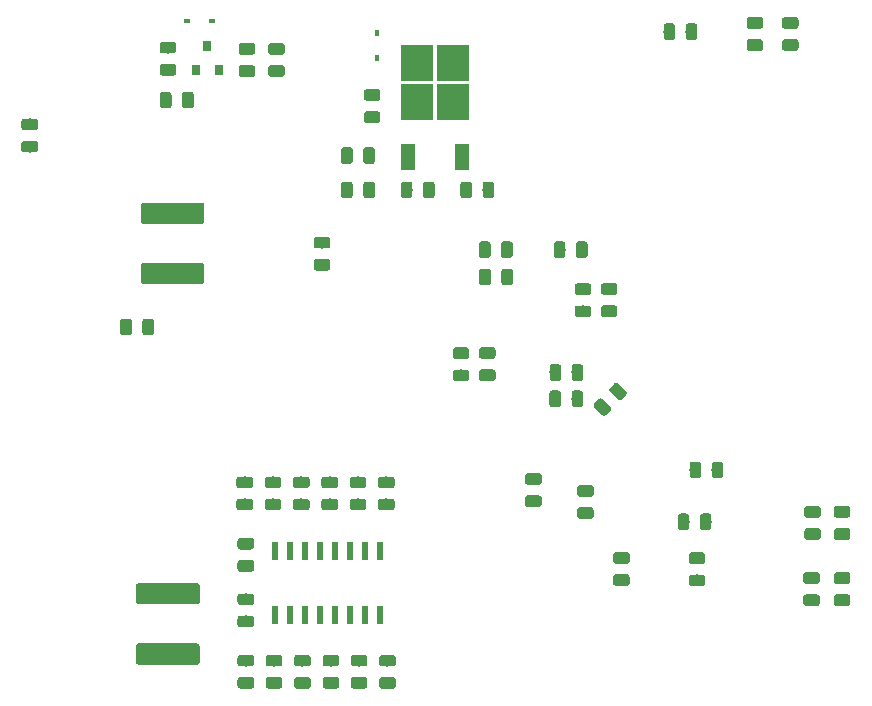
<source format=gbr>
%TF.GenerationSoftware,KiCad,Pcbnew,(5.0.0)*%
%TF.CreationDate,2019-02-02T21:10:16-06:00*%
%TF.ProjectId,BPSMaster,4250534D61737465722E6B696361645F,rev?*%
%TF.SameCoordinates,Original*%
%TF.FileFunction,Paste,Bot*%
%TF.FilePolarity,Positive*%
%FSLAX46Y46*%
G04 Gerber Fmt 4.6, Leading zero omitted, Abs format (unit mm)*
G04 Created by KiCad (PCBNEW (5.0.0)) date 02/02/19 21:10:16*
%MOMM*%
%LPD*%
G01*
G04 APERTURE LIST*
%ADD10C,0.100000*%
%ADD11C,0.975000*%
%ADD12C,1.800000*%
%ADD13R,0.450000X0.600000*%
%ADD14R,0.600000X0.450000*%
%ADD15R,1.200000X2.200000*%
%ADD16R,2.750000X3.050000*%
%ADD17R,0.800000X0.900000*%
%ADD18R,0.600000X1.500000*%
G04 APERTURE END LIST*
D10*
G36*
X169480142Y-83351174D02*
X169503803Y-83354684D01*
X169527007Y-83360496D01*
X169549529Y-83368554D01*
X169571153Y-83378782D01*
X169591670Y-83391079D01*
X169610883Y-83405329D01*
X169628607Y-83421393D01*
X169644671Y-83439117D01*
X169658921Y-83458330D01*
X169671218Y-83478847D01*
X169681446Y-83500471D01*
X169689504Y-83522993D01*
X169695316Y-83546197D01*
X169698826Y-83569858D01*
X169700000Y-83593750D01*
X169700000Y-84081250D01*
X169698826Y-84105142D01*
X169695316Y-84128803D01*
X169689504Y-84152007D01*
X169681446Y-84174529D01*
X169671218Y-84196153D01*
X169658921Y-84216670D01*
X169644671Y-84235883D01*
X169628607Y-84253607D01*
X169610883Y-84269671D01*
X169591670Y-84283921D01*
X169571153Y-84296218D01*
X169549529Y-84306446D01*
X169527007Y-84314504D01*
X169503803Y-84320316D01*
X169480142Y-84323826D01*
X169456250Y-84325000D01*
X168543750Y-84325000D01*
X168519858Y-84323826D01*
X168496197Y-84320316D01*
X168472993Y-84314504D01*
X168450471Y-84306446D01*
X168428847Y-84296218D01*
X168408330Y-84283921D01*
X168389117Y-84269671D01*
X168371393Y-84253607D01*
X168355329Y-84235883D01*
X168341079Y-84216670D01*
X168328782Y-84196153D01*
X168318554Y-84174529D01*
X168310496Y-84152007D01*
X168304684Y-84128803D01*
X168301174Y-84105142D01*
X168300000Y-84081250D01*
X168300000Y-83593750D01*
X168301174Y-83569858D01*
X168304684Y-83546197D01*
X168310496Y-83522993D01*
X168318554Y-83500471D01*
X168328782Y-83478847D01*
X168341079Y-83458330D01*
X168355329Y-83439117D01*
X168371393Y-83421393D01*
X168389117Y-83405329D01*
X168408330Y-83391079D01*
X168428847Y-83378782D01*
X168450471Y-83368554D01*
X168472993Y-83360496D01*
X168496197Y-83354684D01*
X168519858Y-83351174D01*
X168543750Y-83350000D01*
X169456250Y-83350000D01*
X169480142Y-83351174D01*
X169480142Y-83351174D01*
G37*
D11*
X169000000Y-83837500D03*
D10*
G36*
X169480142Y-81476174D02*
X169503803Y-81479684D01*
X169527007Y-81485496D01*
X169549529Y-81493554D01*
X169571153Y-81503782D01*
X169591670Y-81516079D01*
X169610883Y-81530329D01*
X169628607Y-81546393D01*
X169644671Y-81564117D01*
X169658921Y-81583330D01*
X169671218Y-81603847D01*
X169681446Y-81625471D01*
X169689504Y-81647993D01*
X169695316Y-81671197D01*
X169698826Y-81694858D01*
X169700000Y-81718750D01*
X169700000Y-82206250D01*
X169698826Y-82230142D01*
X169695316Y-82253803D01*
X169689504Y-82277007D01*
X169681446Y-82299529D01*
X169671218Y-82321153D01*
X169658921Y-82341670D01*
X169644671Y-82360883D01*
X169628607Y-82378607D01*
X169610883Y-82394671D01*
X169591670Y-82408921D01*
X169571153Y-82421218D01*
X169549529Y-82431446D01*
X169527007Y-82439504D01*
X169503803Y-82445316D01*
X169480142Y-82448826D01*
X169456250Y-82450000D01*
X168543750Y-82450000D01*
X168519858Y-82448826D01*
X168496197Y-82445316D01*
X168472993Y-82439504D01*
X168450471Y-82431446D01*
X168428847Y-82421218D01*
X168408330Y-82408921D01*
X168389117Y-82394671D01*
X168371393Y-82378607D01*
X168355329Y-82360883D01*
X168341079Y-82341670D01*
X168328782Y-82321153D01*
X168318554Y-82299529D01*
X168310496Y-82277007D01*
X168304684Y-82253803D01*
X168301174Y-82230142D01*
X168300000Y-82206250D01*
X168300000Y-81718750D01*
X168301174Y-81694858D01*
X168304684Y-81671197D01*
X168310496Y-81647993D01*
X168318554Y-81625471D01*
X168328782Y-81603847D01*
X168341079Y-81583330D01*
X168355329Y-81564117D01*
X168371393Y-81546393D01*
X168389117Y-81530329D01*
X168408330Y-81516079D01*
X168428847Y-81503782D01*
X168450471Y-81493554D01*
X168472993Y-81485496D01*
X168496197Y-81479684D01*
X168519858Y-81476174D01*
X168543750Y-81475000D01*
X169456250Y-81475000D01*
X169480142Y-81476174D01*
X169480142Y-81476174D01*
G37*
D11*
X169000000Y-81962500D03*
D10*
G36*
X172480142Y-81476174D02*
X172503803Y-81479684D01*
X172527007Y-81485496D01*
X172549529Y-81493554D01*
X172571153Y-81503782D01*
X172591670Y-81516079D01*
X172610883Y-81530329D01*
X172628607Y-81546393D01*
X172644671Y-81564117D01*
X172658921Y-81583330D01*
X172671218Y-81603847D01*
X172681446Y-81625471D01*
X172689504Y-81647993D01*
X172695316Y-81671197D01*
X172698826Y-81694858D01*
X172700000Y-81718750D01*
X172700000Y-82206250D01*
X172698826Y-82230142D01*
X172695316Y-82253803D01*
X172689504Y-82277007D01*
X172681446Y-82299529D01*
X172671218Y-82321153D01*
X172658921Y-82341670D01*
X172644671Y-82360883D01*
X172628607Y-82378607D01*
X172610883Y-82394671D01*
X172591670Y-82408921D01*
X172571153Y-82421218D01*
X172549529Y-82431446D01*
X172527007Y-82439504D01*
X172503803Y-82445316D01*
X172480142Y-82448826D01*
X172456250Y-82450000D01*
X171543750Y-82450000D01*
X171519858Y-82448826D01*
X171496197Y-82445316D01*
X171472993Y-82439504D01*
X171450471Y-82431446D01*
X171428847Y-82421218D01*
X171408330Y-82408921D01*
X171389117Y-82394671D01*
X171371393Y-82378607D01*
X171355329Y-82360883D01*
X171341079Y-82341670D01*
X171328782Y-82321153D01*
X171318554Y-82299529D01*
X171310496Y-82277007D01*
X171304684Y-82253803D01*
X171301174Y-82230142D01*
X171300000Y-82206250D01*
X171300000Y-81718750D01*
X171301174Y-81694858D01*
X171304684Y-81671197D01*
X171310496Y-81647993D01*
X171318554Y-81625471D01*
X171328782Y-81603847D01*
X171341079Y-81583330D01*
X171355329Y-81564117D01*
X171371393Y-81546393D01*
X171389117Y-81530329D01*
X171408330Y-81516079D01*
X171428847Y-81503782D01*
X171450471Y-81493554D01*
X171472993Y-81485496D01*
X171496197Y-81479684D01*
X171519858Y-81476174D01*
X171543750Y-81475000D01*
X172456250Y-81475000D01*
X172480142Y-81476174D01*
X172480142Y-81476174D01*
G37*
D11*
X172000000Y-81962500D03*
D10*
G36*
X172480142Y-83351174D02*
X172503803Y-83354684D01*
X172527007Y-83360496D01*
X172549529Y-83368554D01*
X172571153Y-83378782D01*
X172591670Y-83391079D01*
X172610883Y-83405329D01*
X172628607Y-83421393D01*
X172644671Y-83439117D01*
X172658921Y-83458330D01*
X172671218Y-83478847D01*
X172681446Y-83500471D01*
X172689504Y-83522993D01*
X172695316Y-83546197D01*
X172698826Y-83569858D01*
X172700000Y-83593750D01*
X172700000Y-84081250D01*
X172698826Y-84105142D01*
X172695316Y-84128803D01*
X172689504Y-84152007D01*
X172681446Y-84174529D01*
X172671218Y-84196153D01*
X172658921Y-84216670D01*
X172644671Y-84235883D01*
X172628607Y-84253607D01*
X172610883Y-84269671D01*
X172591670Y-84283921D01*
X172571153Y-84296218D01*
X172549529Y-84306446D01*
X172527007Y-84314504D01*
X172503803Y-84320316D01*
X172480142Y-84323826D01*
X172456250Y-84325000D01*
X171543750Y-84325000D01*
X171519858Y-84323826D01*
X171496197Y-84320316D01*
X171472993Y-84314504D01*
X171450471Y-84306446D01*
X171428847Y-84296218D01*
X171408330Y-84283921D01*
X171389117Y-84269671D01*
X171371393Y-84253607D01*
X171355329Y-84235883D01*
X171341079Y-84216670D01*
X171328782Y-84196153D01*
X171318554Y-84174529D01*
X171310496Y-84152007D01*
X171304684Y-84128803D01*
X171301174Y-84105142D01*
X171300000Y-84081250D01*
X171300000Y-83593750D01*
X171301174Y-83569858D01*
X171304684Y-83546197D01*
X171310496Y-83522993D01*
X171318554Y-83500471D01*
X171328782Y-83478847D01*
X171341079Y-83458330D01*
X171355329Y-83439117D01*
X171371393Y-83421393D01*
X171389117Y-83405329D01*
X171408330Y-83391079D01*
X171428847Y-83378782D01*
X171450471Y-83368554D01*
X171472993Y-83360496D01*
X171496197Y-83354684D01*
X171519858Y-83351174D01*
X171543750Y-83350000D01*
X172456250Y-83350000D01*
X172480142Y-83351174D01*
X172480142Y-83351174D01*
G37*
D11*
X172000000Y-83837500D03*
D10*
G36*
X144599827Y-109445611D02*
X144623488Y-109449121D01*
X144646692Y-109454933D01*
X144669214Y-109462991D01*
X144690838Y-109473219D01*
X144711355Y-109485516D01*
X144730568Y-109499766D01*
X144748292Y-109515830D01*
X144764356Y-109533554D01*
X144778606Y-109552767D01*
X144790903Y-109573284D01*
X144801131Y-109594908D01*
X144809189Y-109617430D01*
X144815001Y-109640634D01*
X144818511Y-109664295D01*
X144819685Y-109688187D01*
X144819685Y-110175687D01*
X144818511Y-110199579D01*
X144815001Y-110223240D01*
X144809189Y-110246444D01*
X144801131Y-110268966D01*
X144790903Y-110290590D01*
X144778606Y-110311107D01*
X144764356Y-110330320D01*
X144748292Y-110348044D01*
X144730568Y-110364108D01*
X144711355Y-110378358D01*
X144690838Y-110390655D01*
X144669214Y-110400883D01*
X144646692Y-110408941D01*
X144623488Y-110414753D01*
X144599827Y-110418263D01*
X144575935Y-110419437D01*
X143663435Y-110419437D01*
X143639543Y-110418263D01*
X143615882Y-110414753D01*
X143592678Y-110408941D01*
X143570156Y-110400883D01*
X143548532Y-110390655D01*
X143528015Y-110378358D01*
X143508802Y-110364108D01*
X143491078Y-110348044D01*
X143475014Y-110330320D01*
X143460764Y-110311107D01*
X143448467Y-110290590D01*
X143438239Y-110268966D01*
X143430181Y-110246444D01*
X143424369Y-110223240D01*
X143420859Y-110199579D01*
X143419685Y-110175687D01*
X143419685Y-109688187D01*
X143420859Y-109664295D01*
X143424369Y-109640634D01*
X143430181Y-109617430D01*
X143438239Y-109594908D01*
X143448467Y-109573284D01*
X143460764Y-109552767D01*
X143475014Y-109533554D01*
X143491078Y-109515830D01*
X143508802Y-109499766D01*
X143528015Y-109485516D01*
X143548532Y-109473219D01*
X143570156Y-109462991D01*
X143592678Y-109454933D01*
X143615882Y-109449121D01*
X143639543Y-109445611D01*
X143663435Y-109444437D01*
X144575935Y-109444437D01*
X144599827Y-109445611D01*
X144599827Y-109445611D01*
G37*
D11*
X144119685Y-109931937D03*
D10*
G36*
X144599827Y-111320613D02*
X144623488Y-111324123D01*
X144646692Y-111329935D01*
X144669214Y-111337993D01*
X144690838Y-111348221D01*
X144711355Y-111360518D01*
X144730568Y-111374768D01*
X144748292Y-111390832D01*
X144764356Y-111408556D01*
X144778606Y-111427769D01*
X144790903Y-111448286D01*
X144801131Y-111469910D01*
X144809189Y-111492432D01*
X144815001Y-111515636D01*
X144818511Y-111539297D01*
X144819685Y-111563189D01*
X144819685Y-112050689D01*
X144818511Y-112074581D01*
X144815001Y-112098242D01*
X144809189Y-112121446D01*
X144801131Y-112143968D01*
X144790903Y-112165592D01*
X144778606Y-112186109D01*
X144764356Y-112205322D01*
X144748292Y-112223046D01*
X144730568Y-112239110D01*
X144711355Y-112253360D01*
X144690838Y-112265657D01*
X144669214Y-112275885D01*
X144646692Y-112283943D01*
X144623488Y-112289755D01*
X144599827Y-112293265D01*
X144575935Y-112294439D01*
X143663435Y-112294439D01*
X143639543Y-112293265D01*
X143615882Y-112289755D01*
X143592678Y-112283943D01*
X143570156Y-112275885D01*
X143548532Y-112265657D01*
X143528015Y-112253360D01*
X143508802Y-112239110D01*
X143491078Y-112223046D01*
X143475014Y-112205322D01*
X143460764Y-112186109D01*
X143448467Y-112165592D01*
X143438239Y-112143968D01*
X143430181Y-112121446D01*
X143424369Y-112098242D01*
X143420859Y-112074581D01*
X143419685Y-112050689D01*
X143419685Y-111563189D01*
X143420859Y-111539297D01*
X143424369Y-111515636D01*
X143430181Y-111492432D01*
X143438239Y-111469910D01*
X143448467Y-111448286D01*
X143460764Y-111427769D01*
X143475014Y-111408556D01*
X143491078Y-111390832D01*
X143508802Y-111374768D01*
X143528015Y-111360518D01*
X143548532Y-111348221D01*
X143570156Y-111337993D01*
X143592678Y-111329935D01*
X143615882Y-111324123D01*
X143639543Y-111320613D01*
X143663435Y-111319439D01*
X144575935Y-111319439D01*
X144599827Y-111320613D01*
X144599827Y-111320613D01*
G37*
D11*
X144119685Y-111806939D03*
D10*
G36*
X157286545Y-112429536D02*
X157310206Y-112433046D01*
X157333410Y-112438858D01*
X157355932Y-112446916D01*
X157377556Y-112457144D01*
X157398073Y-112469441D01*
X157417286Y-112483691D01*
X157435010Y-112499755D01*
X158080245Y-113144990D01*
X158096309Y-113162714D01*
X158110559Y-113181927D01*
X158122856Y-113202444D01*
X158133084Y-113224068D01*
X158141142Y-113246590D01*
X158146954Y-113269794D01*
X158150464Y-113293455D01*
X158151638Y-113317347D01*
X158150464Y-113341239D01*
X158146954Y-113364900D01*
X158141142Y-113388104D01*
X158133084Y-113410626D01*
X158122856Y-113432250D01*
X158110559Y-113452767D01*
X158096309Y-113471980D01*
X158080245Y-113489704D01*
X157735530Y-113834419D01*
X157717806Y-113850483D01*
X157698593Y-113864733D01*
X157678076Y-113877030D01*
X157656452Y-113887258D01*
X157633930Y-113895316D01*
X157610726Y-113901128D01*
X157587065Y-113904638D01*
X157563173Y-113905812D01*
X157539281Y-113904638D01*
X157515620Y-113901128D01*
X157492416Y-113895316D01*
X157469894Y-113887258D01*
X157448270Y-113877030D01*
X157427753Y-113864733D01*
X157408540Y-113850483D01*
X157390816Y-113834419D01*
X156745581Y-113189184D01*
X156729517Y-113171460D01*
X156715267Y-113152247D01*
X156702970Y-113131730D01*
X156692742Y-113110106D01*
X156684684Y-113087584D01*
X156678872Y-113064380D01*
X156675362Y-113040719D01*
X156674188Y-113016827D01*
X156675362Y-112992935D01*
X156678872Y-112969274D01*
X156684684Y-112946070D01*
X156692742Y-112923548D01*
X156702970Y-112901924D01*
X156715267Y-112881407D01*
X156729517Y-112862194D01*
X156745581Y-112844470D01*
X157090296Y-112499755D01*
X157108020Y-112483691D01*
X157127233Y-112469441D01*
X157147750Y-112457144D01*
X157169374Y-112446916D01*
X157191896Y-112438858D01*
X157215100Y-112433046D01*
X157238761Y-112429536D01*
X157262653Y-112428362D01*
X157286545Y-112429536D01*
X157286545Y-112429536D01*
G37*
D11*
X157412913Y-113167087D03*
D10*
G36*
X155960719Y-113755362D02*
X155984380Y-113758872D01*
X156007584Y-113764684D01*
X156030106Y-113772742D01*
X156051730Y-113782970D01*
X156072247Y-113795267D01*
X156091460Y-113809517D01*
X156109184Y-113825581D01*
X156754419Y-114470816D01*
X156770483Y-114488540D01*
X156784733Y-114507753D01*
X156797030Y-114528270D01*
X156807258Y-114549894D01*
X156815316Y-114572416D01*
X156821128Y-114595620D01*
X156824638Y-114619281D01*
X156825812Y-114643173D01*
X156824638Y-114667065D01*
X156821128Y-114690726D01*
X156815316Y-114713930D01*
X156807258Y-114736452D01*
X156797030Y-114758076D01*
X156784733Y-114778593D01*
X156770483Y-114797806D01*
X156754419Y-114815530D01*
X156409704Y-115160245D01*
X156391980Y-115176309D01*
X156372767Y-115190559D01*
X156352250Y-115202856D01*
X156330626Y-115213084D01*
X156308104Y-115221142D01*
X156284900Y-115226954D01*
X156261239Y-115230464D01*
X156237347Y-115231638D01*
X156213455Y-115230464D01*
X156189794Y-115226954D01*
X156166590Y-115221142D01*
X156144068Y-115213084D01*
X156122444Y-115202856D01*
X156101927Y-115190559D01*
X156082714Y-115176309D01*
X156064990Y-115160245D01*
X155419755Y-114515010D01*
X155403691Y-114497286D01*
X155389441Y-114478073D01*
X155377144Y-114457556D01*
X155366916Y-114435932D01*
X155358858Y-114413410D01*
X155353046Y-114390206D01*
X155349536Y-114366545D01*
X155348362Y-114342653D01*
X155349536Y-114318761D01*
X155353046Y-114295100D01*
X155358858Y-114271896D01*
X155366916Y-114249374D01*
X155377144Y-114227750D01*
X155389441Y-114207233D01*
X155403691Y-114188020D01*
X155419755Y-114170296D01*
X155764470Y-113825581D01*
X155782194Y-113809517D01*
X155801407Y-113795267D01*
X155821924Y-113782970D01*
X155843548Y-113772742D01*
X155866070Y-113764684D01*
X155889274Y-113758872D01*
X155912935Y-113755362D01*
X155936827Y-113754188D01*
X155960719Y-113755362D01*
X155960719Y-113755362D01*
G37*
D11*
X156087087Y-114492913D03*
D10*
G36*
X154623282Y-100466156D02*
X154646943Y-100469666D01*
X154670147Y-100475478D01*
X154692669Y-100483536D01*
X154714293Y-100493764D01*
X154734810Y-100506061D01*
X154754023Y-100520311D01*
X154771747Y-100536375D01*
X154787811Y-100554099D01*
X154802061Y-100573312D01*
X154814358Y-100593829D01*
X154824586Y-100615453D01*
X154832644Y-100637975D01*
X154838456Y-100661179D01*
X154841966Y-100684840D01*
X154843140Y-100708732D01*
X154843140Y-101621232D01*
X154841966Y-101645124D01*
X154838456Y-101668785D01*
X154832644Y-101691989D01*
X154824586Y-101714511D01*
X154814358Y-101736135D01*
X154802061Y-101756652D01*
X154787811Y-101775865D01*
X154771747Y-101793589D01*
X154754023Y-101809653D01*
X154734810Y-101823903D01*
X154714293Y-101836200D01*
X154692669Y-101846428D01*
X154670147Y-101854486D01*
X154646943Y-101860298D01*
X154623282Y-101863808D01*
X154599390Y-101864982D01*
X154111890Y-101864982D01*
X154087998Y-101863808D01*
X154064337Y-101860298D01*
X154041133Y-101854486D01*
X154018611Y-101846428D01*
X153996987Y-101836200D01*
X153976470Y-101823903D01*
X153957257Y-101809653D01*
X153939533Y-101793589D01*
X153923469Y-101775865D01*
X153909219Y-101756652D01*
X153896922Y-101736135D01*
X153886694Y-101714511D01*
X153878636Y-101691989D01*
X153872824Y-101668785D01*
X153869314Y-101645124D01*
X153868140Y-101621232D01*
X153868140Y-100708732D01*
X153869314Y-100684840D01*
X153872824Y-100661179D01*
X153878636Y-100637975D01*
X153886694Y-100615453D01*
X153896922Y-100593829D01*
X153909219Y-100573312D01*
X153923469Y-100554099D01*
X153939533Y-100536375D01*
X153957257Y-100520311D01*
X153976470Y-100506061D01*
X153996987Y-100493764D01*
X154018611Y-100483536D01*
X154041133Y-100475478D01*
X154064337Y-100469666D01*
X154087998Y-100466156D01*
X154111890Y-100464982D01*
X154599390Y-100464982D01*
X154623282Y-100466156D01*
X154623282Y-100466156D01*
G37*
D11*
X154355640Y-101164982D03*
D10*
G36*
X152748280Y-100466156D02*
X152771941Y-100469666D01*
X152795145Y-100475478D01*
X152817667Y-100483536D01*
X152839291Y-100493764D01*
X152859808Y-100506061D01*
X152879021Y-100520311D01*
X152896745Y-100536375D01*
X152912809Y-100554099D01*
X152927059Y-100573312D01*
X152939356Y-100593829D01*
X152949584Y-100615453D01*
X152957642Y-100637975D01*
X152963454Y-100661179D01*
X152966964Y-100684840D01*
X152968138Y-100708732D01*
X152968138Y-101621232D01*
X152966964Y-101645124D01*
X152963454Y-101668785D01*
X152957642Y-101691989D01*
X152949584Y-101714511D01*
X152939356Y-101736135D01*
X152927059Y-101756652D01*
X152912809Y-101775865D01*
X152896745Y-101793589D01*
X152879021Y-101809653D01*
X152859808Y-101823903D01*
X152839291Y-101836200D01*
X152817667Y-101846428D01*
X152795145Y-101854486D01*
X152771941Y-101860298D01*
X152748280Y-101863808D01*
X152724388Y-101864982D01*
X152236888Y-101864982D01*
X152212996Y-101863808D01*
X152189335Y-101860298D01*
X152166131Y-101854486D01*
X152143609Y-101846428D01*
X152121985Y-101836200D01*
X152101468Y-101823903D01*
X152082255Y-101809653D01*
X152064531Y-101793589D01*
X152048467Y-101775865D01*
X152034217Y-101756652D01*
X152021920Y-101736135D01*
X152011692Y-101714511D01*
X152003634Y-101691989D01*
X151997822Y-101668785D01*
X151994312Y-101645124D01*
X151993138Y-101621232D01*
X151993138Y-100708732D01*
X151994312Y-100684840D01*
X151997822Y-100661179D01*
X152003634Y-100637975D01*
X152011692Y-100615453D01*
X152021920Y-100593829D01*
X152034217Y-100573312D01*
X152048467Y-100554099D01*
X152064531Y-100536375D01*
X152082255Y-100520311D01*
X152101468Y-100506061D01*
X152121985Y-100493764D01*
X152143609Y-100483536D01*
X152166131Y-100475478D01*
X152189335Y-100469666D01*
X152212996Y-100466156D01*
X152236888Y-100464982D01*
X152724388Y-100464982D01*
X152748280Y-100466156D01*
X152748280Y-100466156D01*
G37*
D11*
X152480638Y-101164982D03*
D10*
G36*
X146402581Y-100466156D02*
X146426242Y-100469666D01*
X146449446Y-100475478D01*
X146471968Y-100483536D01*
X146493592Y-100493764D01*
X146514109Y-100506061D01*
X146533322Y-100520311D01*
X146551046Y-100536375D01*
X146567110Y-100554099D01*
X146581360Y-100573312D01*
X146593657Y-100593829D01*
X146603885Y-100615453D01*
X146611943Y-100637975D01*
X146617755Y-100661179D01*
X146621265Y-100684840D01*
X146622439Y-100708732D01*
X146622439Y-101621232D01*
X146621265Y-101645124D01*
X146617755Y-101668785D01*
X146611943Y-101691989D01*
X146603885Y-101714511D01*
X146593657Y-101736135D01*
X146581360Y-101756652D01*
X146567110Y-101775865D01*
X146551046Y-101793589D01*
X146533322Y-101809653D01*
X146514109Y-101823903D01*
X146493592Y-101836200D01*
X146471968Y-101846428D01*
X146449446Y-101854486D01*
X146426242Y-101860298D01*
X146402581Y-101863808D01*
X146378689Y-101864982D01*
X145891189Y-101864982D01*
X145867297Y-101863808D01*
X145843636Y-101860298D01*
X145820432Y-101854486D01*
X145797910Y-101846428D01*
X145776286Y-101836200D01*
X145755769Y-101823903D01*
X145736556Y-101809653D01*
X145718832Y-101793589D01*
X145702768Y-101775865D01*
X145688518Y-101756652D01*
X145676221Y-101736135D01*
X145665993Y-101714511D01*
X145657935Y-101691989D01*
X145652123Y-101668785D01*
X145648613Y-101645124D01*
X145647439Y-101621232D01*
X145647439Y-100708732D01*
X145648613Y-100684840D01*
X145652123Y-100661179D01*
X145657935Y-100637975D01*
X145665993Y-100615453D01*
X145676221Y-100593829D01*
X145688518Y-100573312D01*
X145702768Y-100554099D01*
X145718832Y-100536375D01*
X145736556Y-100520311D01*
X145755769Y-100506061D01*
X145776286Y-100493764D01*
X145797910Y-100483536D01*
X145820432Y-100475478D01*
X145843636Y-100469666D01*
X145867297Y-100466156D01*
X145891189Y-100464982D01*
X146378689Y-100464982D01*
X146402581Y-100466156D01*
X146402581Y-100466156D01*
G37*
D11*
X146134939Y-101164982D03*
D10*
G36*
X148277583Y-100466156D02*
X148301244Y-100469666D01*
X148324448Y-100475478D01*
X148346970Y-100483536D01*
X148368594Y-100493764D01*
X148389111Y-100506061D01*
X148408324Y-100520311D01*
X148426048Y-100536375D01*
X148442112Y-100554099D01*
X148456362Y-100573312D01*
X148468659Y-100593829D01*
X148478887Y-100615453D01*
X148486945Y-100637975D01*
X148492757Y-100661179D01*
X148496267Y-100684840D01*
X148497441Y-100708732D01*
X148497441Y-101621232D01*
X148496267Y-101645124D01*
X148492757Y-101668785D01*
X148486945Y-101691989D01*
X148478887Y-101714511D01*
X148468659Y-101736135D01*
X148456362Y-101756652D01*
X148442112Y-101775865D01*
X148426048Y-101793589D01*
X148408324Y-101809653D01*
X148389111Y-101823903D01*
X148368594Y-101836200D01*
X148346970Y-101846428D01*
X148324448Y-101854486D01*
X148301244Y-101860298D01*
X148277583Y-101863808D01*
X148253691Y-101864982D01*
X147766191Y-101864982D01*
X147742299Y-101863808D01*
X147718638Y-101860298D01*
X147695434Y-101854486D01*
X147672912Y-101846428D01*
X147651288Y-101836200D01*
X147630771Y-101823903D01*
X147611558Y-101809653D01*
X147593834Y-101793589D01*
X147577770Y-101775865D01*
X147563520Y-101756652D01*
X147551223Y-101736135D01*
X147540995Y-101714511D01*
X147532937Y-101691989D01*
X147527125Y-101668785D01*
X147523615Y-101645124D01*
X147522441Y-101621232D01*
X147522441Y-100708732D01*
X147523615Y-100684840D01*
X147527125Y-100661179D01*
X147532937Y-100637975D01*
X147540995Y-100615453D01*
X147551223Y-100593829D01*
X147563520Y-100573312D01*
X147577770Y-100554099D01*
X147593834Y-100536375D01*
X147611558Y-100520311D01*
X147630771Y-100506061D01*
X147651288Y-100493764D01*
X147672912Y-100483536D01*
X147695434Y-100475478D01*
X147718638Y-100469666D01*
X147742299Y-100466156D01*
X147766191Y-100464982D01*
X148253691Y-100464982D01*
X148277583Y-100466156D01*
X148277583Y-100466156D01*
G37*
D11*
X148009941Y-101164982D03*
D10*
G36*
X152376465Y-110860626D02*
X152400126Y-110864136D01*
X152423330Y-110869948D01*
X152445852Y-110878006D01*
X152467476Y-110888234D01*
X152487993Y-110900531D01*
X152507206Y-110914781D01*
X152524930Y-110930845D01*
X152540994Y-110948569D01*
X152555244Y-110967782D01*
X152567541Y-110988299D01*
X152577769Y-111009923D01*
X152585827Y-111032445D01*
X152591639Y-111055649D01*
X152595149Y-111079310D01*
X152596323Y-111103202D01*
X152596323Y-112015702D01*
X152595149Y-112039594D01*
X152591639Y-112063255D01*
X152585827Y-112086459D01*
X152577769Y-112108981D01*
X152567541Y-112130605D01*
X152555244Y-112151122D01*
X152540994Y-112170335D01*
X152524930Y-112188059D01*
X152507206Y-112204123D01*
X152487993Y-112218373D01*
X152467476Y-112230670D01*
X152445852Y-112240898D01*
X152423330Y-112248956D01*
X152400126Y-112254768D01*
X152376465Y-112258278D01*
X152352573Y-112259452D01*
X151865073Y-112259452D01*
X151841181Y-112258278D01*
X151817520Y-112254768D01*
X151794316Y-112248956D01*
X151771794Y-112240898D01*
X151750170Y-112230670D01*
X151729653Y-112218373D01*
X151710440Y-112204123D01*
X151692716Y-112188059D01*
X151676652Y-112170335D01*
X151662402Y-112151122D01*
X151650105Y-112130605D01*
X151639877Y-112108981D01*
X151631819Y-112086459D01*
X151626007Y-112063255D01*
X151622497Y-112039594D01*
X151621323Y-112015702D01*
X151621323Y-111103202D01*
X151622497Y-111079310D01*
X151626007Y-111055649D01*
X151631819Y-111032445D01*
X151639877Y-111009923D01*
X151650105Y-110988299D01*
X151662402Y-110967782D01*
X151676652Y-110948569D01*
X151692716Y-110930845D01*
X151710440Y-110914781D01*
X151729653Y-110900531D01*
X151750170Y-110888234D01*
X151771794Y-110878006D01*
X151794316Y-110869948D01*
X151817520Y-110864136D01*
X151841181Y-110860626D01*
X151865073Y-110859452D01*
X152352573Y-110859452D01*
X152376465Y-110860626D01*
X152376465Y-110860626D01*
G37*
D11*
X152108823Y-111559452D03*
D10*
G36*
X154251467Y-110860626D02*
X154275128Y-110864136D01*
X154298332Y-110869948D01*
X154320854Y-110878006D01*
X154342478Y-110888234D01*
X154362995Y-110900531D01*
X154382208Y-110914781D01*
X154399932Y-110930845D01*
X154415996Y-110948569D01*
X154430246Y-110967782D01*
X154442543Y-110988299D01*
X154452771Y-111009923D01*
X154460829Y-111032445D01*
X154466641Y-111055649D01*
X154470151Y-111079310D01*
X154471325Y-111103202D01*
X154471325Y-112015702D01*
X154470151Y-112039594D01*
X154466641Y-112063255D01*
X154460829Y-112086459D01*
X154452771Y-112108981D01*
X154442543Y-112130605D01*
X154430246Y-112151122D01*
X154415996Y-112170335D01*
X154399932Y-112188059D01*
X154382208Y-112204123D01*
X154362995Y-112218373D01*
X154342478Y-112230670D01*
X154320854Y-112240898D01*
X154298332Y-112248956D01*
X154275128Y-112254768D01*
X154251467Y-112258278D01*
X154227575Y-112259452D01*
X153740075Y-112259452D01*
X153716183Y-112258278D01*
X153692522Y-112254768D01*
X153669318Y-112248956D01*
X153646796Y-112240898D01*
X153625172Y-112230670D01*
X153604655Y-112218373D01*
X153585442Y-112204123D01*
X153567718Y-112188059D01*
X153551654Y-112170335D01*
X153537404Y-112151122D01*
X153525107Y-112130605D01*
X153514879Y-112108981D01*
X153506821Y-112086459D01*
X153501009Y-112063255D01*
X153497499Y-112039594D01*
X153496325Y-112015702D01*
X153496325Y-111103202D01*
X153497499Y-111079310D01*
X153501009Y-111055649D01*
X153506821Y-111032445D01*
X153514879Y-111009923D01*
X153525107Y-110988299D01*
X153537404Y-110967782D01*
X153551654Y-110948569D01*
X153567718Y-110930845D01*
X153585442Y-110914781D01*
X153604655Y-110900531D01*
X153625172Y-110888234D01*
X153646796Y-110878006D01*
X153669318Y-110869948D01*
X153692522Y-110864136D01*
X153716183Y-110860626D01*
X153740075Y-110859452D01*
X154227575Y-110859452D01*
X154251467Y-110860626D01*
X154251467Y-110860626D01*
G37*
D11*
X153983825Y-111559452D03*
D10*
G36*
X146827214Y-111303520D02*
X146850875Y-111307030D01*
X146874079Y-111312842D01*
X146896601Y-111320900D01*
X146918225Y-111331128D01*
X146938742Y-111343425D01*
X146957955Y-111357675D01*
X146975679Y-111373739D01*
X146991743Y-111391463D01*
X147005993Y-111410676D01*
X147018290Y-111431193D01*
X147028518Y-111452817D01*
X147036576Y-111475339D01*
X147042388Y-111498543D01*
X147045898Y-111522204D01*
X147047072Y-111546096D01*
X147047072Y-112033596D01*
X147045898Y-112057488D01*
X147042388Y-112081149D01*
X147036576Y-112104353D01*
X147028518Y-112126875D01*
X147018290Y-112148499D01*
X147005993Y-112169016D01*
X146991743Y-112188229D01*
X146975679Y-112205953D01*
X146957955Y-112222017D01*
X146938742Y-112236267D01*
X146918225Y-112248564D01*
X146896601Y-112258792D01*
X146874079Y-112266850D01*
X146850875Y-112272662D01*
X146827214Y-112276172D01*
X146803322Y-112277346D01*
X145890822Y-112277346D01*
X145866930Y-112276172D01*
X145843269Y-112272662D01*
X145820065Y-112266850D01*
X145797543Y-112258792D01*
X145775919Y-112248564D01*
X145755402Y-112236267D01*
X145736189Y-112222017D01*
X145718465Y-112205953D01*
X145702401Y-112188229D01*
X145688151Y-112169016D01*
X145675854Y-112148499D01*
X145665626Y-112126875D01*
X145657568Y-112104353D01*
X145651756Y-112081149D01*
X145648246Y-112057488D01*
X145647072Y-112033596D01*
X145647072Y-111546096D01*
X145648246Y-111522204D01*
X145651756Y-111498543D01*
X145657568Y-111475339D01*
X145665626Y-111452817D01*
X145675854Y-111431193D01*
X145688151Y-111410676D01*
X145702401Y-111391463D01*
X145718465Y-111373739D01*
X145736189Y-111357675D01*
X145755402Y-111343425D01*
X145775919Y-111331128D01*
X145797543Y-111320900D01*
X145820065Y-111312842D01*
X145843269Y-111307030D01*
X145866930Y-111303520D01*
X145890822Y-111302346D01*
X146803322Y-111302346D01*
X146827214Y-111303520D01*
X146827214Y-111303520D01*
G37*
D11*
X146347072Y-111789846D03*
D10*
G36*
X146827214Y-109428518D02*
X146850875Y-109432028D01*
X146874079Y-109437840D01*
X146896601Y-109445898D01*
X146918225Y-109456126D01*
X146938742Y-109468423D01*
X146957955Y-109482673D01*
X146975679Y-109498737D01*
X146991743Y-109516461D01*
X147005993Y-109535674D01*
X147018290Y-109556191D01*
X147028518Y-109577815D01*
X147036576Y-109600337D01*
X147042388Y-109623541D01*
X147045898Y-109647202D01*
X147047072Y-109671094D01*
X147047072Y-110158594D01*
X147045898Y-110182486D01*
X147042388Y-110206147D01*
X147036576Y-110229351D01*
X147028518Y-110251873D01*
X147018290Y-110273497D01*
X147005993Y-110294014D01*
X146991743Y-110313227D01*
X146975679Y-110330951D01*
X146957955Y-110347015D01*
X146938742Y-110361265D01*
X146918225Y-110373562D01*
X146896601Y-110383790D01*
X146874079Y-110391848D01*
X146850875Y-110397660D01*
X146827214Y-110401170D01*
X146803322Y-110402344D01*
X145890822Y-110402344D01*
X145866930Y-110401170D01*
X145843269Y-110397660D01*
X145820065Y-110391848D01*
X145797543Y-110383790D01*
X145775919Y-110373562D01*
X145755402Y-110361265D01*
X145736189Y-110347015D01*
X145718465Y-110330951D01*
X145702401Y-110313227D01*
X145688151Y-110294014D01*
X145675854Y-110273497D01*
X145665626Y-110251873D01*
X145657568Y-110229351D01*
X145651756Y-110206147D01*
X145648246Y-110182486D01*
X145647072Y-110158594D01*
X145647072Y-109671094D01*
X145648246Y-109647202D01*
X145651756Y-109623541D01*
X145657568Y-109600337D01*
X145665626Y-109577815D01*
X145675854Y-109556191D01*
X145688151Y-109535674D01*
X145702401Y-109516461D01*
X145718465Y-109498737D01*
X145736189Y-109482673D01*
X145755402Y-109468423D01*
X145775919Y-109456126D01*
X145797543Y-109445898D01*
X145820065Y-109437840D01*
X145843269Y-109432028D01*
X145866930Y-109428518D01*
X145890822Y-109427344D01*
X146803322Y-109427344D01*
X146827214Y-109428518D01*
X146827214Y-109428518D01*
G37*
D11*
X146347072Y-109914844D03*
D10*
G36*
X152359372Y-113088012D02*
X152383033Y-113091522D01*
X152406237Y-113097334D01*
X152428759Y-113105392D01*
X152450383Y-113115620D01*
X152470900Y-113127917D01*
X152490113Y-113142167D01*
X152507837Y-113158231D01*
X152523901Y-113175955D01*
X152538151Y-113195168D01*
X152550448Y-113215685D01*
X152560676Y-113237309D01*
X152568734Y-113259831D01*
X152574546Y-113283035D01*
X152578056Y-113306696D01*
X152579230Y-113330588D01*
X152579230Y-114243088D01*
X152578056Y-114266980D01*
X152574546Y-114290641D01*
X152568734Y-114313845D01*
X152560676Y-114336367D01*
X152550448Y-114357991D01*
X152538151Y-114378508D01*
X152523901Y-114397721D01*
X152507837Y-114415445D01*
X152490113Y-114431509D01*
X152470900Y-114445759D01*
X152450383Y-114458056D01*
X152428759Y-114468284D01*
X152406237Y-114476342D01*
X152383033Y-114482154D01*
X152359372Y-114485664D01*
X152335480Y-114486838D01*
X151847980Y-114486838D01*
X151824088Y-114485664D01*
X151800427Y-114482154D01*
X151777223Y-114476342D01*
X151754701Y-114468284D01*
X151733077Y-114458056D01*
X151712560Y-114445759D01*
X151693347Y-114431509D01*
X151675623Y-114415445D01*
X151659559Y-114397721D01*
X151645309Y-114378508D01*
X151633012Y-114357991D01*
X151622784Y-114336367D01*
X151614726Y-114313845D01*
X151608914Y-114290641D01*
X151605404Y-114266980D01*
X151604230Y-114243088D01*
X151604230Y-113330588D01*
X151605404Y-113306696D01*
X151608914Y-113283035D01*
X151614726Y-113259831D01*
X151622784Y-113237309D01*
X151633012Y-113215685D01*
X151645309Y-113195168D01*
X151659559Y-113175955D01*
X151675623Y-113158231D01*
X151693347Y-113142167D01*
X151712560Y-113127917D01*
X151733077Y-113115620D01*
X151754701Y-113105392D01*
X151777223Y-113097334D01*
X151800427Y-113091522D01*
X151824088Y-113088012D01*
X151847980Y-113086838D01*
X152335480Y-113086838D01*
X152359372Y-113088012D01*
X152359372Y-113088012D01*
G37*
D11*
X152091730Y-113786838D03*
D10*
G36*
X154234374Y-113088012D02*
X154258035Y-113091522D01*
X154281239Y-113097334D01*
X154303761Y-113105392D01*
X154325385Y-113115620D01*
X154345902Y-113127917D01*
X154365115Y-113142167D01*
X154382839Y-113158231D01*
X154398903Y-113175955D01*
X154413153Y-113195168D01*
X154425450Y-113215685D01*
X154435678Y-113237309D01*
X154443736Y-113259831D01*
X154449548Y-113283035D01*
X154453058Y-113306696D01*
X154454232Y-113330588D01*
X154454232Y-114243088D01*
X154453058Y-114266980D01*
X154449548Y-114290641D01*
X154443736Y-114313845D01*
X154435678Y-114336367D01*
X154425450Y-114357991D01*
X154413153Y-114378508D01*
X154398903Y-114397721D01*
X154382839Y-114415445D01*
X154365115Y-114431509D01*
X154345902Y-114445759D01*
X154325385Y-114458056D01*
X154303761Y-114468284D01*
X154281239Y-114476342D01*
X154258035Y-114482154D01*
X154234374Y-114485664D01*
X154210482Y-114486838D01*
X153722982Y-114486838D01*
X153699090Y-114485664D01*
X153675429Y-114482154D01*
X153652225Y-114476342D01*
X153629703Y-114468284D01*
X153608079Y-114458056D01*
X153587562Y-114445759D01*
X153568349Y-114431509D01*
X153550625Y-114415445D01*
X153534561Y-114397721D01*
X153520311Y-114378508D01*
X153508014Y-114357991D01*
X153497786Y-114336367D01*
X153489728Y-114313845D01*
X153483916Y-114290641D01*
X153480406Y-114266980D01*
X153479232Y-114243088D01*
X153479232Y-113330588D01*
X153480406Y-113306696D01*
X153483916Y-113283035D01*
X153489728Y-113259831D01*
X153497786Y-113237309D01*
X153508014Y-113215685D01*
X153520311Y-113195168D01*
X153534561Y-113175955D01*
X153550625Y-113158231D01*
X153568349Y-113142167D01*
X153587562Y-113127917D01*
X153608079Y-113115620D01*
X153629703Y-113105392D01*
X153652225Y-113097334D01*
X153675429Y-113091522D01*
X153699090Y-113088012D01*
X153722982Y-113086838D01*
X154210482Y-113086838D01*
X154234374Y-113088012D01*
X154234374Y-113088012D01*
G37*
D11*
X153966732Y-113786838D03*
D10*
G36*
X148294677Y-102764253D02*
X148318338Y-102767763D01*
X148341542Y-102773575D01*
X148364064Y-102781633D01*
X148385688Y-102791861D01*
X148406205Y-102804158D01*
X148425418Y-102818408D01*
X148443142Y-102834472D01*
X148459206Y-102852196D01*
X148473456Y-102871409D01*
X148485753Y-102891926D01*
X148495981Y-102913550D01*
X148504039Y-102936072D01*
X148509851Y-102959276D01*
X148513361Y-102982937D01*
X148514535Y-103006829D01*
X148514535Y-103919329D01*
X148513361Y-103943221D01*
X148509851Y-103966882D01*
X148504039Y-103990086D01*
X148495981Y-104012608D01*
X148485753Y-104034232D01*
X148473456Y-104054749D01*
X148459206Y-104073962D01*
X148443142Y-104091686D01*
X148425418Y-104107750D01*
X148406205Y-104122000D01*
X148385688Y-104134297D01*
X148364064Y-104144525D01*
X148341542Y-104152583D01*
X148318338Y-104158395D01*
X148294677Y-104161905D01*
X148270785Y-104163079D01*
X147783285Y-104163079D01*
X147759393Y-104161905D01*
X147735732Y-104158395D01*
X147712528Y-104152583D01*
X147690006Y-104144525D01*
X147668382Y-104134297D01*
X147647865Y-104122000D01*
X147628652Y-104107750D01*
X147610928Y-104091686D01*
X147594864Y-104073962D01*
X147580614Y-104054749D01*
X147568317Y-104034232D01*
X147558089Y-104012608D01*
X147550031Y-103990086D01*
X147544219Y-103966882D01*
X147540709Y-103943221D01*
X147539535Y-103919329D01*
X147539535Y-103006829D01*
X147540709Y-102982937D01*
X147544219Y-102959276D01*
X147550031Y-102936072D01*
X147558089Y-102913550D01*
X147568317Y-102891926D01*
X147580614Y-102871409D01*
X147594864Y-102852196D01*
X147610928Y-102834472D01*
X147628652Y-102818408D01*
X147647865Y-102804158D01*
X147668382Y-102791861D01*
X147690006Y-102781633D01*
X147712528Y-102773575D01*
X147735732Y-102767763D01*
X147759393Y-102764253D01*
X147783285Y-102763079D01*
X148270785Y-102763079D01*
X148294677Y-102764253D01*
X148294677Y-102764253D01*
G37*
D11*
X148027035Y-103463079D03*
D10*
G36*
X146419675Y-102764253D02*
X146443336Y-102767763D01*
X146466540Y-102773575D01*
X146489062Y-102781633D01*
X146510686Y-102791861D01*
X146531203Y-102804158D01*
X146550416Y-102818408D01*
X146568140Y-102834472D01*
X146584204Y-102852196D01*
X146598454Y-102871409D01*
X146610751Y-102891926D01*
X146620979Y-102913550D01*
X146629037Y-102936072D01*
X146634849Y-102959276D01*
X146638359Y-102982937D01*
X146639533Y-103006829D01*
X146639533Y-103919329D01*
X146638359Y-103943221D01*
X146634849Y-103966882D01*
X146629037Y-103990086D01*
X146620979Y-104012608D01*
X146610751Y-104034232D01*
X146598454Y-104054749D01*
X146584204Y-104073962D01*
X146568140Y-104091686D01*
X146550416Y-104107750D01*
X146531203Y-104122000D01*
X146510686Y-104134297D01*
X146489062Y-104144525D01*
X146466540Y-104152583D01*
X146443336Y-104158395D01*
X146419675Y-104161905D01*
X146395783Y-104163079D01*
X145908283Y-104163079D01*
X145884391Y-104161905D01*
X145860730Y-104158395D01*
X145837526Y-104152583D01*
X145815004Y-104144525D01*
X145793380Y-104134297D01*
X145772863Y-104122000D01*
X145753650Y-104107750D01*
X145735926Y-104091686D01*
X145719862Y-104073962D01*
X145705612Y-104054749D01*
X145693315Y-104034232D01*
X145683087Y-104012608D01*
X145675029Y-103990086D01*
X145669217Y-103966882D01*
X145665707Y-103943221D01*
X145664533Y-103919329D01*
X145664533Y-103006829D01*
X145665707Y-102982937D01*
X145669217Y-102959276D01*
X145675029Y-102936072D01*
X145683087Y-102913550D01*
X145693315Y-102891926D01*
X145705612Y-102871409D01*
X145719862Y-102852196D01*
X145735926Y-102834472D01*
X145753650Y-102818408D01*
X145772863Y-102804158D01*
X145793380Y-102791861D01*
X145815004Y-102781633D01*
X145837526Y-102773575D01*
X145860730Y-102767763D01*
X145884391Y-102764253D01*
X145908283Y-102763079D01*
X146395783Y-102763079D01*
X146419675Y-102764253D01*
X146419675Y-102764253D01*
G37*
D11*
X146152033Y-103463079D03*
D10*
G36*
X154923586Y-104019151D02*
X154947247Y-104022661D01*
X154970451Y-104028473D01*
X154992973Y-104036531D01*
X155014597Y-104046759D01*
X155035114Y-104059056D01*
X155054327Y-104073306D01*
X155072051Y-104089370D01*
X155088115Y-104107094D01*
X155102365Y-104126307D01*
X155114662Y-104146824D01*
X155124890Y-104168448D01*
X155132948Y-104190970D01*
X155138760Y-104214174D01*
X155142270Y-104237835D01*
X155143444Y-104261727D01*
X155143444Y-104749227D01*
X155142270Y-104773119D01*
X155138760Y-104796780D01*
X155132948Y-104819984D01*
X155124890Y-104842506D01*
X155114662Y-104864130D01*
X155102365Y-104884647D01*
X155088115Y-104903860D01*
X155072051Y-104921584D01*
X155054327Y-104937648D01*
X155035114Y-104951898D01*
X155014597Y-104964195D01*
X154992973Y-104974423D01*
X154970451Y-104982481D01*
X154947247Y-104988293D01*
X154923586Y-104991803D01*
X154899694Y-104992977D01*
X153987194Y-104992977D01*
X153963302Y-104991803D01*
X153939641Y-104988293D01*
X153916437Y-104982481D01*
X153893915Y-104974423D01*
X153872291Y-104964195D01*
X153851774Y-104951898D01*
X153832561Y-104937648D01*
X153814837Y-104921584D01*
X153798773Y-104903860D01*
X153784523Y-104884647D01*
X153772226Y-104864130D01*
X153761998Y-104842506D01*
X153753940Y-104819984D01*
X153748128Y-104796780D01*
X153744618Y-104773119D01*
X153743444Y-104749227D01*
X153743444Y-104261727D01*
X153744618Y-104237835D01*
X153748128Y-104214174D01*
X153753940Y-104190970D01*
X153761998Y-104168448D01*
X153772226Y-104146824D01*
X153784523Y-104126307D01*
X153798773Y-104107094D01*
X153814837Y-104089370D01*
X153832561Y-104073306D01*
X153851774Y-104059056D01*
X153872291Y-104046759D01*
X153893915Y-104036531D01*
X153916437Y-104028473D01*
X153939641Y-104022661D01*
X153963302Y-104019151D01*
X153987194Y-104017977D01*
X154899694Y-104017977D01*
X154923586Y-104019151D01*
X154923586Y-104019151D01*
G37*
D11*
X154443444Y-104505477D03*
D10*
G36*
X154923586Y-105894153D02*
X154947247Y-105897663D01*
X154970451Y-105903475D01*
X154992973Y-105911533D01*
X155014597Y-105921761D01*
X155035114Y-105934058D01*
X155054327Y-105948308D01*
X155072051Y-105964372D01*
X155088115Y-105982096D01*
X155102365Y-106001309D01*
X155114662Y-106021826D01*
X155124890Y-106043450D01*
X155132948Y-106065972D01*
X155138760Y-106089176D01*
X155142270Y-106112837D01*
X155143444Y-106136729D01*
X155143444Y-106624229D01*
X155142270Y-106648121D01*
X155138760Y-106671782D01*
X155132948Y-106694986D01*
X155124890Y-106717508D01*
X155114662Y-106739132D01*
X155102365Y-106759649D01*
X155088115Y-106778862D01*
X155072051Y-106796586D01*
X155054327Y-106812650D01*
X155035114Y-106826900D01*
X155014597Y-106839197D01*
X154992973Y-106849425D01*
X154970451Y-106857483D01*
X154947247Y-106863295D01*
X154923586Y-106866805D01*
X154899694Y-106867979D01*
X153987194Y-106867979D01*
X153963302Y-106866805D01*
X153939641Y-106863295D01*
X153916437Y-106857483D01*
X153893915Y-106849425D01*
X153872291Y-106839197D01*
X153851774Y-106826900D01*
X153832561Y-106812650D01*
X153814837Y-106796586D01*
X153798773Y-106778862D01*
X153784523Y-106759649D01*
X153772226Y-106739132D01*
X153761998Y-106717508D01*
X153753940Y-106694986D01*
X153748128Y-106671782D01*
X153744618Y-106648121D01*
X153743444Y-106624229D01*
X153743444Y-106136729D01*
X153744618Y-106112837D01*
X153748128Y-106089176D01*
X153753940Y-106065972D01*
X153761998Y-106043450D01*
X153772226Y-106021826D01*
X153784523Y-106001309D01*
X153798773Y-105982096D01*
X153814837Y-105964372D01*
X153832561Y-105948308D01*
X153851774Y-105934058D01*
X153872291Y-105921761D01*
X153893915Y-105911533D01*
X153916437Y-105903475D01*
X153939641Y-105897663D01*
X153963302Y-105894153D01*
X153987194Y-105892979D01*
X154899694Y-105892979D01*
X154923586Y-105894153D01*
X154923586Y-105894153D01*
G37*
D11*
X154443444Y-106380479D03*
D10*
G36*
X157150973Y-105877059D02*
X157174634Y-105880569D01*
X157197838Y-105886381D01*
X157220360Y-105894439D01*
X157241984Y-105904667D01*
X157262501Y-105916964D01*
X157281714Y-105931214D01*
X157299438Y-105947278D01*
X157315502Y-105965002D01*
X157329752Y-105984215D01*
X157342049Y-106004732D01*
X157352277Y-106026356D01*
X157360335Y-106048878D01*
X157366147Y-106072082D01*
X157369657Y-106095743D01*
X157370831Y-106119635D01*
X157370831Y-106607135D01*
X157369657Y-106631027D01*
X157366147Y-106654688D01*
X157360335Y-106677892D01*
X157352277Y-106700414D01*
X157342049Y-106722038D01*
X157329752Y-106742555D01*
X157315502Y-106761768D01*
X157299438Y-106779492D01*
X157281714Y-106795556D01*
X157262501Y-106809806D01*
X157241984Y-106822103D01*
X157220360Y-106832331D01*
X157197838Y-106840389D01*
X157174634Y-106846201D01*
X157150973Y-106849711D01*
X157127081Y-106850885D01*
X156214581Y-106850885D01*
X156190689Y-106849711D01*
X156167028Y-106846201D01*
X156143824Y-106840389D01*
X156121302Y-106832331D01*
X156099678Y-106822103D01*
X156079161Y-106809806D01*
X156059948Y-106795556D01*
X156042224Y-106779492D01*
X156026160Y-106761768D01*
X156011910Y-106742555D01*
X155999613Y-106722038D01*
X155989385Y-106700414D01*
X155981327Y-106677892D01*
X155975515Y-106654688D01*
X155972005Y-106631027D01*
X155970831Y-106607135D01*
X155970831Y-106119635D01*
X155972005Y-106095743D01*
X155975515Y-106072082D01*
X155981327Y-106048878D01*
X155989385Y-106026356D01*
X155999613Y-106004732D01*
X156011910Y-105984215D01*
X156026160Y-105965002D01*
X156042224Y-105947278D01*
X156059948Y-105931214D01*
X156079161Y-105916964D01*
X156099678Y-105904667D01*
X156121302Y-105894439D01*
X156143824Y-105886381D01*
X156167028Y-105880569D01*
X156190689Y-105877059D01*
X156214581Y-105875885D01*
X157127081Y-105875885D01*
X157150973Y-105877059D01*
X157150973Y-105877059D01*
G37*
D11*
X156670831Y-106363385D03*
D10*
G36*
X157150973Y-104002057D02*
X157174634Y-104005567D01*
X157197838Y-104011379D01*
X157220360Y-104019437D01*
X157241984Y-104029665D01*
X157262501Y-104041962D01*
X157281714Y-104056212D01*
X157299438Y-104072276D01*
X157315502Y-104090000D01*
X157329752Y-104109213D01*
X157342049Y-104129730D01*
X157352277Y-104151354D01*
X157360335Y-104173876D01*
X157366147Y-104197080D01*
X157369657Y-104220741D01*
X157370831Y-104244633D01*
X157370831Y-104732133D01*
X157369657Y-104756025D01*
X157366147Y-104779686D01*
X157360335Y-104802890D01*
X157352277Y-104825412D01*
X157342049Y-104847036D01*
X157329752Y-104867553D01*
X157315502Y-104886766D01*
X157299438Y-104904490D01*
X157281714Y-104920554D01*
X157262501Y-104934804D01*
X157241984Y-104947101D01*
X157220360Y-104957329D01*
X157197838Y-104965387D01*
X157174634Y-104971199D01*
X157150973Y-104974709D01*
X157127081Y-104975883D01*
X156214581Y-104975883D01*
X156190689Y-104974709D01*
X156167028Y-104971199D01*
X156143824Y-104965387D01*
X156121302Y-104957329D01*
X156099678Y-104947101D01*
X156079161Y-104934804D01*
X156059948Y-104920554D01*
X156042224Y-104904490D01*
X156026160Y-104886766D01*
X156011910Y-104867553D01*
X155999613Y-104847036D01*
X155989385Y-104825412D01*
X155981327Y-104802890D01*
X155975515Y-104779686D01*
X155972005Y-104756025D01*
X155970831Y-104732133D01*
X155970831Y-104244633D01*
X155972005Y-104220741D01*
X155975515Y-104197080D01*
X155981327Y-104173876D01*
X155989385Y-104151354D01*
X155999613Y-104129730D01*
X156011910Y-104109213D01*
X156026160Y-104090000D01*
X156042224Y-104072276D01*
X156059948Y-104056212D01*
X156079161Y-104041962D01*
X156099678Y-104029665D01*
X156121302Y-104019437D01*
X156143824Y-104011379D01*
X156167028Y-104005567D01*
X156190689Y-104002057D01*
X156214581Y-104000883D01*
X157127081Y-104000883D01*
X157150973Y-104002057D01*
X157150973Y-104002057D01*
G37*
D11*
X156670831Y-104488383D03*
D10*
G36*
X163905142Y-82001174D02*
X163928803Y-82004684D01*
X163952007Y-82010496D01*
X163974529Y-82018554D01*
X163996153Y-82028782D01*
X164016670Y-82041079D01*
X164035883Y-82055329D01*
X164053607Y-82071393D01*
X164069671Y-82089117D01*
X164083921Y-82108330D01*
X164096218Y-82128847D01*
X164106446Y-82150471D01*
X164114504Y-82172993D01*
X164120316Y-82196197D01*
X164123826Y-82219858D01*
X164125000Y-82243750D01*
X164125000Y-83156250D01*
X164123826Y-83180142D01*
X164120316Y-83203803D01*
X164114504Y-83227007D01*
X164106446Y-83249529D01*
X164096218Y-83271153D01*
X164083921Y-83291670D01*
X164069671Y-83310883D01*
X164053607Y-83328607D01*
X164035883Y-83344671D01*
X164016670Y-83358921D01*
X163996153Y-83371218D01*
X163974529Y-83381446D01*
X163952007Y-83389504D01*
X163928803Y-83395316D01*
X163905142Y-83398826D01*
X163881250Y-83400000D01*
X163393750Y-83400000D01*
X163369858Y-83398826D01*
X163346197Y-83395316D01*
X163322993Y-83389504D01*
X163300471Y-83381446D01*
X163278847Y-83371218D01*
X163258330Y-83358921D01*
X163239117Y-83344671D01*
X163221393Y-83328607D01*
X163205329Y-83310883D01*
X163191079Y-83291670D01*
X163178782Y-83271153D01*
X163168554Y-83249529D01*
X163160496Y-83227007D01*
X163154684Y-83203803D01*
X163151174Y-83180142D01*
X163150000Y-83156250D01*
X163150000Y-82243750D01*
X163151174Y-82219858D01*
X163154684Y-82196197D01*
X163160496Y-82172993D01*
X163168554Y-82150471D01*
X163178782Y-82128847D01*
X163191079Y-82108330D01*
X163205329Y-82089117D01*
X163221393Y-82071393D01*
X163239117Y-82055329D01*
X163258330Y-82041079D01*
X163278847Y-82028782D01*
X163300471Y-82018554D01*
X163322993Y-82010496D01*
X163346197Y-82004684D01*
X163369858Y-82001174D01*
X163393750Y-82000000D01*
X163881250Y-82000000D01*
X163905142Y-82001174D01*
X163905142Y-82001174D01*
G37*
D11*
X163637500Y-82700000D03*
D10*
G36*
X162030142Y-82001174D02*
X162053803Y-82004684D01*
X162077007Y-82010496D01*
X162099529Y-82018554D01*
X162121153Y-82028782D01*
X162141670Y-82041079D01*
X162160883Y-82055329D01*
X162178607Y-82071393D01*
X162194671Y-82089117D01*
X162208921Y-82108330D01*
X162221218Y-82128847D01*
X162231446Y-82150471D01*
X162239504Y-82172993D01*
X162245316Y-82196197D01*
X162248826Y-82219858D01*
X162250000Y-82243750D01*
X162250000Y-83156250D01*
X162248826Y-83180142D01*
X162245316Y-83203803D01*
X162239504Y-83227007D01*
X162231446Y-83249529D01*
X162221218Y-83271153D01*
X162208921Y-83291670D01*
X162194671Y-83310883D01*
X162178607Y-83328607D01*
X162160883Y-83344671D01*
X162141670Y-83358921D01*
X162121153Y-83371218D01*
X162099529Y-83381446D01*
X162077007Y-83389504D01*
X162053803Y-83395316D01*
X162030142Y-83398826D01*
X162006250Y-83400000D01*
X161518750Y-83400000D01*
X161494858Y-83398826D01*
X161471197Y-83395316D01*
X161447993Y-83389504D01*
X161425471Y-83381446D01*
X161403847Y-83371218D01*
X161383330Y-83358921D01*
X161364117Y-83344671D01*
X161346393Y-83328607D01*
X161330329Y-83310883D01*
X161316079Y-83291670D01*
X161303782Y-83271153D01*
X161293554Y-83249529D01*
X161285496Y-83227007D01*
X161279684Y-83203803D01*
X161276174Y-83180142D01*
X161275000Y-83156250D01*
X161275000Y-82243750D01*
X161276174Y-82219858D01*
X161279684Y-82196197D01*
X161285496Y-82172993D01*
X161293554Y-82150471D01*
X161303782Y-82128847D01*
X161316079Y-82108330D01*
X161330329Y-82089117D01*
X161346393Y-82071393D01*
X161364117Y-82055329D01*
X161383330Y-82041079D01*
X161403847Y-82028782D01*
X161425471Y-82018554D01*
X161447993Y-82010496D01*
X161471197Y-82004684D01*
X161494858Y-82001174D01*
X161518750Y-82000000D01*
X162006250Y-82000000D01*
X162030142Y-82001174D01*
X162030142Y-82001174D01*
G37*
D11*
X161762500Y-82700000D03*
D10*
G36*
X122174504Y-102276204D02*
X122198773Y-102279804D01*
X122222571Y-102285765D01*
X122245671Y-102294030D01*
X122267849Y-102304520D01*
X122288893Y-102317133D01*
X122308598Y-102331747D01*
X122326777Y-102348223D01*
X122343253Y-102366402D01*
X122357867Y-102386107D01*
X122370480Y-102407151D01*
X122380970Y-102429329D01*
X122389235Y-102452429D01*
X122395196Y-102476227D01*
X122398796Y-102500496D01*
X122400000Y-102525000D01*
X122400000Y-103825000D01*
X122398796Y-103849504D01*
X122395196Y-103873773D01*
X122389235Y-103897571D01*
X122380970Y-103920671D01*
X122370480Y-103942849D01*
X122357867Y-103963893D01*
X122343253Y-103983598D01*
X122326777Y-104001777D01*
X122308598Y-104018253D01*
X122288893Y-104032867D01*
X122267849Y-104045480D01*
X122245671Y-104055970D01*
X122222571Y-104064235D01*
X122198773Y-104070196D01*
X122174504Y-104073796D01*
X122150000Y-104075000D01*
X117250000Y-104075000D01*
X117225496Y-104073796D01*
X117201227Y-104070196D01*
X117177429Y-104064235D01*
X117154329Y-104055970D01*
X117132151Y-104045480D01*
X117111107Y-104032867D01*
X117091402Y-104018253D01*
X117073223Y-104001777D01*
X117056747Y-103983598D01*
X117042133Y-103963893D01*
X117029520Y-103942849D01*
X117019030Y-103920671D01*
X117010765Y-103897571D01*
X117004804Y-103873773D01*
X117001204Y-103849504D01*
X117000000Y-103825000D01*
X117000000Y-102525000D01*
X117001204Y-102500496D01*
X117004804Y-102476227D01*
X117010765Y-102452429D01*
X117019030Y-102429329D01*
X117029520Y-102407151D01*
X117042133Y-102386107D01*
X117056747Y-102366402D01*
X117073223Y-102348223D01*
X117091402Y-102331747D01*
X117111107Y-102317133D01*
X117132151Y-102304520D01*
X117154329Y-102294030D01*
X117177429Y-102285765D01*
X117201227Y-102279804D01*
X117225496Y-102276204D01*
X117250000Y-102275000D01*
X122150000Y-102275000D01*
X122174504Y-102276204D01*
X122174504Y-102276204D01*
G37*
D12*
X119700000Y-103175000D03*
D10*
G36*
X122174504Y-97176204D02*
X122198773Y-97179804D01*
X122222571Y-97185765D01*
X122245671Y-97194030D01*
X122267849Y-97204520D01*
X122288893Y-97217133D01*
X122308598Y-97231747D01*
X122326777Y-97248223D01*
X122343253Y-97266402D01*
X122357867Y-97286107D01*
X122370480Y-97307151D01*
X122380970Y-97329329D01*
X122389235Y-97352429D01*
X122395196Y-97376227D01*
X122398796Y-97400496D01*
X122400000Y-97425000D01*
X122400000Y-98725000D01*
X122398796Y-98749504D01*
X122395196Y-98773773D01*
X122389235Y-98797571D01*
X122380970Y-98820671D01*
X122370480Y-98842849D01*
X122357867Y-98863893D01*
X122343253Y-98883598D01*
X122326777Y-98901777D01*
X122308598Y-98918253D01*
X122288893Y-98932867D01*
X122267849Y-98945480D01*
X122245671Y-98955970D01*
X122222571Y-98964235D01*
X122198773Y-98970196D01*
X122174504Y-98973796D01*
X122150000Y-98975000D01*
X117250000Y-98975000D01*
X117225496Y-98973796D01*
X117201227Y-98970196D01*
X117177429Y-98964235D01*
X117154329Y-98955970D01*
X117132151Y-98945480D01*
X117111107Y-98932867D01*
X117091402Y-98918253D01*
X117073223Y-98901777D01*
X117056747Y-98883598D01*
X117042133Y-98863893D01*
X117029520Y-98842849D01*
X117019030Y-98820671D01*
X117010765Y-98797571D01*
X117004804Y-98773773D01*
X117001204Y-98749504D01*
X117000000Y-98725000D01*
X117000000Y-97425000D01*
X117001204Y-97400496D01*
X117004804Y-97376227D01*
X117010765Y-97352429D01*
X117019030Y-97329329D01*
X117029520Y-97307151D01*
X117042133Y-97286107D01*
X117056747Y-97266402D01*
X117073223Y-97248223D01*
X117091402Y-97231747D01*
X117111107Y-97217133D01*
X117132151Y-97204520D01*
X117154329Y-97194030D01*
X117177429Y-97185765D01*
X117201227Y-97179804D01*
X117225496Y-97176204D01*
X117250000Y-97175000D01*
X122150000Y-97175000D01*
X122174504Y-97176204D01*
X122174504Y-97176204D01*
G37*
D12*
X119700000Y-98075000D03*
D10*
G36*
X108080142Y-90076174D02*
X108103803Y-90079684D01*
X108127007Y-90085496D01*
X108149529Y-90093554D01*
X108171153Y-90103782D01*
X108191670Y-90116079D01*
X108210883Y-90130329D01*
X108228607Y-90146393D01*
X108244671Y-90164117D01*
X108258921Y-90183330D01*
X108271218Y-90203847D01*
X108281446Y-90225471D01*
X108289504Y-90247993D01*
X108295316Y-90271197D01*
X108298826Y-90294858D01*
X108300000Y-90318750D01*
X108300000Y-90806250D01*
X108298826Y-90830142D01*
X108295316Y-90853803D01*
X108289504Y-90877007D01*
X108281446Y-90899529D01*
X108271218Y-90921153D01*
X108258921Y-90941670D01*
X108244671Y-90960883D01*
X108228607Y-90978607D01*
X108210883Y-90994671D01*
X108191670Y-91008921D01*
X108171153Y-91021218D01*
X108149529Y-91031446D01*
X108127007Y-91039504D01*
X108103803Y-91045316D01*
X108080142Y-91048826D01*
X108056250Y-91050000D01*
X107143750Y-91050000D01*
X107119858Y-91048826D01*
X107096197Y-91045316D01*
X107072993Y-91039504D01*
X107050471Y-91031446D01*
X107028847Y-91021218D01*
X107008330Y-91008921D01*
X106989117Y-90994671D01*
X106971393Y-90978607D01*
X106955329Y-90960883D01*
X106941079Y-90941670D01*
X106928782Y-90921153D01*
X106918554Y-90899529D01*
X106910496Y-90877007D01*
X106904684Y-90853803D01*
X106901174Y-90830142D01*
X106900000Y-90806250D01*
X106900000Y-90318750D01*
X106901174Y-90294858D01*
X106904684Y-90271197D01*
X106910496Y-90247993D01*
X106918554Y-90225471D01*
X106928782Y-90203847D01*
X106941079Y-90183330D01*
X106955329Y-90164117D01*
X106971393Y-90146393D01*
X106989117Y-90130329D01*
X107008330Y-90116079D01*
X107028847Y-90103782D01*
X107050471Y-90093554D01*
X107072993Y-90085496D01*
X107096197Y-90079684D01*
X107119858Y-90076174D01*
X107143750Y-90075000D01*
X108056250Y-90075000D01*
X108080142Y-90076174D01*
X108080142Y-90076174D01*
G37*
D11*
X107600000Y-90562500D03*
D10*
G36*
X108080142Y-91951174D02*
X108103803Y-91954684D01*
X108127007Y-91960496D01*
X108149529Y-91968554D01*
X108171153Y-91978782D01*
X108191670Y-91991079D01*
X108210883Y-92005329D01*
X108228607Y-92021393D01*
X108244671Y-92039117D01*
X108258921Y-92058330D01*
X108271218Y-92078847D01*
X108281446Y-92100471D01*
X108289504Y-92122993D01*
X108295316Y-92146197D01*
X108298826Y-92169858D01*
X108300000Y-92193750D01*
X108300000Y-92681250D01*
X108298826Y-92705142D01*
X108295316Y-92728803D01*
X108289504Y-92752007D01*
X108281446Y-92774529D01*
X108271218Y-92796153D01*
X108258921Y-92816670D01*
X108244671Y-92835883D01*
X108228607Y-92853607D01*
X108210883Y-92869671D01*
X108191670Y-92883921D01*
X108171153Y-92896218D01*
X108149529Y-92906446D01*
X108127007Y-92914504D01*
X108103803Y-92920316D01*
X108080142Y-92923826D01*
X108056250Y-92925000D01*
X107143750Y-92925000D01*
X107119858Y-92923826D01*
X107096197Y-92920316D01*
X107072993Y-92914504D01*
X107050471Y-92906446D01*
X107028847Y-92896218D01*
X107008330Y-92883921D01*
X106989117Y-92869671D01*
X106971393Y-92853607D01*
X106955329Y-92835883D01*
X106941079Y-92816670D01*
X106928782Y-92796153D01*
X106918554Y-92774529D01*
X106910496Y-92752007D01*
X106904684Y-92728803D01*
X106901174Y-92705142D01*
X106900000Y-92681250D01*
X106900000Y-92193750D01*
X106901174Y-92169858D01*
X106904684Y-92146197D01*
X106910496Y-92122993D01*
X106918554Y-92100471D01*
X106928782Y-92078847D01*
X106941079Y-92058330D01*
X106955329Y-92039117D01*
X106971393Y-92021393D01*
X106989117Y-92005329D01*
X107008330Y-91991079D01*
X107028847Y-91978782D01*
X107050471Y-91968554D01*
X107072993Y-91960496D01*
X107096197Y-91954684D01*
X107119858Y-91951174D01*
X107143750Y-91950000D01*
X108056250Y-91950000D01*
X108080142Y-91951174D01*
X108080142Y-91951174D01*
G37*
D11*
X107600000Y-92437500D03*
D10*
G36*
X116030142Y-107001174D02*
X116053803Y-107004684D01*
X116077007Y-107010496D01*
X116099529Y-107018554D01*
X116121153Y-107028782D01*
X116141670Y-107041079D01*
X116160883Y-107055329D01*
X116178607Y-107071393D01*
X116194671Y-107089117D01*
X116208921Y-107108330D01*
X116221218Y-107128847D01*
X116231446Y-107150471D01*
X116239504Y-107172993D01*
X116245316Y-107196197D01*
X116248826Y-107219858D01*
X116250000Y-107243750D01*
X116250000Y-108156250D01*
X116248826Y-108180142D01*
X116245316Y-108203803D01*
X116239504Y-108227007D01*
X116231446Y-108249529D01*
X116221218Y-108271153D01*
X116208921Y-108291670D01*
X116194671Y-108310883D01*
X116178607Y-108328607D01*
X116160883Y-108344671D01*
X116141670Y-108358921D01*
X116121153Y-108371218D01*
X116099529Y-108381446D01*
X116077007Y-108389504D01*
X116053803Y-108395316D01*
X116030142Y-108398826D01*
X116006250Y-108400000D01*
X115518750Y-108400000D01*
X115494858Y-108398826D01*
X115471197Y-108395316D01*
X115447993Y-108389504D01*
X115425471Y-108381446D01*
X115403847Y-108371218D01*
X115383330Y-108358921D01*
X115364117Y-108344671D01*
X115346393Y-108328607D01*
X115330329Y-108310883D01*
X115316079Y-108291670D01*
X115303782Y-108271153D01*
X115293554Y-108249529D01*
X115285496Y-108227007D01*
X115279684Y-108203803D01*
X115276174Y-108180142D01*
X115275000Y-108156250D01*
X115275000Y-107243750D01*
X115276174Y-107219858D01*
X115279684Y-107196197D01*
X115285496Y-107172993D01*
X115293554Y-107150471D01*
X115303782Y-107128847D01*
X115316079Y-107108330D01*
X115330329Y-107089117D01*
X115346393Y-107071393D01*
X115364117Y-107055329D01*
X115383330Y-107041079D01*
X115403847Y-107028782D01*
X115425471Y-107018554D01*
X115447993Y-107010496D01*
X115471197Y-107004684D01*
X115494858Y-107001174D01*
X115518750Y-107000000D01*
X116006250Y-107000000D01*
X116030142Y-107001174D01*
X116030142Y-107001174D01*
G37*
D11*
X115762500Y-107700000D03*
D10*
G36*
X117905142Y-107001174D02*
X117928803Y-107004684D01*
X117952007Y-107010496D01*
X117974529Y-107018554D01*
X117996153Y-107028782D01*
X118016670Y-107041079D01*
X118035883Y-107055329D01*
X118053607Y-107071393D01*
X118069671Y-107089117D01*
X118083921Y-107108330D01*
X118096218Y-107128847D01*
X118106446Y-107150471D01*
X118114504Y-107172993D01*
X118120316Y-107196197D01*
X118123826Y-107219858D01*
X118125000Y-107243750D01*
X118125000Y-108156250D01*
X118123826Y-108180142D01*
X118120316Y-108203803D01*
X118114504Y-108227007D01*
X118106446Y-108249529D01*
X118096218Y-108271153D01*
X118083921Y-108291670D01*
X118069671Y-108310883D01*
X118053607Y-108328607D01*
X118035883Y-108344671D01*
X118016670Y-108358921D01*
X117996153Y-108371218D01*
X117974529Y-108381446D01*
X117952007Y-108389504D01*
X117928803Y-108395316D01*
X117905142Y-108398826D01*
X117881250Y-108400000D01*
X117393750Y-108400000D01*
X117369858Y-108398826D01*
X117346197Y-108395316D01*
X117322993Y-108389504D01*
X117300471Y-108381446D01*
X117278847Y-108371218D01*
X117258330Y-108358921D01*
X117239117Y-108344671D01*
X117221393Y-108328607D01*
X117205329Y-108310883D01*
X117191079Y-108291670D01*
X117178782Y-108271153D01*
X117168554Y-108249529D01*
X117160496Y-108227007D01*
X117154684Y-108203803D01*
X117151174Y-108180142D01*
X117150000Y-108156250D01*
X117150000Y-107243750D01*
X117151174Y-107219858D01*
X117154684Y-107196197D01*
X117160496Y-107172993D01*
X117168554Y-107150471D01*
X117178782Y-107128847D01*
X117191079Y-107108330D01*
X117205329Y-107089117D01*
X117221393Y-107071393D01*
X117239117Y-107055329D01*
X117258330Y-107041079D01*
X117278847Y-107028782D01*
X117300471Y-107018554D01*
X117322993Y-107010496D01*
X117346197Y-107004684D01*
X117369858Y-107001174D01*
X117393750Y-107000000D01*
X117881250Y-107000000D01*
X117905142Y-107001174D01*
X117905142Y-107001174D01*
G37*
D11*
X117637500Y-107700000D03*
D10*
G36*
X174380142Y-124751174D02*
X174403803Y-124754684D01*
X174427007Y-124760496D01*
X174449529Y-124768554D01*
X174471153Y-124778782D01*
X174491670Y-124791079D01*
X174510883Y-124805329D01*
X174528607Y-124821393D01*
X174544671Y-124839117D01*
X174558921Y-124858330D01*
X174571218Y-124878847D01*
X174581446Y-124900471D01*
X174589504Y-124922993D01*
X174595316Y-124946197D01*
X174598826Y-124969858D01*
X174600000Y-124993750D01*
X174600000Y-125481250D01*
X174598826Y-125505142D01*
X174595316Y-125528803D01*
X174589504Y-125552007D01*
X174581446Y-125574529D01*
X174571218Y-125596153D01*
X174558921Y-125616670D01*
X174544671Y-125635883D01*
X174528607Y-125653607D01*
X174510883Y-125669671D01*
X174491670Y-125683921D01*
X174471153Y-125696218D01*
X174449529Y-125706446D01*
X174427007Y-125714504D01*
X174403803Y-125720316D01*
X174380142Y-125723826D01*
X174356250Y-125725000D01*
X173443750Y-125725000D01*
X173419858Y-125723826D01*
X173396197Y-125720316D01*
X173372993Y-125714504D01*
X173350471Y-125706446D01*
X173328847Y-125696218D01*
X173308330Y-125683921D01*
X173289117Y-125669671D01*
X173271393Y-125653607D01*
X173255329Y-125635883D01*
X173241079Y-125616670D01*
X173228782Y-125596153D01*
X173218554Y-125574529D01*
X173210496Y-125552007D01*
X173204684Y-125528803D01*
X173201174Y-125505142D01*
X173200000Y-125481250D01*
X173200000Y-124993750D01*
X173201174Y-124969858D01*
X173204684Y-124946197D01*
X173210496Y-124922993D01*
X173218554Y-124900471D01*
X173228782Y-124878847D01*
X173241079Y-124858330D01*
X173255329Y-124839117D01*
X173271393Y-124821393D01*
X173289117Y-124805329D01*
X173308330Y-124791079D01*
X173328847Y-124778782D01*
X173350471Y-124768554D01*
X173372993Y-124760496D01*
X173396197Y-124754684D01*
X173419858Y-124751174D01*
X173443750Y-124750000D01*
X174356250Y-124750000D01*
X174380142Y-124751174D01*
X174380142Y-124751174D01*
G37*
D11*
X173900000Y-125237500D03*
D10*
G36*
X174380142Y-122876174D02*
X174403803Y-122879684D01*
X174427007Y-122885496D01*
X174449529Y-122893554D01*
X174471153Y-122903782D01*
X174491670Y-122916079D01*
X174510883Y-122930329D01*
X174528607Y-122946393D01*
X174544671Y-122964117D01*
X174558921Y-122983330D01*
X174571218Y-123003847D01*
X174581446Y-123025471D01*
X174589504Y-123047993D01*
X174595316Y-123071197D01*
X174598826Y-123094858D01*
X174600000Y-123118750D01*
X174600000Y-123606250D01*
X174598826Y-123630142D01*
X174595316Y-123653803D01*
X174589504Y-123677007D01*
X174581446Y-123699529D01*
X174571218Y-123721153D01*
X174558921Y-123741670D01*
X174544671Y-123760883D01*
X174528607Y-123778607D01*
X174510883Y-123794671D01*
X174491670Y-123808921D01*
X174471153Y-123821218D01*
X174449529Y-123831446D01*
X174427007Y-123839504D01*
X174403803Y-123845316D01*
X174380142Y-123848826D01*
X174356250Y-123850000D01*
X173443750Y-123850000D01*
X173419858Y-123848826D01*
X173396197Y-123845316D01*
X173372993Y-123839504D01*
X173350471Y-123831446D01*
X173328847Y-123821218D01*
X173308330Y-123808921D01*
X173289117Y-123794671D01*
X173271393Y-123778607D01*
X173255329Y-123760883D01*
X173241079Y-123741670D01*
X173228782Y-123721153D01*
X173218554Y-123699529D01*
X173210496Y-123677007D01*
X173204684Y-123653803D01*
X173201174Y-123630142D01*
X173200000Y-123606250D01*
X173200000Y-123118750D01*
X173201174Y-123094858D01*
X173204684Y-123071197D01*
X173210496Y-123047993D01*
X173218554Y-123025471D01*
X173228782Y-123003847D01*
X173241079Y-122983330D01*
X173255329Y-122964117D01*
X173271393Y-122946393D01*
X173289117Y-122930329D01*
X173308330Y-122916079D01*
X173328847Y-122903782D01*
X173350471Y-122893554D01*
X173372993Y-122885496D01*
X173396197Y-122879684D01*
X173419858Y-122876174D01*
X173443750Y-122875000D01*
X174356250Y-122875000D01*
X174380142Y-122876174D01*
X174380142Y-122876174D01*
G37*
D11*
X173900000Y-123362500D03*
D10*
G36*
X176880142Y-122876174D02*
X176903803Y-122879684D01*
X176927007Y-122885496D01*
X176949529Y-122893554D01*
X176971153Y-122903782D01*
X176991670Y-122916079D01*
X177010883Y-122930329D01*
X177028607Y-122946393D01*
X177044671Y-122964117D01*
X177058921Y-122983330D01*
X177071218Y-123003847D01*
X177081446Y-123025471D01*
X177089504Y-123047993D01*
X177095316Y-123071197D01*
X177098826Y-123094858D01*
X177100000Y-123118750D01*
X177100000Y-123606250D01*
X177098826Y-123630142D01*
X177095316Y-123653803D01*
X177089504Y-123677007D01*
X177081446Y-123699529D01*
X177071218Y-123721153D01*
X177058921Y-123741670D01*
X177044671Y-123760883D01*
X177028607Y-123778607D01*
X177010883Y-123794671D01*
X176991670Y-123808921D01*
X176971153Y-123821218D01*
X176949529Y-123831446D01*
X176927007Y-123839504D01*
X176903803Y-123845316D01*
X176880142Y-123848826D01*
X176856250Y-123850000D01*
X175943750Y-123850000D01*
X175919858Y-123848826D01*
X175896197Y-123845316D01*
X175872993Y-123839504D01*
X175850471Y-123831446D01*
X175828847Y-123821218D01*
X175808330Y-123808921D01*
X175789117Y-123794671D01*
X175771393Y-123778607D01*
X175755329Y-123760883D01*
X175741079Y-123741670D01*
X175728782Y-123721153D01*
X175718554Y-123699529D01*
X175710496Y-123677007D01*
X175704684Y-123653803D01*
X175701174Y-123630142D01*
X175700000Y-123606250D01*
X175700000Y-123118750D01*
X175701174Y-123094858D01*
X175704684Y-123071197D01*
X175710496Y-123047993D01*
X175718554Y-123025471D01*
X175728782Y-123003847D01*
X175741079Y-122983330D01*
X175755329Y-122964117D01*
X175771393Y-122946393D01*
X175789117Y-122930329D01*
X175808330Y-122916079D01*
X175828847Y-122903782D01*
X175850471Y-122893554D01*
X175872993Y-122885496D01*
X175896197Y-122879684D01*
X175919858Y-122876174D01*
X175943750Y-122875000D01*
X176856250Y-122875000D01*
X176880142Y-122876174D01*
X176880142Y-122876174D01*
G37*
D11*
X176400000Y-123362500D03*
D10*
G36*
X176880142Y-124751174D02*
X176903803Y-124754684D01*
X176927007Y-124760496D01*
X176949529Y-124768554D01*
X176971153Y-124778782D01*
X176991670Y-124791079D01*
X177010883Y-124805329D01*
X177028607Y-124821393D01*
X177044671Y-124839117D01*
X177058921Y-124858330D01*
X177071218Y-124878847D01*
X177081446Y-124900471D01*
X177089504Y-124922993D01*
X177095316Y-124946197D01*
X177098826Y-124969858D01*
X177100000Y-124993750D01*
X177100000Y-125481250D01*
X177098826Y-125505142D01*
X177095316Y-125528803D01*
X177089504Y-125552007D01*
X177081446Y-125574529D01*
X177071218Y-125596153D01*
X177058921Y-125616670D01*
X177044671Y-125635883D01*
X177028607Y-125653607D01*
X177010883Y-125669671D01*
X176991670Y-125683921D01*
X176971153Y-125696218D01*
X176949529Y-125706446D01*
X176927007Y-125714504D01*
X176903803Y-125720316D01*
X176880142Y-125723826D01*
X176856250Y-125725000D01*
X175943750Y-125725000D01*
X175919858Y-125723826D01*
X175896197Y-125720316D01*
X175872993Y-125714504D01*
X175850471Y-125706446D01*
X175828847Y-125696218D01*
X175808330Y-125683921D01*
X175789117Y-125669671D01*
X175771393Y-125653607D01*
X175755329Y-125635883D01*
X175741079Y-125616670D01*
X175728782Y-125596153D01*
X175718554Y-125574529D01*
X175710496Y-125552007D01*
X175704684Y-125528803D01*
X175701174Y-125505142D01*
X175700000Y-125481250D01*
X175700000Y-124993750D01*
X175701174Y-124969858D01*
X175704684Y-124946197D01*
X175710496Y-124922993D01*
X175718554Y-124900471D01*
X175728782Y-124878847D01*
X175741079Y-124858330D01*
X175755329Y-124839117D01*
X175771393Y-124821393D01*
X175789117Y-124805329D01*
X175808330Y-124791079D01*
X175828847Y-124778782D01*
X175850471Y-124768554D01*
X175872993Y-124760496D01*
X175896197Y-124754684D01*
X175919858Y-124751174D01*
X175943750Y-124750000D01*
X176856250Y-124750000D01*
X176880142Y-124751174D01*
X176880142Y-124751174D01*
G37*
D11*
X176400000Y-125237500D03*
D10*
G36*
X176880142Y-128476174D02*
X176903803Y-128479684D01*
X176927007Y-128485496D01*
X176949529Y-128493554D01*
X176971153Y-128503782D01*
X176991670Y-128516079D01*
X177010883Y-128530329D01*
X177028607Y-128546393D01*
X177044671Y-128564117D01*
X177058921Y-128583330D01*
X177071218Y-128603847D01*
X177081446Y-128625471D01*
X177089504Y-128647993D01*
X177095316Y-128671197D01*
X177098826Y-128694858D01*
X177100000Y-128718750D01*
X177100000Y-129206250D01*
X177098826Y-129230142D01*
X177095316Y-129253803D01*
X177089504Y-129277007D01*
X177081446Y-129299529D01*
X177071218Y-129321153D01*
X177058921Y-129341670D01*
X177044671Y-129360883D01*
X177028607Y-129378607D01*
X177010883Y-129394671D01*
X176991670Y-129408921D01*
X176971153Y-129421218D01*
X176949529Y-129431446D01*
X176927007Y-129439504D01*
X176903803Y-129445316D01*
X176880142Y-129448826D01*
X176856250Y-129450000D01*
X175943750Y-129450000D01*
X175919858Y-129448826D01*
X175896197Y-129445316D01*
X175872993Y-129439504D01*
X175850471Y-129431446D01*
X175828847Y-129421218D01*
X175808330Y-129408921D01*
X175789117Y-129394671D01*
X175771393Y-129378607D01*
X175755329Y-129360883D01*
X175741079Y-129341670D01*
X175728782Y-129321153D01*
X175718554Y-129299529D01*
X175710496Y-129277007D01*
X175704684Y-129253803D01*
X175701174Y-129230142D01*
X175700000Y-129206250D01*
X175700000Y-128718750D01*
X175701174Y-128694858D01*
X175704684Y-128671197D01*
X175710496Y-128647993D01*
X175718554Y-128625471D01*
X175728782Y-128603847D01*
X175741079Y-128583330D01*
X175755329Y-128564117D01*
X175771393Y-128546393D01*
X175789117Y-128530329D01*
X175808330Y-128516079D01*
X175828847Y-128503782D01*
X175850471Y-128493554D01*
X175872993Y-128485496D01*
X175896197Y-128479684D01*
X175919858Y-128476174D01*
X175943750Y-128475000D01*
X176856250Y-128475000D01*
X176880142Y-128476174D01*
X176880142Y-128476174D01*
G37*
D11*
X176400000Y-128962500D03*
D10*
G36*
X176880142Y-130351174D02*
X176903803Y-130354684D01*
X176927007Y-130360496D01*
X176949529Y-130368554D01*
X176971153Y-130378782D01*
X176991670Y-130391079D01*
X177010883Y-130405329D01*
X177028607Y-130421393D01*
X177044671Y-130439117D01*
X177058921Y-130458330D01*
X177071218Y-130478847D01*
X177081446Y-130500471D01*
X177089504Y-130522993D01*
X177095316Y-130546197D01*
X177098826Y-130569858D01*
X177100000Y-130593750D01*
X177100000Y-131081250D01*
X177098826Y-131105142D01*
X177095316Y-131128803D01*
X177089504Y-131152007D01*
X177081446Y-131174529D01*
X177071218Y-131196153D01*
X177058921Y-131216670D01*
X177044671Y-131235883D01*
X177028607Y-131253607D01*
X177010883Y-131269671D01*
X176991670Y-131283921D01*
X176971153Y-131296218D01*
X176949529Y-131306446D01*
X176927007Y-131314504D01*
X176903803Y-131320316D01*
X176880142Y-131323826D01*
X176856250Y-131325000D01*
X175943750Y-131325000D01*
X175919858Y-131323826D01*
X175896197Y-131320316D01*
X175872993Y-131314504D01*
X175850471Y-131306446D01*
X175828847Y-131296218D01*
X175808330Y-131283921D01*
X175789117Y-131269671D01*
X175771393Y-131253607D01*
X175755329Y-131235883D01*
X175741079Y-131216670D01*
X175728782Y-131196153D01*
X175718554Y-131174529D01*
X175710496Y-131152007D01*
X175704684Y-131128803D01*
X175701174Y-131105142D01*
X175700000Y-131081250D01*
X175700000Y-130593750D01*
X175701174Y-130569858D01*
X175704684Y-130546197D01*
X175710496Y-130522993D01*
X175718554Y-130500471D01*
X175728782Y-130478847D01*
X175741079Y-130458330D01*
X175755329Y-130439117D01*
X175771393Y-130421393D01*
X175789117Y-130405329D01*
X175808330Y-130391079D01*
X175828847Y-130378782D01*
X175850471Y-130368554D01*
X175872993Y-130360496D01*
X175896197Y-130354684D01*
X175919858Y-130351174D01*
X175943750Y-130350000D01*
X176856250Y-130350000D01*
X176880142Y-130351174D01*
X176880142Y-130351174D01*
G37*
D11*
X176400000Y-130837500D03*
D10*
G36*
X174280142Y-130351174D02*
X174303803Y-130354684D01*
X174327007Y-130360496D01*
X174349529Y-130368554D01*
X174371153Y-130378782D01*
X174391670Y-130391079D01*
X174410883Y-130405329D01*
X174428607Y-130421393D01*
X174444671Y-130439117D01*
X174458921Y-130458330D01*
X174471218Y-130478847D01*
X174481446Y-130500471D01*
X174489504Y-130522993D01*
X174495316Y-130546197D01*
X174498826Y-130569858D01*
X174500000Y-130593750D01*
X174500000Y-131081250D01*
X174498826Y-131105142D01*
X174495316Y-131128803D01*
X174489504Y-131152007D01*
X174481446Y-131174529D01*
X174471218Y-131196153D01*
X174458921Y-131216670D01*
X174444671Y-131235883D01*
X174428607Y-131253607D01*
X174410883Y-131269671D01*
X174391670Y-131283921D01*
X174371153Y-131296218D01*
X174349529Y-131306446D01*
X174327007Y-131314504D01*
X174303803Y-131320316D01*
X174280142Y-131323826D01*
X174256250Y-131325000D01*
X173343750Y-131325000D01*
X173319858Y-131323826D01*
X173296197Y-131320316D01*
X173272993Y-131314504D01*
X173250471Y-131306446D01*
X173228847Y-131296218D01*
X173208330Y-131283921D01*
X173189117Y-131269671D01*
X173171393Y-131253607D01*
X173155329Y-131235883D01*
X173141079Y-131216670D01*
X173128782Y-131196153D01*
X173118554Y-131174529D01*
X173110496Y-131152007D01*
X173104684Y-131128803D01*
X173101174Y-131105142D01*
X173100000Y-131081250D01*
X173100000Y-130593750D01*
X173101174Y-130569858D01*
X173104684Y-130546197D01*
X173110496Y-130522993D01*
X173118554Y-130500471D01*
X173128782Y-130478847D01*
X173141079Y-130458330D01*
X173155329Y-130439117D01*
X173171393Y-130421393D01*
X173189117Y-130405329D01*
X173208330Y-130391079D01*
X173228847Y-130378782D01*
X173250471Y-130368554D01*
X173272993Y-130360496D01*
X173296197Y-130354684D01*
X173319858Y-130351174D01*
X173343750Y-130350000D01*
X174256250Y-130350000D01*
X174280142Y-130351174D01*
X174280142Y-130351174D01*
G37*
D11*
X173800000Y-130837500D03*
D10*
G36*
X174280142Y-128476174D02*
X174303803Y-128479684D01*
X174327007Y-128485496D01*
X174349529Y-128493554D01*
X174371153Y-128503782D01*
X174391670Y-128516079D01*
X174410883Y-128530329D01*
X174428607Y-128546393D01*
X174444671Y-128564117D01*
X174458921Y-128583330D01*
X174471218Y-128603847D01*
X174481446Y-128625471D01*
X174489504Y-128647993D01*
X174495316Y-128671197D01*
X174498826Y-128694858D01*
X174500000Y-128718750D01*
X174500000Y-129206250D01*
X174498826Y-129230142D01*
X174495316Y-129253803D01*
X174489504Y-129277007D01*
X174481446Y-129299529D01*
X174471218Y-129321153D01*
X174458921Y-129341670D01*
X174444671Y-129360883D01*
X174428607Y-129378607D01*
X174410883Y-129394671D01*
X174391670Y-129408921D01*
X174371153Y-129421218D01*
X174349529Y-129431446D01*
X174327007Y-129439504D01*
X174303803Y-129445316D01*
X174280142Y-129448826D01*
X174256250Y-129450000D01*
X173343750Y-129450000D01*
X173319858Y-129448826D01*
X173296197Y-129445316D01*
X173272993Y-129439504D01*
X173250471Y-129431446D01*
X173228847Y-129421218D01*
X173208330Y-129408921D01*
X173189117Y-129394671D01*
X173171393Y-129378607D01*
X173155329Y-129360883D01*
X173141079Y-129341670D01*
X173128782Y-129321153D01*
X173118554Y-129299529D01*
X173110496Y-129277007D01*
X173104684Y-129253803D01*
X173101174Y-129230142D01*
X173100000Y-129206250D01*
X173100000Y-128718750D01*
X173101174Y-128694858D01*
X173104684Y-128671197D01*
X173110496Y-128647993D01*
X173118554Y-128625471D01*
X173128782Y-128603847D01*
X173141079Y-128583330D01*
X173155329Y-128564117D01*
X173171393Y-128546393D01*
X173189117Y-128530329D01*
X173208330Y-128516079D01*
X173228847Y-128503782D01*
X173250471Y-128493554D01*
X173272993Y-128485496D01*
X173296197Y-128479684D01*
X173319858Y-128476174D01*
X173343750Y-128475000D01*
X174256250Y-128475000D01*
X174280142Y-128476174D01*
X174280142Y-128476174D01*
G37*
D11*
X173800000Y-128962500D03*
D10*
G36*
X137080142Y-87576174D02*
X137103803Y-87579684D01*
X137127007Y-87585496D01*
X137149529Y-87593554D01*
X137171153Y-87603782D01*
X137191670Y-87616079D01*
X137210883Y-87630329D01*
X137228607Y-87646393D01*
X137244671Y-87664117D01*
X137258921Y-87683330D01*
X137271218Y-87703847D01*
X137281446Y-87725471D01*
X137289504Y-87747993D01*
X137295316Y-87771197D01*
X137298826Y-87794858D01*
X137300000Y-87818750D01*
X137300000Y-88306250D01*
X137298826Y-88330142D01*
X137295316Y-88353803D01*
X137289504Y-88377007D01*
X137281446Y-88399529D01*
X137271218Y-88421153D01*
X137258921Y-88441670D01*
X137244671Y-88460883D01*
X137228607Y-88478607D01*
X137210883Y-88494671D01*
X137191670Y-88508921D01*
X137171153Y-88521218D01*
X137149529Y-88531446D01*
X137127007Y-88539504D01*
X137103803Y-88545316D01*
X137080142Y-88548826D01*
X137056250Y-88550000D01*
X136143750Y-88550000D01*
X136119858Y-88548826D01*
X136096197Y-88545316D01*
X136072993Y-88539504D01*
X136050471Y-88531446D01*
X136028847Y-88521218D01*
X136008330Y-88508921D01*
X135989117Y-88494671D01*
X135971393Y-88478607D01*
X135955329Y-88460883D01*
X135941079Y-88441670D01*
X135928782Y-88421153D01*
X135918554Y-88399529D01*
X135910496Y-88377007D01*
X135904684Y-88353803D01*
X135901174Y-88330142D01*
X135900000Y-88306250D01*
X135900000Y-87818750D01*
X135901174Y-87794858D01*
X135904684Y-87771197D01*
X135910496Y-87747993D01*
X135918554Y-87725471D01*
X135928782Y-87703847D01*
X135941079Y-87683330D01*
X135955329Y-87664117D01*
X135971393Y-87646393D01*
X135989117Y-87630329D01*
X136008330Y-87616079D01*
X136028847Y-87603782D01*
X136050471Y-87593554D01*
X136072993Y-87585496D01*
X136096197Y-87579684D01*
X136119858Y-87576174D01*
X136143750Y-87575000D01*
X137056250Y-87575000D01*
X137080142Y-87576174D01*
X137080142Y-87576174D01*
G37*
D11*
X136600000Y-88062500D03*
D10*
G36*
X137080142Y-89451174D02*
X137103803Y-89454684D01*
X137127007Y-89460496D01*
X137149529Y-89468554D01*
X137171153Y-89478782D01*
X137191670Y-89491079D01*
X137210883Y-89505329D01*
X137228607Y-89521393D01*
X137244671Y-89539117D01*
X137258921Y-89558330D01*
X137271218Y-89578847D01*
X137281446Y-89600471D01*
X137289504Y-89622993D01*
X137295316Y-89646197D01*
X137298826Y-89669858D01*
X137300000Y-89693750D01*
X137300000Y-90181250D01*
X137298826Y-90205142D01*
X137295316Y-90228803D01*
X137289504Y-90252007D01*
X137281446Y-90274529D01*
X137271218Y-90296153D01*
X137258921Y-90316670D01*
X137244671Y-90335883D01*
X137228607Y-90353607D01*
X137210883Y-90369671D01*
X137191670Y-90383921D01*
X137171153Y-90396218D01*
X137149529Y-90406446D01*
X137127007Y-90414504D01*
X137103803Y-90420316D01*
X137080142Y-90423826D01*
X137056250Y-90425000D01*
X136143750Y-90425000D01*
X136119858Y-90423826D01*
X136096197Y-90420316D01*
X136072993Y-90414504D01*
X136050471Y-90406446D01*
X136028847Y-90396218D01*
X136008330Y-90383921D01*
X135989117Y-90369671D01*
X135971393Y-90353607D01*
X135955329Y-90335883D01*
X135941079Y-90316670D01*
X135928782Y-90296153D01*
X135918554Y-90274529D01*
X135910496Y-90252007D01*
X135904684Y-90228803D01*
X135901174Y-90205142D01*
X135900000Y-90181250D01*
X135900000Y-89693750D01*
X135901174Y-89669858D01*
X135904684Y-89646197D01*
X135910496Y-89622993D01*
X135918554Y-89600471D01*
X135928782Y-89578847D01*
X135941079Y-89558330D01*
X135955329Y-89539117D01*
X135971393Y-89521393D01*
X135989117Y-89505329D01*
X136008330Y-89491079D01*
X136028847Y-89478782D01*
X136050471Y-89468554D01*
X136072993Y-89460496D01*
X136096197Y-89454684D01*
X136119858Y-89451174D01*
X136143750Y-89450000D01*
X137056250Y-89450000D01*
X137080142Y-89451174D01*
X137080142Y-89451174D01*
G37*
D11*
X136600000Y-89937500D03*
D10*
G36*
X136605142Y-92501174D02*
X136628803Y-92504684D01*
X136652007Y-92510496D01*
X136674529Y-92518554D01*
X136696153Y-92528782D01*
X136716670Y-92541079D01*
X136735883Y-92555329D01*
X136753607Y-92571393D01*
X136769671Y-92589117D01*
X136783921Y-92608330D01*
X136796218Y-92628847D01*
X136806446Y-92650471D01*
X136814504Y-92672993D01*
X136820316Y-92696197D01*
X136823826Y-92719858D01*
X136825000Y-92743750D01*
X136825000Y-93656250D01*
X136823826Y-93680142D01*
X136820316Y-93703803D01*
X136814504Y-93727007D01*
X136806446Y-93749529D01*
X136796218Y-93771153D01*
X136783921Y-93791670D01*
X136769671Y-93810883D01*
X136753607Y-93828607D01*
X136735883Y-93844671D01*
X136716670Y-93858921D01*
X136696153Y-93871218D01*
X136674529Y-93881446D01*
X136652007Y-93889504D01*
X136628803Y-93895316D01*
X136605142Y-93898826D01*
X136581250Y-93900000D01*
X136093750Y-93900000D01*
X136069858Y-93898826D01*
X136046197Y-93895316D01*
X136022993Y-93889504D01*
X136000471Y-93881446D01*
X135978847Y-93871218D01*
X135958330Y-93858921D01*
X135939117Y-93844671D01*
X135921393Y-93828607D01*
X135905329Y-93810883D01*
X135891079Y-93791670D01*
X135878782Y-93771153D01*
X135868554Y-93749529D01*
X135860496Y-93727007D01*
X135854684Y-93703803D01*
X135851174Y-93680142D01*
X135850000Y-93656250D01*
X135850000Y-92743750D01*
X135851174Y-92719858D01*
X135854684Y-92696197D01*
X135860496Y-92672993D01*
X135868554Y-92650471D01*
X135878782Y-92628847D01*
X135891079Y-92608330D01*
X135905329Y-92589117D01*
X135921393Y-92571393D01*
X135939117Y-92555329D01*
X135958330Y-92541079D01*
X135978847Y-92528782D01*
X136000471Y-92518554D01*
X136022993Y-92510496D01*
X136046197Y-92504684D01*
X136069858Y-92501174D01*
X136093750Y-92500000D01*
X136581250Y-92500000D01*
X136605142Y-92501174D01*
X136605142Y-92501174D01*
G37*
D11*
X136337500Y-93200000D03*
D10*
G36*
X134730142Y-92501174D02*
X134753803Y-92504684D01*
X134777007Y-92510496D01*
X134799529Y-92518554D01*
X134821153Y-92528782D01*
X134841670Y-92541079D01*
X134860883Y-92555329D01*
X134878607Y-92571393D01*
X134894671Y-92589117D01*
X134908921Y-92608330D01*
X134921218Y-92628847D01*
X134931446Y-92650471D01*
X134939504Y-92672993D01*
X134945316Y-92696197D01*
X134948826Y-92719858D01*
X134950000Y-92743750D01*
X134950000Y-93656250D01*
X134948826Y-93680142D01*
X134945316Y-93703803D01*
X134939504Y-93727007D01*
X134931446Y-93749529D01*
X134921218Y-93771153D01*
X134908921Y-93791670D01*
X134894671Y-93810883D01*
X134878607Y-93828607D01*
X134860883Y-93844671D01*
X134841670Y-93858921D01*
X134821153Y-93871218D01*
X134799529Y-93881446D01*
X134777007Y-93889504D01*
X134753803Y-93895316D01*
X134730142Y-93898826D01*
X134706250Y-93900000D01*
X134218750Y-93900000D01*
X134194858Y-93898826D01*
X134171197Y-93895316D01*
X134147993Y-93889504D01*
X134125471Y-93881446D01*
X134103847Y-93871218D01*
X134083330Y-93858921D01*
X134064117Y-93844671D01*
X134046393Y-93828607D01*
X134030329Y-93810883D01*
X134016079Y-93791670D01*
X134003782Y-93771153D01*
X133993554Y-93749529D01*
X133985496Y-93727007D01*
X133979684Y-93703803D01*
X133976174Y-93680142D01*
X133975000Y-93656250D01*
X133975000Y-92743750D01*
X133976174Y-92719858D01*
X133979684Y-92696197D01*
X133985496Y-92672993D01*
X133993554Y-92650471D01*
X134003782Y-92628847D01*
X134016079Y-92608330D01*
X134030329Y-92589117D01*
X134046393Y-92571393D01*
X134064117Y-92555329D01*
X134083330Y-92541079D01*
X134103847Y-92528782D01*
X134125471Y-92518554D01*
X134147993Y-92510496D01*
X134171197Y-92504684D01*
X134194858Y-92501174D01*
X134218750Y-92500000D01*
X134706250Y-92500000D01*
X134730142Y-92501174D01*
X134730142Y-92501174D01*
G37*
D11*
X134462500Y-93200000D03*
D10*
G36*
X134730142Y-95401174D02*
X134753803Y-95404684D01*
X134777007Y-95410496D01*
X134799529Y-95418554D01*
X134821153Y-95428782D01*
X134841670Y-95441079D01*
X134860883Y-95455329D01*
X134878607Y-95471393D01*
X134894671Y-95489117D01*
X134908921Y-95508330D01*
X134921218Y-95528847D01*
X134931446Y-95550471D01*
X134939504Y-95572993D01*
X134945316Y-95596197D01*
X134948826Y-95619858D01*
X134950000Y-95643750D01*
X134950000Y-96556250D01*
X134948826Y-96580142D01*
X134945316Y-96603803D01*
X134939504Y-96627007D01*
X134931446Y-96649529D01*
X134921218Y-96671153D01*
X134908921Y-96691670D01*
X134894671Y-96710883D01*
X134878607Y-96728607D01*
X134860883Y-96744671D01*
X134841670Y-96758921D01*
X134821153Y-96771218D01*
X134799529Y-96781446D01*
X134777007Y-96789504D01*
X134753803Y-96795316D01*
X134730142Y-96798826D01*
X134706250Y-96800000D01*
X134218750Y-96800000D01*
X134194858Y-96798826D01*
X134171197Y-96795316D01*
X134147993Y-96789504D01*
X134125471Y-96781446D01*
X134103847Y-96771218D01*
X134083330Y-96758921D01*
X134064117Y-96744671D01*
X134046393Y-96728607D01*
X134030329Y-96710883D01*
X134016079Y-96691670D01*
X134003782Y-96671153D01*
X133993554Y-96649529D01*
X133985496Y-96627007D01*
X133979684Y-96603803D01*
X133976174Y-96580142D01*
X133975000Y-96556250D01*
X133975000Y-95643750D01*
X133976174Y-95619858D01*
X133979684Y-95596197D01*
X133985496Y-95572993D01*
X133993554Y-95550471D01*
X134003782Y-95528847D01*
X134016079Y-95508330D01*
X134030329Y-95489117D01*
X134046393Y-95471393D01*
X134064117Y-95455329D01*
X134083330Y-95441079D01*
X134103847Y-95428782D01*
X134125471Y-95418554D01*
X134147993Y-95410496D01*
X134171197Y-95404684D01*
X134194858Y-95401174D01*
X134218750Y-95400000D01*
X134706250Y-95400000D01*
X134730142Y-95401174D01*
X134730142Y-95401174D01*
G37*
D11*
X134462500Y-96100000D03*
D10*
G36*
X136605142Y-95401174D02*
X136628803Y-95404684D01*
X136652007Y-95410496D01*
X136674529Y-95418554D01*
X136696153Y-95428782D01*
X136716670Y-95441079D01*
X136735883Y-95455329D01*
X136753607Y-95471393D01*
X136769671Y-95489117D01*
X136783921Y-95508330D01*
X136796218Y-95528847D01*
X136806446Y-95550471D01*
X136814504Y-95572993D01*
X136820316Y-95596197D01*
X136823826Y-95619858D01*
X136825000Y-95643750D01*
X136825000Y-96556250D01*
X136823826Y-96580142D01*
X136820316Y-96603803D01*
X136814504Y-96627007D01*
X136806446Y-96649529D01*
X136796218Y-96671153D01*
X136783921Y-96691670D01*
X136769671Y-96710883D01*
X136753607Y-96728607D01*
X136735883Y-96744671D01*
X136716670Y-96758921D01*
X136696153Y-96771218D01*
X136674529Y-96781446D01*
X136652007Y-96789504D01*
X136628803Y-96795316D01*
X136605142Y-96798826D01*
X136581250Y-96800000D01*
X136093750Y-96800000D01*
X136069858Y-96798826D01*
X136046197Y-96795316D01*
X136022993Y-96789504D01*
X136000471Y-96781446D01*
X135978847Y-96771218D01*
X135958330Y-96758921D01*
X135939117Y-96744671D01*
X135921393Y-96728607D01*
X135905329Y-96710883D01*
X135891079Y-96691670D01*
X135878782Y-96671153D01*
X135868554Y-96649529D01*
X135860496Y-96627007D01*
X135854684Y-96603803D01*
X135851174Y-96580142D01*
X135850000Y-96556250D01*
X135850000Y-95643750D01*
X135851174Y-95619858D01*
X135854684Y-95596197D01*
X135860496Y-95572993D01*
X135868554Y-95550471D01*
X135878782Y-95528847D01*
X135891079Y-95508330D01*
X135905329Y-95489117D01*
X135921393Y-95471393D01*
X135939117Y-95455329D01*
X135958330Y-95441079D01*
X135978847Y-95428782D01*
X136000471Y-95418554D01*
X136022993Y-95410496D01*
X136046197Y-95404684D01*
X136069858Y-95401174D01*
X136093750Y-95400000D01*
X136581250Y-95400000D01*
X136605142Y-95401174D01*
X136605142Y-95401174D01*
G37*
D11*
X136337500Y-96100000D03*
D10*
G36*
X132830142Y-100088674D02*
X132853803Y-100092184D01*
X132877007Y-100097996D01*
X132899529Y-100106054D01*
X132921153Y-100116282D01*
X132941670Y-100128579D01*
X132960883Y-100142829D01*
X132978607Y-100158893D01*
X132994671Y-100176617D01*
X133008921Y-100195830D01*
X133021218Y-100216347D01*
X133031446Y-100237971D01*
X133039504Y-100260493D01*
X133045316Y-100283697D01*
X133048826Y-100307358D01*
X133050000Y-100331250D01*
X133050000Y-100818750D01*
X133048826Y-100842642D01*
X133045316Y-100866303D01*
X133039504Y-100889507D01*
X133031446Y-100912029D01*
X133021218Y-100933653D01*
X133008921Y-100954170D01*
X132994671Y-100973383D01*
X132978607Y-100991107D01*
X132960883Y-101007171D01*
X132941670Y-101021421D01*
X132921153Y-101033718D01*
X132899529Y-101043946D01*
X132877007Y-101052004D01*
X132853803Y-101057816D01*
X132830142Y-101061326D01*
X132806250Y-101062500D01*
X131893750Y-101062500D01*
X131869858Y-101061326D01*
X131846197Y-101057816D01*
X131822993Y-101052004D01*
X131800471Y-101043946D01*
X131778847Y-101033718D01*
X131758330Y-101021421D01*
X131739117Y-101007171D01*
X131721393Y-100991107D01*
X131705329Y-100973383D01*
X131691079Y-100954170D01*
X131678782Y-100933653D01*
X131668554Y-100912029D01*
X131660496Y-100889507D01*
X131654684Y-100866303D01*
X131651174Y-100842642D01*
X131650000Y-100818750D01*
X131650000Y-100331250D01*
X131651174Y-100307358D01*
X131654684Y-100283697D01*
X131660496Y-100260493D01*
X131668554Y-100237971D01*
X131678782Y-100216347D01*
X131691079Y-100195830D01*
X131705329Y-100176617D01*
X131721393Y-100158893D01*
X131739117Y-100142829D01*
X131758330Y-100128579D01*
X131778847Y-100116282D01*
X131800471Y-100106054D01*
X131822993Y-100097996D01*
X131846197Y-100092184D01*
X131869858Y-100088674D01*
X131893750Y-100087500D01*
X132806250Y-100087500D01*
X132830142Y-100088674D01*
X132830142Y-100088674D01*
G37*
D11*
X132350000Y-100575000D03*
D10*
G36*
X132830142Y-101963674D02*
X132853803Y-101967184D01*
X132877007Y-101972996D01*
X132899529Y-101981054D01*
X132921153Y-101991282D01*
X132941670Y-102003579D01*
X132960883Y-102017829D01*
X132978607Y-102033893D01*
X132994671Y-102051617D01*
X133008921Y-102070830D01*
X133021218Y-102091347D01*
X133031446Y-102112971D01*
X133039504Y-102135493D01*
X133045316Y-102158697D01*
X133048826Y-102182358D01*
X133050000Y-102206250D01*
X133050000Y-102693750D01*
X133048826Y-102717642D01*
X133045316Y-102741303D01*
X133039504Y-102764507D01*
X133031446Y-102787029D01*
X133021218Y-102808653D01*
X133008921Y-102829170D01*
X132994671Y-102848383D01*
X132978607Y-102866107D01*
X132960883Y-102882171D01*
X132941670Y-102896421D01*
X132921153Y-102908718D01*
X132899529Y-102918946D01*
X132877007Y-102927004D01*
X132853803Y-102932816D01*
X132830142Y-102936326D01*
X132806250Y-102937500D01*
X131893750Y-102937500D01*
X131869858Y-102936326D01*
X131846197Y-102932816D01*
X131822993Y-102927004D01*
X131800471Y-102918946D01*
X131778847Y-102908718D01*
X131758330Y-102896421D01*
X131739117Y-102882171D01*
X131721393Y-102866107D01*
X131705329Y-102848383D01*
X131691079Y-102829170D01*
X131678782Y-102808653D01*
X131668554Y-102787029D01*
X131660496Y-102764507D01*
X131654684Y-102741303D01*
X131651174Y-102717642D01*
X131650000Y-102693750D01*
X131650000Y-102206250D01*
X131651174Y-102182358D01*
X131654684Y-102158697D01*
X131660496Y-102135493D01*
X131668554Y-102112971D01*
X131678782Y-102091347D01*
X131691079Y-102070830D01*
X131705329Y-102051617D01*
X131721393Y-102033893D01*
X131739117Y-102017829D01*
X131758330Y-102003579D01*
X131778847Y-101991282D01*
X131800471Y-101981054D01*
X131822993Y-101972996D01*
X131846197Y-101967184D01*
X131869858Y-101963674D01*
X131893750Y-101962500D01*
X132806250Y-101962500D01*
X132830142Y-101963674D01*
X132830142Y-101963674D01*
G37*
D11*
X132350000Y-102450000D03*
D10*
G36*
X158180142Y-126776174D02*
X158203803Y-126779684D01*
X158227007Y-126785496D01*
X158249529Y-126793554D01*
X158271153Y-126803782D01*
X158291670Y-126816079D01*
X158310883Y-126830329D01*
X158328607Y-126846393D01*
X158344671Y-126864117D01*
X158358921Y-126883330D01*
X158371218Y-126903847D01*
X158381446Y-126925471D01*
X158389504Y-126947993D01*
X158395316Y-126971197D01*
X158398826Y-126994858D01*
X158400000Y-127018750D01*
X158400000Y-127506250D01*
X158398826Y-127530142D01*
X158395316Y-127553803D01*
X158389504Y-127577007D01*
X158381446Y-127599529D01*
X158371218Y-127621153D01*
X158358921Y-127641670D01*
X158344671Y-127660883D01*
X158328607Y-127678607D01*
X158310883Y-127694671D01*
X158291670Y-127708921D01*
X158271153Y-127721218D01*
X158249529Y-127731446D01*
X158227007Y-127739504D01*
X158203803Y-127745316D01*
X158180142Y-127748826D01*
X158156250Y-127750000D01*
X157243750Y-127750000D01*
X157219858Y-127748826D01*
X157196197Y-127745316D01*
X157172993Y-127739504D01*
X157150471Y-127731446D01*
X157128847Y-127721218D01*
X157108330Y-127708921D01*
X157089117Y-127694671D01*
X157071393Y-127678607D01*
X157055329Y-127660883D01*
X157041079Y-127641670D01*
X157028782Y-127621153D01*
X157018554Y-127599529D01*
X157010496Y-127577007D01*
X157004684Y-127553803D01*
X157001174Y-127530142D01*
X157000000Y-127506250D01*
X157000000Y-127018750D01*
X157001174Y-126994858D01*
X157004684Y-126971197D01*
X157010496Y-126947993D01*
X157018554Y-126925471D01*
X157028782Y-126903847D01*
X157041079Y-126883330D01*
X157055329Y-126864117D01*
X157071393Y-126846393D01*
X157089117Y-126830329D01*
X157108330Y-126816079D01*
X157128847Y-126803782D01*
X157150471Y-126793554D01*
X157172993Y-126785496D01*
X157196197Y-126779684D01*
X157219858Y-126776174D01*
X157243750Y-126775000D01*
X158156250Y-126775000D01*
X158180142Y-126776174D01*
X158180142Y-126776174D01*
G37*
D11*
X157700000Y-127262500D03*
D10*
G36*
X158180142Y-128651174D02*
X158203803Y-128654684D01*
X158227007Y-128660496D01*
X158249529Y-128668554D01*
X158271153Y-128678782D01*
X158291670Y-128691079D01*
X158310883Y-128705329D01*
X158328607Y-128721393D01*
X158344671Y-128739117D01*
X158358921Y-128758330D01*
X158371218Y-128778847D01*
X158381446Y-128800471D01*
X158389504Y-128822993D01*
X158395316Y-128846197D01*
X158398826Y-128869858D01*
X158400000Y-128893750D01*
X158400000Y-129381250D01*
X158398826Y-129405142D01*
X158395316Y-129428803D01*
X158389504Y-129452007D01*
X158381446Y-129474529D01*
X158371218Y-129496153D01*
X158358921Y-129516670D01*
X158344671Y-129535883D01*
X158328607Y-129553607D01*
X158310883Y-129569671D01*
X158291670Y-129583921D01*
X158271153Y-129596218D01*
X158249529Y-129606446D01*
X158227007Y-129614504D01*
X158203803Y-129620316D01*
X158180142Y-129623826D01*
X158156250Y-129625000D01*
X157243750Y-129625000D01*
X157219858Y-129623826D01*
X157196197Y-129620316D01*
X157172993Y-129614504D01*
X157150471Y-129606446D01*
X157128847Y-129596218D01*
X157108330Y-129583921D01*
X157089117Y-129569671D01*
X157071393Y-129553607D01*
X157055329Y-129535883D01*
X157041079Y-129516670D01*
X157028782Y-129496153D01*
X157018554Y-129474529D01*
X157010496Y-129452007D01*
X157004684Y-129428803D01*
X157001174Y-129405142D01*
X157000000Y-129381250D01*
X157000000Y-128893750D01*
X157001174Y-128869858D01*
X157004684Y-128846197D01*
X157010496Y-128822993D01*
X157018554Y-128800471D01*
X157028782Y-128778847D01*
X157041079Y-128758330D01*
X157055329Y-128739117D01*
X157071393Y-128721393D01*
X157089117Y-128705329D01*
X157108330Y-128691079D01*
X157128847Y-128678782D01*
X157150471Y-128668554D01*
X157172993Y-128660496D01*
X157196197Y-128654684D01*
X157219858Y-128651174D01*
X157243750Y-128650000D01*
X158156250Y-128650000D01*
X158180142Y-128651174D01*
X158180142Y-128651174D01*
G37*
D11*
X157700000Y-129137500D03*
D10*
G36*
X166105142Y-119101174D02*
X166128803Y-119104684D01*
X166152007Y-119110496D01*
X166174529Y-119118554D01*
X166196153Y-119128782D01*
X166216670Y-119141079D01*
X166235883Y-119155329D01*
X166253607Y-119171393D01*
X166269671Y-119189117D01*
X166283921Y-119208330D01*
X166296218Y-119228847D01*
X166306446Y-119250471D01*
X166314504Y-119272993D01*
X166320316Y-119296197D01*
X166323826Y-119319858D01*
X166325000Y-119343750D01*
X166325000Y-120256250D01*
X166323826Y-120280142D01*
X166320316Y-120303803D01*
X166314504Y-120327007D01*
X166306446Y-120349529D01*
X166296218Y-120371153D01*
X166283921Y-120391670D01*
X166269671Y-120410883D01*
X166253607Y-120428607D01*
X166235883Y-120444671D01*
X166216670Y-120458921D01*
X166196153Y-120471218D01*
X166174529Y-120481446D01*
X166152007Y-120489504D01*
X166128803Y-120495316D01*
X166105142Y-120498826D01*
X166081250Y-120500000D01*
X165593750Y-120500000D01*
X165569858Y-120498826D01*
X165546197Y-120495316D01*
X165522993Y-120489504D01*
X165500471Y-120481446D01*
X165478847Y-120471218D01*
X165458330Y-120458921D01*
X165439117Y-120444671D01*
X165421393Y-120428607D01*
X165405329Y-120410883D01*
X165391079Y-120391670D01*
X165378782Y-120371153D01*
X165368554Y-120349529D01*
X165360496Y-120327007D01*
X165354684Y-120303803D01*
X165351174Y-120280142D01*
X165350000Y-120256250D01*
X165350000Y-119343750D01*
X165351174Y-119319858D01*
X165354684Y-119296197D01*
X165360496Y-119272993D01*
X165368554Y-119250471D01*
X165378782Y-119228847D01*
X165391079Y-119208330D01*
X165405329Y-119189117D01*
X165421393Y-119171393D01*
X165439117Y-119155329D01*
X165458330Y-119141079D01*
X165478847Y-119128782D01*
X165500471Y-119118554D01*
X165522993Y-119110496D01*
X165546197Y-119104684D01*
X165569858Y-119101174D01*
X165593750Y-119100000D01*
X166081250Y-119100000D01*
X166105142Y-119101174D01*
X166105142Y-119101174D01*
G37*
D11*
X165837500Y-119800000D03*
D10*
G36*
X164230142Y-119101174D02*
X164253803Y-119104684D01*
X164277007Y-119110496D01*
X164299529Y-119118554D01*
X164321153Y-119128782D01*
X164341670Y-119141079D01*
X164360883Y-119155329D01*
X164378607Y-119171393D01*
X164394671Y-119189117D01*
X164408921Y-119208330D01*
X164421218Y-119228847D01*
X164431446Y-119250471D01*
X164439504Y-119272993D01*
X164445316Y-119296197D01*
X164448826Y-119319858D01*
X164450000Y-119343750D01*
X164450000Y-120256250D01*
X164448826Y-120280142D01*
X164445316Y-120303803D01*
X164439504Y-120327007D01*
X164431446Y-120349529D01*
X164421218Y-120371153D01*
X164408921Y-120391670D01*
X164394671Y-120410883D01*
X164378607Y-120428607D01*
X164360883Y-120444671D01*
X164341670Y-120458921D01*
X164321153Y-120471218D01*
X164299529Y-120481446D01*
X164277007Y-120489504D01*
X164253803Y-120495316D01*
X164230142Y-120498826D01*
X164206250Y-120500000D01*
X163718750Y-120500000D01*
X163694858Y-120498826D01*
X163671197Y-120495316D01*
X163647993Y-120489504D01*
X163625471Y-120481446D01*
X163603847Y-120471218D01*
X163583330Y-120458921D01*
X163564117Y-120444671D01*
X163546393Y-120428607D01*
X163530329Y-120410883D01*
X163516079Y-120391670D01*
X163503782Y-120371153D01*
X163493554Y-120349529D01*
X163485496Y-120327007D01*
X163479684Y-120303803D01*
X163476174Y-120280142D01*
X163475000Y-120256250D01*
X163475000Y-119343750D01*
X163476174Y-119319858D01*
X163479684Y-119296197D01*
X163485496Y-119272993D01*
X163493554Y-119250471D01*
X163503782Y-119228847D01*
X163516079Y-119208330D01*
X163530329Y-119189117D01*
X163546393Y-119171393D01*
X163564117Y-119155329D01*
X163583330Y-119141079D01*
X163603847Y-119128782D01*
X163625471Y-119118554D01*
X163647993Y-119110496D01*
X163671197Y-119104684D01*
X163694858Y-119101174D01*
X163718750Y-119100000D01*
X164206250Y-119100000D01*
X164230142Y-119101174D01*
X164230142Y-119101174D01*
G37*
D11*
X163962500Y-119800000D03*
D10*
G36*
X164580142Y-126801174D02*
X164603803Y-126804684D01*
X164627007Y-126810496D01*
X164649529Y-126818554D01*
X164671153Y-126828782D01*
X164691670Y-126841079D01*
X164710883Y-126855329D01*
X164728607Y-126871393D01*
X164744671Y-126889117D01*
X164758921Y-126908330D01*
X164771218Y-126928847D01*
X164781446Y-126950471D01*
X164789504Y-126972993D01*
X164795316Y-126996197D01*
X164798826Y-127019858D01*
X164800000Y-127043750D01*
X164800000Y-127531250D01*
X164798826Y-127555142D01*
X164795316Y-127578803D01*
X164789504Y-127602007D01*
X164781446Y-127624529D01*
X164771218Y-127646153D01*
X164758921Y-127666670D01*
X164744671Y-127685883D01*
X164728607Y-127703607D01*
X164710883Y-127719671D01*
X164691670Y-127733921D01*
X164671153Y-127746218D01*
X164649529Y-127756446D01*
X164627007Y-127764504D01*
X164603803Y-127770316D01*
X164580142Y-127773826D01*
X164556250Y-127775000D01*
X163643750Y-127775000D01*
X163619858Y-127773826D01*
X163596197Y-127770316D01*
X163572993Y-127764504D01*
X163550471Y-127756446D01*
X163528847Y-127746218D01*
X163508330Y-127733921D01*
X163489117Y-127719671D01*
X163471393Y-127703607D01*
X163455329Y-127685883D01*
X163441079Y-127666670D01*
X163428782Y-127646153D01*
X163418554Y-127624529D01*
X163410496Y-127602007D01*
X163404684Y-127578803D01*
X163401174Y-127555142D01*
X163400000Y-127531250D01*
X163400000Y-127043750D01*
X163401174Y-127019858D01*
X163404684Y-126996197D01*
X163410496Y-126972993D01*
X163418554Y-126950471D01*
X163428782Y-126928847D01*
X163441079Y-126908330D01*
X163455329Y-126889117D01*
X163471393Y-126871393D01*
X163489117Y-126855329D01*
X163508330Y-126841079D01*
X163528847Y-126828782D01*
X163550471Y-126818554D01*
X163572993Y-126810496D01*
X163596197Y-126804684D01*
X163619858Y-126801174D01*
X163643750Y-126800000D01*
X164556250Y-126800000D01*
X164580142Y-126801174D01*
X164580142Y-126801174D01*
G37*
D11*
X164100000Y-127287500D03*
D10*
G36*
X164580142Y-128676174D02*
X164603803Y-128679684D01*
X164627007Y-128685496D01*
X164649529Y-128693554D01*
X164671153Y-128703782D01*
X164691670Y-128716079D01*
X164710883Y-128730329D01*
X164728607Y-128746393D01*
X164744671Y-128764117D01*
X164758921Y-128783330D01*
X164771218Y-128803847D01*
X164781446Y-128825471D01*
X164789504Y-128847993D01*
X164795316Y-128871197D01*
X164798826Y-128894858D01*
X164800000Y-128918750D01*
X164800000Y-129406250D01*
X164798826Y-129430142D01*
X164795316Y-129453803D01*
X164789504Y-129477007D01*
X164781446Y-129499529D01*
X164771218Y-129521153D01*
X164758921Y-129541670D01*
X164744671Y-129560883D01*
X164728607Y-129578607D01*
X164710883Y-129594671D01*
X164691670Y-129608921D01*
X164671153Y-129621218D01*
X164649529Y-129631446D01*
X164627007Y-129639504D01*
X164603803Y-129645316D01*
X164580142Y-129648826D01*
X164556250Y-129650000D01*
X163643750Y-129650000D01*
X163619858Y-129648826D01*
X163596197Y-129645316D01*
X163572993Y-129639504D01*
X163550471Y-129631446D01*
X163528847Y-129621218D01*
X163508330Y-129608921D01*
X163489117Y-129594671D01*
X163471393Y-129578607D01*
X163455329Y-129560883D01*
X163441079Y-129541670D01*
X163428782Y-129521153D01*
X163418554Y-129499529D01*
X163410496Y-129477007D01*
X163404684Y-129453803D01*
X163401174Y-129430142D01*
X163400000Y-129406250D01*
X163400000Y-128918750D01*
X163401174Y-128894858D01*
X163404684Y-128871197D01*
X163410496Y-128847993D01*
X163418554Y-128825471D01*
X163428782Y-128803847D01*
X163441079Y-128783330D01*
X163455329Y-128764117D01*
X163471393Y-128746393D01*
X163489117Y-128730329D01*
X163508330Y-128716079D01*
X163528847Y-128703782D01*
X163550471Y-128693554D01*
X163572993Y-128685496D01*
X163596197Y-128679684D01*
X163619858Y-128676174D01*
X163643750Y-128675000D01*
X164556250Y-128675000D01*
X164580142Y-128676174D01*
X164580142Y-128676174D01*
G37*
D11*
X164100000Y-129162500D03*
D10*
G36*
X155130142Y-122971174D02*
X155153803Y-122974684D01*
X155177007Y-122980496D01*
X155199529Y-122988554D01*
X155221153Y-122998782D01*
X155241670Y-123011079D01*
X155260883Y-123025329D01*
X155278607Y-123041393D01*
X155294671Y-123059117D01*
X155308921Y-123078330D01*
X155321218Y-123098847D01*
X155331446Y-123120471D01*
X155339504Y-123142993D01*
X155345316Y-123166197D01*
X155348826Y-123189858D01*
X155350000Y-123213750D01*
X155350000Y-123701250D01*
X155348826Y-123725142D01*
X155345316Y-123748803D01*
X155339504Y-123772007D01*
X155331446Y-123794529D01*
X155321218Y-123816153D01*
X155308921Y-123836670D01*
X155294671Y-123855883D01*
X155278607Y-123873607D01*
X155260883Y-123889671D01*
X155241670Y-123903921D01*
X155221153Y-123916218D01*
X155199529Y-123926446D01*
X155177007Y-123934504D01*
X155153803Y-123940316D01*
X155130142Y-123943826D01*
X155106250Y-123945000D01*
X154193750Y-123945000D01*
X154169858Y-123943826D01*
X154146197Y-123940316D01*
X154122993Y-123934504D01*
X154100471Y-123926446D01*
X154078847Y-123916218D01*
X154058330Y-123903921D01*
X154039117Y-123889671D01*
X154021393Y-123873607D01*
X154005329Y-123855883D01*
X153991079Y-123836670D01*
X153978782Y-123816153D01*
X153968554Y-123794529D01*
X153960496Y-123772007D01*
X153954684Y-123748803D01*
X153951174Y-123725142D01*
X153950000Y-123701250D01*
X153950000Y-123213750D01*
X153951174Y-123189858D01*
X153954684Y-123166197D01*
X153960496Y-123142993D01*
X153968554Y-123120471D01*
X153978782Y-123098847D01*
X153991079Y-123078330D01*
X154005329Y-123059117D01*
X154021393Y-123041393D01*
X154039117Y-123025329D01*
X154058330Y-123011079D01*
X154078847Y-122998782D01*
X154100471Y-122988554D01*
X154122993Y-122980496D01*
X154146197Y-122974684D01*
X154169858Y-122971174D01*
X154193750Y-122970000D01*
X155106250Y-122970000D01*
X155130142Y-122971174D01*
X155130142Y-122971174D01*
G37*
D11*
X154650000Y-123457500D03*
D10*
G36*
X155130142Y-121096174D02*
X155153803Y-121099684D01*
X155177007Y-121105496D01*
X155199529Y-121113554D01*
X155221153Y-121123782D01*
X155241670Y-121136079D01*
X155260883Y-121150329D01*
X155278607Y-121166393D01*
X155294671Y-121184117D01*
X155308921Y-121203330D01*
X155321218Y-121223847D01*
X155331446Y-121245471D01*
X155339504Y-121267993D01*
X155345316Y-121291197D01*
X155348826Y-121314858D01*
X155350000Y-121338750D01*
X155350000Y-121826250D01*
X155348826Y-121850142D01*
X155345316Y-121873803D01*
X155339504Y-121897007D01*
X155331446Y-121919529D01*
X155321218Y-121941153D01*
X155308921Y-121961670D01*
X155294671Y-121980883D01*
X155278607Y-121998607D01*
X155260883Y-122014671D01*
X155241670Y-122028921D01*
X155221153Y-122041218D01*
X155199529Y-122051446D01*
X155177007Y-122059504D01*
X155153803Y-122065316D01*
X155130142Y-122068826D01*
X155106250Y-122070000D01*
X154193750Y-122070000D01*
X154169858Y-122068826D01*
X154146197Y-122065316D01*
X154122993Y-122059504D01*
X154100471Y-122051446D01*
X154078847Y-122041218D01*
X154058330Y-122028921D01*
X154039117Y-122014671D01*
X154021393Y-121998607D01*
X154005329Y-121980883D01*
X153991079Y-121961670D01*
X153978782Y-121941153D01*
X153968554Y-121919529D01*
X153960496Y-121897007D01*
X153954684Y-121873803D01*
X153951174Y-121850142D01*
X153950000Y-121826250D01*
X153950000Y-121338750D01*
X153951174Y-121314858D01*
X153954684Y-121291197D01*
X153960496Y-121267993D01*
X153968554Y-121245471D01*
X153978782Y-121223847D01*
X153991079Y-121203330D01*
X154005329Y-121184117D01*
X154021393Y-121166393D01*
X154039117Y-121150329D01*
X154058330Y-121136079D01*
X154078847Y-121123782D01*
X154100471Y-121113554D01*
X154122993Y-121105496D01*
X154146197Y-121099684D01*
X154169858Y-121096174D01*
X154193750Y-121095000D01*
X155106250Y-121095000D01*
X155130142Y-121096174D01*
X155130142Y-121096174D01*
G37*
D11*
X154650000Y-121582500D03*
D10*
G36*
X150730142Y-121971174D02*
X150753803Y-121974684D01*
X150777007Y-121980496D01*
X150799529Y-121988554D01*
X150821153Y-121998782D01*
X150841670Y-122011079D01*
X150860883Y-122025329D01*
X150878607Y-122041393D01*
X150894671Y-122059117D01*
X150908921Y-122078330D01*
X150921218Y-122098847D01*
X150931446Y-122120471D01*
X150939504Y-122142993D01*
X150945316Y-122166197D01*
X150948826Y-122189858D01*
X150950000Y-122213750D01*
X150950000Y-122701250D01*
X150948826Y-122725142D01*
X150945316Y-122748803D01*
X150939504Y-122772007D01*
X150931446Y-122794529D01*
X150921218Y-122816153D01*
X150908921Y-122836670D01*
X150894671Y-122855883D01*
X150878607Y-122873607D01*
X150860883Y-122889671D01*
X150841670Y-122903921D01*
X150821153Y-122916218D01*
X150799529Y-122926446D01*
X150777007Y-122934504D01*
X150753803Y-122940316D01*
X150730142Y-122943826D01*
X150706250Y-122945000D01*
X149793750Y-122945000D01*
X149769858Y-122943826D01*
X149746197Y-122940316D01*
X149722993Y-122934504D01*
X149700471Y-122926446D01*
X149678847Y-122916218D01*
X149658330Y-122903921D01*
X149639117Y-122889671D01*
X149621393Y-122873607D01*
X149605329Y-122855883D01*
X149591079Y-122836670D01*
X149578782Y-122816153D01*
X149568554Y-122794529D01*
X149560496Y-122772007D01*
X149554684Y-122748803D01*
X149551174Y-122725142D01*
X149550000Y-122701250D01*
X149550000Y-122213750D01*
X149551174Y-122189858D01*
X149554684Y-122166197D01*
X149560496Y-122142993D01*
X149568554Y-122120471D01*
X149578782Y-122098847D01*
X149591079Y-122078330D01*
X149605329Y-122059117D01*
X149621393Y-122041393D01*
X149639117Y-122025329D01*
X149658330Y-122011079D01*
X149678847Y-121998782D01*
X149700471Y-121988554D01*
X149722993Y-121980496D01*
X149746197Y-121974684D01*
X149769858Y-121971174D01*
X149793750Y-121970000D01*
X150706250Y-121970000D01*
X150730142Y-121971174D01*
X150730142Y-121971174D01*
G37*
D11*
X150250000Y-122457500D03*
D10*
G36*
X150730142Y-120096174D02*
X150753803Y-120099684D01*
X150777007Y-120105496D01*
X150799529Y-120113554D01*
X150821153Y-120123782D01*
X150841670Y-120136079D01*
X150860883Y-120150329D01*
X150878607Y-120166393D01*
X150894671Y-120184117D01*
X150908921Y-120203330D01*
X150921218Y-120223847D01*
X150931446Y-120245471D01*
X150939504Y-120267993D01*
X150945316Y-120291197D01*
X150948826Y-120314858D01*
X150950000Y-120338750D01*
X150950000Y-120826250D01*
X150948826Y-120850142D01*
X150945316Y-120873803D01*
X150939504Y-120897007D01*
X150931446Y-120919529D01*
X150921218Y-120941153D01*
X150908921Y-120961670D01*
X150894671Y-120980883D01*
X150878607Y-120998607D01*
X150860883Y-121014671D01*
X150841670Y-121028921D01*
X150821153Y-121041218D01*
X150799529Y-121051446D01*
X150777007Y-121059504D01*
X150753803Y-121065316D01*
X150730142Y-121068826D01*
X150706250Y-121070000D01*
X149793750Y-121070000D01*
X149769858Y-121068826D01*
X149746197Y-121065316D01*
X149722993Y-121059504D01*
X149700471Y-121051446D01*
X149678847Y-121041218D01*
X149658330Y-121028921D01*
X149639117Y-121014671D01*
X149621393Y-120998607D01*
X149605329Y-120980883D01*
X149591079Y-120961670D01*
X149578782Y-120941153D01*
X149568554Y-120919529D01*
X149560496Y-120897007D01*
X149554684Y-120873803D01*
X149551174Y-120850142D01*
X149550000Y-120826250D01*
X149550000Y-120338750D01*
X149551174Y-120314858D01*
X149554684Y-120291197D01*
X149560496Y-120267993D01*
X149568554Y-120245471D01*
X149578782Y-120223847D01*
X149591079Y-120203330D01*
X149605329Y-120184117D01*
X149621393Y-120166393D01*
X149639117Y-120150329D01*
X149658330Y-120136079D01*
X149678847Y-120123782D01*
X149700471Y-120113554D01*
X149722993Y-120105496D01*
X149746197Y-120099684D01*
X149769858Y-120096174D01*
X149793750Y-120095000D01*
X150706250Y-120095000D01*
X150730142Y-120096174D01*
X150730142Y-120096174D01*
G37*
D11*
X150250000Y-120582500D03*
D10*
G36*
X165105142Y-123501174D02*
X165128803Y-123504684D01*
X165152007Y-123510496D01*
X165174529Y-123518554D01*
X165196153Y-123528782D01*
X165216670Y-123541079D01*
X165235883Y-123555329D01*
X165253607Y-123571393D01*
X165269671Y-123589117D01*
X165283921Y-123608330D01*
X165296218Y-123628847D01*
X165306446Y-123650471D01*
X165314504Y-123672993D01*
X165320316Y-123696197D01*
X165323826Y-123719858D01*
X165325000Y-123743750D01*
X165325000Y-124656250D01*
X165323826Y-124680142D01*
X165320316Y-124703803D01*
X165314504Y-124727007D01*
X165306446Y-124749529D01*
X165296218Y-124771153D01*
X165283921Y-124791670D01*
X165269671Y-124810883D01*
X165253607Y-124828607D01*
X165235883Y-124844671D01*
X165216670Y-124858921D01*
X165196153Y-124871218D01*
X165174529Y-124881446D01*
X165152007Y-124889504D01*
X165128803Y-124895316D01*
X165105142Y-124898826D01*
X165081250Y-124900000D01*
X164593750Y-124900000D01*
X164569858Y-124898826D01*
X164546197Y-124895316D01*
X164522993Y-124889504D01*
X164500471Y-124881446D01*
X164478847Y-124871218D01*
X164458330Y-124858921D01*
X164439117Y-124844671D01*
X164421393Y-124828607D01*
X164405329Y-124810883D01*
X164391079Y-124791670D01*
X164378782Y-124771153D01*
X164368554Y-124749529D01*
X164360496Y-124727007D01*
X164354684Y-124703803D01*
X164351174Y-124680142D01*
X164350000Y-124656250D01*
X164350000Y-123743750D01*
X164351174Y-123719858D01*
X164354684Y-123696197D01*
X164360496Y-123672993D01*
X164368554Y-123650471D01*
X164378782Y-123628847D01*
X164391079Y-123608330D01*
X164405329Y-123589117D01*
X164421393Y-123571393D01*
X164439117Y-123555329D01*
X164458330Y-123541079D01*
X164478847Y-123528782D01*
X164500471Y-123518554D01*
X164522993Y-123510496D01*
X164546197Y-123504684D01*
X164569858Y-123501174D01*
X164593750Y-123500000D01*
X165081250Y-123500000D01*
X165105142Y-123501174D01*
X165105142Y-123501174D01*
G37*
D11*
X164837500Y-124200000D03*
D10*
G36*
X163230142Y-123501174D02*
X163253803Y-123504684D01*
X163277007Y-123510496D01*
X163299529Y-123518554D01*
X163321153Y-123528782D01*
X163341670Y-123541079D01*
X163360883Y-123555329D01*
X163378607Y-123571393D01*
X163394671Y-123589117D01*
X163408921Y-123608330D01*
X163421218Y-123628847D01*
X163431446Y-123650471D01*
X163439504Y-123672993D01*
X163445316Y-123696197D01*
X163448826Y-123719858D01*
X163450000Y-123743750D01*
X163450000Y-124656250D01*
X163448826Y-124680142D01*
X163445316Y-124703803D01*
X163439504Y-124727007D01*
X163431446Y-124749529D01*
X163421218Y-124771153D01*
X163408921Y-124791670D01*
X163394671Y-124810883D01*
X163378607Y-124828607D01*
X163360883Y-124844671D01*
X163341670Y-124858921D01*
X163321153Y-124871218D01*
X163299529Y-124881446D01*
X163277007Y-124889504D01*
X163253803Y-124895316D01*
X163230142Y-124898826D01*
X163206250Y-124900000D01*
X162718750Y-124900000D01*
X162694858Y-124898826D01*
X162671197Y-124895316D01*
X162647993Y-124889504D01*
X162625471Y-124881446D01*
X162603847Y-124871218D01*
X162583330Y-124858921D01*
X162564117Y-124844671D01*
X162546393Y-124828607D01*
X162530329Y-124810883D01*
X162516079Y-124791670D01*
X162503782Y-124771153D01*
X162493554Y-124749529D01*
X162485496Y-124727007D01*
X162479684Y-124703803D01*
X162476174Y-124680142D01*
X162475000Y-124656250D01*
X162475000Y-123743750D01*
X162476174Y-123719858D01*
X162479684Y-123696197D01*
X162485496Y-123672993D01*
X162493554Y-123650471D01*
X162503782Y-123628847D01*
X162516079Y-123608330D01*
X162530329Y-123589117D01*
X162546393Y-123571393D01*
X162564117Y-123555329D01*
X162583330Y-123541079D01*
X162603847Y-123528782D01*
X162625471Y-123518554D01*
X162647993Y-123510496D01*
X162671197Y-123504684D01*
X162694858Y-123501174D01*
X162718750Y-123500000D01*
X163206250Y-123500000D01*
X163230142Y-123501174D01*
X163230142Y-123501174D01*
G37*
D11*
X162962500Y-124200000D03*
D10*
G36*
X126380142Y-125576174D02*
X126403803Y-125579684D01*
X126427007Y-125585496D01*
X126449529Y-125593554D01*
X126471153Y-125603782D01*
X126491670Y-125616079D01*
X126510883Y-125630329D01*
X126528607Y-125646393D01*
X126544671Y-125664117D01*
X126558921Y-125683330D01*
X126571218Y-125703847D01*
X126581446Y-125725471D01*
X126589504Y-125747993D01*
X126595316Y-125771197D01*
X126598826Y-125794858D01*
X126600000Y-125818750D01*
X126600000Y-126306250D01*
X126598826Y-126330142D01*
X126595316Y-126353803D01*
X126589504Y-126377007D01*
X126581446Y-126399529D01*
X126571218Y-126421153D01*
X126558921Y-126441670D01*
X126544671Y-126460883D01*
X126528607Y-126478607D01*
X126510883Y-126494671D01*
X126491670Y-126508921D01*
X126471153Y-126521218D01*
X126449529Y-126531446D01*
X126427007Y-126539504D01*
X126403803Y-126545316D01*
X126380142Y-126548826D01*
X126356250Y-126550000D01*
X125443750Y-126550000D01*
X125419858Y-126548826D01*
X125396197Y-126545316D01*
X125372993Y-126539504D01*
X125350471Y-126531446D01*
X125328847Y-126521218D01*
X125308330Y-126508921D01*
X125289117Y-126494671D01*
X125271393Y-126478607D01*
X125255329Y-126460883D01*
X125241079Y-126441670D01*
X125228782Y-126421153D01*
X125218554Y-126399529D01*
X125210496Y-126377007D01*
X125204684Y-126353803D01*
X125201174Y-126330142D01*
X125200000Y-126306250D01*
X125200000Y-125818750D01*
X125201174Y-125794858D01*
X125204684Y-125771197D01*
X125210496Y-125747993D01*
X125218554Y-125725471D01*
X125228782Y-125703847D01*
X125241079Y-125683330D01*
X125255329Y-125664117D01*
X125271393Y-125646393D01*
X125289117Y-125630329D01*
X125308330Y-125616079D01*
X125328847Y-125603782D01*
X125350471Y-125593554D01*
X125372993Y-125585496D01*
X125396197Y-125579684D01*
X125419858Y-125576174D01*
X125443750Y-125575000D01*
X126356250Y-125575000D01*
X126380142Y-125576174D01*
X126380142Y-125576174D01*
G37*
D11*
X125900000Y-126062500D03*
D10*
G36*
X126380142Y-127451174D02*
X126403803Y-127454684D01*
X126427007Y-127460496D01*
X126449529Y-127468554D01*
X126471153Y-127478782D01*
X126491670Y-127491079D01*
X126510883Y-127505329D01*
X126528607Y-127521393D01*
X126544671Y-127539117D01*
X126558921Y-127558330D01*
X126571218Y-127578847D01*
X126581446Y-127600471D01*
X126589504Y-127622993D01*
X126595316Y-127646197D01*
X126598826Y-127669858D01*
X126600000Y-127693750D01*
X126600000Y-128181250D01*
X126598826Y-128205142D01*
X126595316Y-128228803D01*
X126589504Y-128252007D01*
X126581446Y-128274529D01*
X126571218Y-128296153D01*
X126558921Y-128316670D01*
X126544671Y-128335883D01*
X126528607Y-128353607D01*
X126510883Y-128369671D01*
X126491670Y-128383921D01*
X126471153Y-128396218D01*
X126449529Y-128406446D01*
X126427007Y-128414504D01*
X126403803Y-128420316D01*
X126380142Y-128423826D01*
X126356250Y-128425000D01*
X125443750Y-128425000D01*
X125419858Y-128423826D01*
X125396197Y-128420316D01*
X125372993Y-128414504D01*
X125350471Y-128406446D01*
X125328847Y-128396218D01*
X125308330Y-128383921D01*
X125289117Y-128369671D01*
X125271393Y-128353607D01*
X125255329Y-128335883D01*
X125241079Y-128316670D01*
X125228782Y-128296153D01*
X125218554Y-128274529D01*
X125210496Y-128252007D01*
X125204684Y-128228803D01*
X125201174Y-128205142D01*
X125200000Y-128181250D01*
X125200000Y-127693750D01*
X125201174Y-127669858D01*
X125204684Y-127646197D01*
X125210496Y-127622993D01*
X125218554Y-127600471D01*
X125228782Y-127578847D01*
X125241079Y-127558330D01*
X125255329Y-127539117D01*
X125271393Y-127521393D01*
X125289117Y-127505329D01*
X125308330Y-127491079D01*
X125328847Y-127478782D01*
X125350471Y-127468554D01*
X125372993Y-127460496D01*
X125396197Y-127454684D01*
X125419858Y-127451174D01*
X125443750Y-127450000D01*
X126356250Y-127450000D01*
X126380142Y-127451174D01*
X126380142Y-127451174D01*
G37*
D11*
X125900000Y-127937500D03*
D10*
G36*
X126380142Y-130276174D02*
X126403803Y-130279684D01*
X126427007Y-130285496D01*
X126449529Y-130293554D01*
X126471153Y-130303782D01*
X126491670Y-130316079D01*
X126510883Y-130330329D01*
X126528607Y-130346393D01*
X126544671Y-130364117D01*
X126558921Y-130383330D01*
X126571218Y-130403847D01*
X126581446Y-130425471D01*
X126589504Y-130447993D01*
X126595316Y-130471197D01*
X126598826Y-130494858D01*
X126600000Y-130518750D01*
X126600000Y-131006250D01*
X126598826Y-131030142D01*
X126595316Y-131053803D01*
X126589504Y-131077007D01*
X126581446Y-131099529D01*
X126571218Y-131121153D01*
X126558921Y-131141670D01*
X126544671Y-131160883D01*
X126528607Y-131178607D01*
X126510883Y-131194671D01*
X126491670Y-131208921D01*
X126471153Y-131221218D01*
X126449529Y-131231446D01*
X126427007Y-131239504D01*
X126403803Y-131245316D01*
X126380142Y-131248826D01*
X126356250Y-131250000D01*
X125443750Y-131250000D01*
X125419858Y-131248826D01*
X125396197Y-131245316D01*
X125372993Y-131239504D01*
X125350471Y-131231446D01*
X125328847Y-131221218D01*
X125308330Y-131208921D01*
X125289117Y-131194671D01*
X125271393Y-131178607D01*
X125255329Y-131160883D01*
X125241079Y-131141670D01*
X125228782Y-131121153D01*
X125218554Y-131099529D01*
X125210496Y-131077007D01*
X125204684Y-131053803D01*
X125201174Y-131030142D01*
X125200000Y-131006250D01*
X125200000Y-130518750D01*
X125201174Y-130494858D01*
X125204684Y-130471197D01*
X125210496Y-130447993D01*
X125218554Y-130425471D01*
X125228782Y-130403847D01*
X125241079Y-130383330D01*
X125255329Y-130364117D01*
X125271393Y-130346393D01*
X125289117Y-130330329D01*
X125308330Y-130316079D01*
X125328847Y-130303782D01*
X125350471Y-130293554D01*
X125372993Y-130285496D01*
X125396197Y-130279684D01*
X125419858Y-130276174D01*
X125443750Y-130275000D01*
X126356250Y-130275000D01*
X126380142Y-130276174D01*
X126380142Y-130276174D01*
G37*
D11*
X125900000Y-130762500D03*
D10*
G36*
X126380142Y-132151174D02*
X126403803Y-132154684D01*
X126427007Y-132160496D01*
X126449529Y-132168554D01*
X126471153Y-132178782D01*
X126491670Y-132191079D01*
X126510883Y-132205329D01*
X126528607Y-132221393D01*
X126544671Y-132239117D01*
X126558921Y-132258330D01*
X126571218Y-132278847D01*
X126581446Y-132300471D01*
X126589504Y-132322993D01*
X126595316Y-132346197D01*
X126598826Y-132369858D01*
X126600000Y-132393750D01*
X126600000Y-132881250D01*
X126598826Y-132905142D01*
X126595316Y-132928803D01*
X126589504Y-132952007D01*
X126581446Y-132974529D01*
X126571218Y-132996153D01*
X126558921Y-133016670D01*
X126544671Y-133035883D01*
X126528607Y-133053607D01*
X126510883Y-133069671D01*
X126491670Y-133083921D01*
X126471153Y-133096218D01*
X126449529Y-133106446D01*
X126427007Y-133114504D01*
X126403803Y-133120316D01*
X126380142Y-133123826D01*
X126356250Y-133125000D01*
X125443750Y-133125000D01*
X125419858Y-133123826D01*
X125396197Y-133120316D01*
X125372993Y-133114504D01*
X125350471Y-133106446D01*
X125328847Y-133096218D01*
X125308330Y-133083921D01*
X125289117Y-133069671D01*
X125271393Y-133053607D01*
X125255329Y-133035883D01*
X125241079Y-133016670D01*
X125228782Y-132996153D01*
X125218554Y-132974529D01*
X125210496Y-132952007D01*
X125204684Y-132928803D01*
X125201174Y-132905142D01*
X125200000Y-132881250D01*
X125200000Y-132393750D01*
X125201174Y-132369858D01*
X125204684Y-132346197D01*
X125210496Y-132322993D01*
X125218554Y-132300471D01*
X125228782Y-132278847D01*
X125241079Y-132258330D01*
X125255329Y-132239117D01*
X125271393Y-132221393D01*
X125289117Y-132205329D01*
X125308330Y-132191079D01*
X125328847Y-132178782D01*
X125350471Y-132168554D01*
X125372993Y-132160496D01*
X125396197Y-132154684D01*
X125419858Y-132151174D01*
X125443750Y-132150000D01*
X126356250Y-132150000D01*
X126380142Y-132151174D01*
X126380142Y-132151174D01*
G37*
D11*
X125900000Y-132637500D03*
D10*
G36*
X121774504Y-129401204D02*
X121798773Y-129404804D01*
X121822571Y-129410765D01*
X121845671Y-129419030D01*
X121867849Y-129429520D01*
X121888893Y-129442133D01*
X121908598Y-129456747D01*
X121926777Y-129473223D01*
X121943253Y-129491402D01*
X121957867Y-129511107D01*
X121970480Y-129532151D01*
X121980970Y-129554329D01*
X121989235Y-129577429D01*
X121995196Y-129601227D01*
X121998796Y-129625496D01*
X122000000Y-129650000D01*
X122000000Y-130950000D01*
X121998796Y-130974504D01*
X121995196Y-130998773D01*
X121989235Y-131022571D01*
X121980970Y-131045671D01*
X121970480Y-131067849D01*
X121957867Y-131088893D01*
X121943253Y-131108598D01*
X121926777Y-131126777D01*
X121908598Y-131143253D01*
X121888893Y-131157867D01*
X121867849Y-131170480D01*
X121845671Y-131180970D01*
X121822571Y-131189235D01*
X121798773Y-131195196D01*
X121774504Y-131198796D01*
X121750000Y-131200000D01*
X116850000Y-131200000D01*
X116825496Y-131198796D01*
X116801227Y-131195196D01*
X116777429Y-131189235D01*
X116754329Y-131180970D01*
X116732151Y-131170480D01*
X116711107Y-131157867D01*
X116691402Y-131143253D01*
X116673223Y-131126777D01*
X116656747Y-131108598D01*
X116642133Y-131088893D01*
X116629520Y-131067849D01*
X116619030Y-131045671D01*
X116610765Y-131022571D01*
X116604804Y-130998773D01*
X116601204Y-130974504D01*
X116600000Y-130950000D01*
X116600000Y-129650000D01*
X116601204Y-129625496D01*
X116604804Y-129601227D01*
X116610765Y-129577429D01*
X116619030Y-129554329D01*
X116629520Y-129532151D01*
X116642133Y-129511107D01*
X116656747Y-129491402D01*
X116673223Y-129473223D01*
X116691402Y-129456747D01*
X116711107Y-129442133D01*
X116732151Y-129429520D01*
X116754329Y-129419030D01*
X116777429Y-129410765D01*
X116801227Y-129404804D01*
X116825496Y-129401204D01*
X116850000Y-129400000D01*
X121750000Y-129400000D01*
X121774504Y-129401204D01*
X121774504Y-129401204D01*
G37*
D12*
X119300000Y-130300000D03*
D10*
G36*
X121774504Y-134501204D02*
X121798773Y-134504804D01*
X121822571Y-134510765D01*
X121845671Y-134519030D01*
X121867849Y-134529520D01*
X121888893Y-134542133D01*
X121908598Y-134556747D01*
X121926777Y-134573223D01*
X121943253Y-134591402D01*
X121957867Y-134611107D01*
X121970480Y-134632151D01*
X121980970Y-134654329D01*
X121989235Y-134677429D01*
X121995196Y-134701227D01*
X121998796Y-134725496D01*
X122000000Y-134750000D01*
X122000000Y-136050000D01*
X121998796Y-136074504D01*
X121995196Y-136098773D01*
X121989235Y-136122571D01*
X121980970Y-136145671D01*
X121970480Y-136167849D01*
X121957867Y-136188893D01*
X121943253Y-136208598D01*
X121926777Y-136226777D01*
X121908598Y-136243253D01*
X121888893Y-136257867D01*
X121867849Y-136270480D01*
X121845671Y-136280970D01*
X121822571Y-136289235D01*
X121798773Y-136295196D01*
X121774504Y-136298796D01*
X121750000Y-136300000D01*
X116850000Y-136300000D01*
X116825496Y-136298796D01*
X116801227Y-136295196D01*
X116777429Y-136289235D01*
X116754329Y-136280970D01*
X116732151Y-136270480D01*
X116711107Y-136257867D01*
X116691402Y-136243253D01*
X116673223Y-136226777D01*
X116656747Y-136208598D01*
X116642133Y-136188893D01*
X116629520Y-136167849D01*
X116619030Y-136145671D01*
X116610765Y-136122571D01*
X116604804Y-136098773D01*
X116601204Y-136074504D01*
X116600000Y-136050000D01*
X116600000Y-134750000D01*
X116601204Y-134725496D01*
X116604804Y-134701227D01*
X116610765Y-134677429D01*
X116619030Y-134654329D01*
X116629520Y-134632151D01*
X116642133Y-134611107D01*
X116656747Y-134591402D01*
X116673223Y-134573223D01*
X116691402Y-134556747D01*
X116711107Y-134542133D01*
X116732151Y-134529520D01*
X116754329Y-134519030D01*
X116777429Y-134510765D01*
X116801227Y-134504804D01*
X116825496Y-134501204D01*
X116850000Y-134500000D01*
X121750000Y-134500000D01*
X121774504Y-134501204D01*
X121774504Y-134501204D01*
G37*
D12*
X119300000Y-135400000D03*
D10*
G36*
X119780142Y-85451174D02*
X119803803Y-85454684D01*
X119827007Y-85460496D01*
X119849529Y-85468554D01*
X119871153Y-85478782D01*
X119891670Y-85491079D01*
X119910883Y-85505329D01*
X119928607Y-85521393D01*
X119944671Y-85539117D01*
X119958921Y-85558330D01*
X119971218Y-85578847D01*
X119981446Y-85600471D01*
X119989504Y-85622993D01*
X119995316Y-85646197D01*
X119998826Y-85669858D01*
X120000000Y-85693750D01*
X120000000Y-86181250D01*
X119998826Y-86205142D01*
X119995316Y-86228803D01*
X119989504Y-86252007D01*
X119981446Y-86274529D01*
X119971218Y-86296153D01*
X119958921Y-86316670D01*
X119944671Y-86335883D01*
X119928607Y-86353607D01*
X119910883Y-86369671D01*
X119891670Y-86383921D01*
X119871153Y-86396218D01*
X119849529Y-86406446D01*
X119827007Y-86414504D01*
X119803803Y-86420316D01*
X119780142Y-86423826D01*
X119756250Y-86425000D01*
X118843750Y-86425000D01*
X118819858Y-86423826D01*
X118796197Y-86420316D01*
X118772993Y-86414504D01*
X118750471Y-86406446D01*
X118728847Y-86396218D01*
X118708330Y-86383921D01*
X118689117Y-86369671D01*
X118671393Y-86353607D01*
X118655329Y-86335883D01*
X118641079Y-86316670D01*
X118628782Y-86296153D01*
X118618554Y-86274529D01*
X118610496Y-86252007D01*
X118604684Y-86228803D01*
X118601174Y-86205142D01*
X118600000Y-86181250D01*
X118600000Y-85693750D01*
X118601174Y-85669858D01*
X118604684Y-85646197D01*
X118610496Y-85622993D01*
X118618554Y-85600471D01*
X118628782Y-85578847D01*
X118641079Y-85558330D01*
X118655329Y-85539117D01*
X118671393Y-85521393D01*
X118689117Y-85505329D01*
X118708330Y-85491079D01*
X118728847Y-85478782D01*
X118750471Y-85468554D01*
X118772993Y-85460496D01*
X118796197Y-85454684D01*
X118819858Y-85451174D01*
X118843750Y-85450000D01*
X119756250Y-85450000D01*
X119780142Y-85451174D01*
X119780142Y-85451174D01*
G37*
D11*
X119300000Y-85937500D03*
D10*
G36*
X119780142Y-83576174D02*
X119803803Y-83579684D01*
X119827007Y-83585496D01*
X119849529Y-83593554D01*
X119871153Y-83603782D01*
X119891670Y-83616079D01*
X119910883Y-83630329D01*
X119928607Y-83646393D01*
X119944671Y-83664117D01*
X119958921Y-83683330D01*
X119971218Y-83703847D01*
X119981446Y-83725471D01*
X119989504Y-83747993D01*
X119995316Y-83771197D01*
X119998826Y-83794858D01*
X120000000Y-83818750D01*
X120000000Y-84306250D01*
X119998826Y-84330142D01*
X119995316Y-84353803D01*
X119989504Y-84377007D01*
X119981446Y-84399529D01*
X119971218Y-84421153D01*
X119958921Y-84441670D01*
X119944671Y-84460883D01*
X119928607Y-84478607D01*
X119910883Y-84494671D01*
X119891670Y-84508921D01*
X119871153Y-84521218D01*
X119849529Y-84531446D01*
X119827007Y-84539504D01*
X119803803Y-84545316D01*
X119780142Y-84548826D01*
X119756250Y-84550000D01*
X118843750Y-84550000D01*
X118819858Y-84548826D01*
X118796197Y-84545316D01*
X118772993Y-84539504D01*
X118750471Y-84531446D01*
X118728847Y-84521218D01*
X118708330Y-84508921D01*
X118689117Y-84494671D01*
X118671393Y-84478607D01*
X118655329Y-84460883D01*
X118641079Y-84441670D01*
X118628782Y-84421153D01*
X118618554Y-84399529D01*
X118610496Y-84377007D01*
X118604684Y-84353803D01*
X118601174Y-84330142D01*
X118600000Y-84306250D01*
X118600000Y-83818750D01*
X118601174Y-83794858D01*
X118604684Y-83771197D01*
X118610496Y-83747993D01*
X118618554Y-83725471D01*
X118628782Y-83703847D01*
X118641079Y-83683330D01*
X118655329Y-83664117D01*
X118671393Y-83646393D01*
X118689117Y-83630329D01*
X118708330Y-83616079D01*
X118728847Y-83603782D01*
X118750471Y-83593554D01*
X118772993Y-83585496D01*
X118796197Y-83579684D01*
X118819858Y-83576174D01*
X118843750Y-83575000D01*
X119756250Y-83575000D01*
X119780142Y-83576174D01*
X119780142Y-83576174D01*
G37*
D11*
X119300000Y-84062500D03*
D10*
G36*
X126480142Y-85551174D02*
X126503803Y-85554684D01*
X126527007Y-85560496D01*
X126549529Y-85568554D01*
X126571153Y-85578782D01*
X126591670Y-85591079D01*
X126610883Y-85605329D01*
X126628607Y-85621393D01*
X126644671Y-85639117D01*
X126658921Y-85658330D01*
X126671218Y-85678847D01*
X126681446Y-85700471D01*
X126689504Y-85722993D01*
X126695316Y-85746197D01*
X126698826Y-85769858D01*
X126700000Y-85793750D01*
X126700000Y-86281250D01*
X126698826Y-86305142D01*
X126695316Y-86328803D01*
X126689504Y-86352007D01*
X126681446Y-86374529D01*
X126671218Y-86396153D01*
X126658921Y-86416670D01*
X126644671Y-86435883D01*
X126628607Y-86453607D01*
X126610883Y-86469671D01*
X126591670Y-86483921D01*
X126571153Y-86496218D01*
X126549529Y-86506446D01*
X126527007Y-86514504D01*
X126503803Y-86520316D01*
X126480142Y-86523826D01*
X126456250Y-86525000D01*
X125543750Y-86525000D01*
X125519858Y-86523826D01*
X125496197Y-86520316D01*
X125472993Y-86514504D01*
X125450471Y-86506446D01*
X125428847Y-86496218D01*
X125408330Y-86483921D01*
X125389117Y-86469671D01*
X125371393Y-86453607D01*
X125355329Y-86435883D01*
X125341079Y-86416670D01*
X125328782Y-86396153D01*
X125318554Y-86374529D01*
X125310496Y-86352007D01*
X125304684Y-86328803D01*
X125301174Y-86305142D01*
X125300000Y-86281250D01*
X125300000Y-85793750D01*
X125301174Y-85769858D01*
X125304684Y-85746197D01*
X125310496Y-85722993D01*
X125318554Y-85700471D01*
X125328782Y-85678847D01*
X125341079Y-85658330D01*
X125355329Y-85639117D01*
X125371393Y-85621393D01*
X125389117Y-85605329D01*
X125408330Y-85591079D01*
X125428847Y-85578782D01*
X125450471Y-85568554D01*
X125472993Y-85560496D01*
X125496197Y-85554684D01*
X125519858Y-85551174D01*
X125543750Y-85550000D01*
X126456250Y-85550000D01*
X126480142Y-85551174D01*
X126480142Y-85551174D01*
G37*
D11*
X126000000Y-86037500D03*
D10*
G36*
X126480142Y-83676174D02*
X126503803Y-83679684D01*
X126527007Y-83685496D01*
X126549529Y-83693554D01*
X126571153Y-83703782D01*
X126591670Y-83716079D01*
X126610883Y-83730329D01*
X126628607Y-83746393D01*
X126644671Y-83764117D01*
X126658921Y-83783330D01*
X126671218Y-83803847D01*
X126681446Y-83825471D01*
X126689504Y-83847993D01*
X126695316Y-83871197D01*
X126698826Y-83894858D01*
X126700000Y-83918750D01*
X126700000Y-84406250D01*
X126698826Y-84430142D01*
X126695316Y-84453803D01*
X126689504Y-84477007D01*
X126681446Y-84499529D01*
X126671218Y-84521153D01*
X126658921Y-84541670D01*
X126644671Y-84560883D01*
X126628607Y-84578607D01*
X126610883Y-84594671D01*
X126591670Y-84608921D01*
X126571153Y-84621218D01*
X126549529Y-84631446D01*
X126527007Y-84639504D01*
X126503803Y-84645316D01*
X126480142Y-84648826D01*
X126456250Y-84650000D01*
X125543750Y-84650000D01*
X125519858Y-84648826D01*
X125496197Y-84645316D01*
X125472993Y-84639504D01*
X125450471Y-84631446D01*
X125428847Y-84621218D01*
X125408330Y-84608921D01*
X125389117Y-84594671D01*
X125371393Y-84578607D01*
X125355329Y-84560883D01*
X125341079Y-84541670D01*
X125328782Y-84521153D01*
X125318554Y-84499529D01*
X125310496Y-84477007D01*
X125304684Y-84453803D01*
X125301174Y-84430142D01*
X125300000Y-84406250D01*
X125300000Y-83918750D01*
X125301174Y-83894858D01*
X125304684Y-83871197D01*
X125310496Y-83847993D01*
X125318554Y-83825471D01*
X125328782Y-83803847D01*
X125341079Y-83783330D01*
X125355329Y-83764117D01*
X125371393Y-83746393D01*
X125389117Y-83730329D01*
X125408330Y-83716079D01*
X125428847Y-83703782D01*
X125450471Y-83693554D01*
X125472993Y-83685496D01*
X125496197Y-83679684D01*
X125519858Y-83676174D01*
X125543750Y-83675000D01*
X126456250Y-83675000D01*
X126480142Y-83676174D01*
X126480142Y-83676174D01*
G37*
D11*
X126000000Y-84162500D03*
D10*
G36*
X128980142Y-85551174D02*
X129003803Y-85554684D01*
X129027007Y-85560496D01*
X129049529Y-85568554D01*
X129071153Y-85578782D01*
X129091670Y-85591079D01*
X129110883Y-85605329D01*
X129128607Y-85621393D01*
X129144671Y-85639117D01*
X129158921Y-85658330D01*
X129171218Y-85678847D01*
X129181446Y-85700471D01*
X129189504Y-85722993D01*
X129195316Y-85746197D01*
X129198826Y-85769858D01*
X129200000Y-85793750D01*
X129200000Y-86281250D01*
X129198826Y-86305142D01*
X129195316Y-86328803D01*
X129189504Y-86352007D01*
X129181446Y-86374529D01*
X129171218Y-86396153D01*
X129158921Y-86416670D01*
X129144671Y-86435883D01*
X129128607Y-86453607D01*
X129110883Y-86469671D01*
X129091670Y-86483921D01*
X129071153Y-86496218D01*
X129049529Y-86506446D01*
X129027007Y-86514504D01*
X129003803Y-86520316D01*
X128980142Y-86523826D01*
X128956250Y-86525000D01*
X128043750Y-86525000D01*
X128019858Y-86523826D01*
X127996197Y-86520316D01*
X127972993Y-86514504D01*
X127950471Y-86506446D01*
X127928847Y-86496218D01*
X127908330Y-86483921D01*
X127889117Y-86469671D01*
X127871393Y-86453607D01*
X127855329Y-86435883D01*
X127841079Y-86416670D01*
X127828782Y-86396153D01*
X127818554Y-86374529D01*
X127810496Y-86352007D01*
X127804684Y-86328803D01*
X127801174Y-86305142D01*
X127800000Y-86281250D01*
X127800000Y-85793750D01*
X127801174Y-85769858D01*
X127804684Y-85746197D01*
X127810496Y-85722993D01*
X127818554Y-85700471D01*
X127828782Y-85678847D01*
X127841079Y-85658330D01*
X127855329Y-85639117D01*
X127871393Y-85621393D01*
X127889117Y-85605329D01*
X127908330Y-85591079D01*
X127928847Y-85578782D01*
X127950471Y-85568554D01*
X127972993Y-85560496D01*
X127996197Y-85554684D01*
X128019858Y-85551174D01*
X128043750Y-85550000D01*
X128956250Y-85550000D01*
X128980142Y-85551174D01*
X128980142Y-85551174D01*
G37*
D11*
X128500000Y-86037500D03*
D10*
G36*
X128980142Y-83676174D02*
X129003803Y-83679684D01*
X129027007Y-83685496D01*
X129049529Y-83693554D01*
X129071153Y-83703782D01*
X129091670Y-83716079D01*
X129110883Y-83730329D01*
X129128607Y-83746393D01*
X129144671Y-83764117D01*
X129158921Y-83783330D01*
X129171218Y-83803847D01*
X129181446Y-83825471D01*
X129189504Y-83847993D01*
X129195316Y-83871197D01*
X129198826Y-83894858D01*
X129200000Y-83918750D01*
X129200000Y-84406250D01*
X129198826Y-84430142D01*
X129195316Y-84453803D01*
X129189504Y-84477007D01*
X129181446Y-84499529D01*
X129171218Y-84521153D01*
X129158921Y-84541670D01*
X129144671Y-84560883D01*
X129128607Y-84578607D01*
X129110883Y-84594671D01*
X129091670Y-84608921D01*
X129071153Y-84621218D01*
X129049529Y-84631446D01*
X129027007Y-84639504D01*
X129003803Y-84645316D01*
X128980142Y-84648826D01*
X128956250Y-84650000D01*
X128043750Y-84650000D01*
X128019858Y-84648826D01*
X127996197Y-84645316D01*
X127972993Y-84639504D01*
X127950471Y-84631446D01*
X127928847Y-84621218D01*
X127908330Y-84608921D01*
X127889117Y-84594671D01*
X127871393Y-84578607D01*
X127855329Y-84560883D01*
X127841079Y-84541670D01*
X127828782Y-84521153D01*
X127818554Y-84499529D01*
X127810496Y-84477007D01*
X127804684Y-84453803D01*
X127801174Y-84430142D01*
X127800000Y-84406250D01*
X127800000Y-83918750D01*
X127801174Y-83894858D01*
X127804684Y-83871197D01*
X127810496Y-83847993D01*
X127818554Y-83825471D01*
X127828782Y-83803847D01*
X127841079Y-83783330D01*
X127855329Y-83764117D01*
X127871393Y-83746393D01*
X127889117Y-83730329D01*
X127908330Y-83716079D01*
X127928847Y-83703782D01*
X127950471Y-83693554D01*
X127972993Y-83685496D01*
X127996197Y-83679684D01*
X128019858Y-83676174D01*
X128043750Y-83675000D01*
X128956250Y-83675000D01*
X128980142Y-83676174D01*
X128980142Y-83676174D01*
G37*
D11*
X128500000Y-84162500D03*
D13*
X136990000Y-82830000D03*
X136990000Y-84930000D03*
D14*
X123050000Y-81800000D03*
X120950000Y-81800000D03*
D15*
X144230000Y-93300000D03*
X139670000Y-93300000D03*
D16*
X140425000Y-85325000D03*
X143475000Y-88675000D03*
X143475000Y-85325000D03*
X140425000Y-88675000D03*
D17*
X123600000Y-85950000D03*
X121700000Y-85950000D03*
X122650000Y-83950000D03*
D10*
G36*
X144830142Y-95401174D02*
X144853803Y-95404684D01*
X144877007Y-95410496D01*
X144899529Y-95418554D01*
X144921153Y-95428782D01*
X144941670Y-95441079D01*
X144960883Y-95455329D01*
X144978607Y-95471393D01*
X144994671Y-95489117D01*
X145008921Y-95508330D01*
X145021218Y-95528847D01*
X145031446Y-95550471D01*
X145039504Y-95572993D01*
X145045316Y-95596197D01*
X145048826Y-95619858D01*
X145050000Y-95643750D01*
X145050000Y-96556250D01*
X145048826Y-96580142D01*
X145045316Y-96603803D01*
X145039504Y-96627007D01*
X145031446Y-96649529D01*
X145021218Y-96671153D01*
X145008921Y-96691670D01*
X144994671Y-96710883D01*
X144978607Y-96728607D01*
X144960883Y-96744671D01*
X144941670Y-96758921D01*
X144921153Y-96771218D01*
X144899529Y-96781446D01*
X144877007Y-96789504D01*
X144853803Y-96795316D01*
X144830142Y-96798826D01*
X144806250Y-96800000D01*
X144318750Y-96800000D01*
X144294858Y-96798826D01*
X144271197Y-96795316D01*
X144247993Y-96789504D01*
X144225471Y-96781446D01*
X144203847Y-96771218D01*
X144183330Y-96758921D01*
X144164117Y-96744671D01*
X144146393Y-96728607D01*
X144130329Y-96710883D01*
X144116079Y-96691670D01*
X144103782Y-96671153D01*
X144093554Y-96649529D01*
X144085496Y-96627007D01*
X144079684Y-96603803D01*
X144076174Y-96580142D01*
X144075000Y-96556250D01*
X144075000Y-95643750D01*
X144076174Y-95619858D01*
X144079684Y-95596197D01*
X144085496Y-95572993D01*
X144093554Y-95550471D01*
X144103782Y-95528847D01*
X144116079Y-95508330D01*
X144130329Y-95489117D01*
X144146393Y-95471393D01*
X144164117Y-95455329D01*
X144183330Y-95441079D01*
X144203847Y-95428782D01*
X144225471Y-95418554D01*
X144247993Y-95410496D01*
X144271197Y-95404684D01*
X144294858Y-95401174D01*
X144318750Y-95400000D01*
X144806250Y-95400000D01*
X144830142Y-95401174D01*
X144830142Y-95401174D01*
G37*
D11*
X144562500Y-96100000D03*
D10*
G36*
X146705142Y-95401174D02*
X146728803Y-95404684D01*
X146752007Y-95410496D01*
X146774529Y-95418554D01*
X146796153Y-95428782D01*
X146816670Y-95441079D01*
X146835883Y-95455329D01*
X146853607Y-95471393D01*
X146869671Y-95489117D01*
X146883921Y-95508330D01*
X146896218Y-95528847D01*
X146906446Y-95550471D01*
X146914504Y-95572993D01*
X146920316Y-95596197D01*
X146923826Y-95619858D01*
X146925000Y-95643750D01*
X146925000Y-96556250D01*
X146923826Y-96580142D01*
X146920316Y-96603803D01*
X146914504Y-96627007D01*
X146906446Y-96649529D01*
X146896218Y-96671153D01*
X146883921Y-96691670D01*
X146869671Y-96710883D01*
X146853607Y-96728607D01*
X146835883Y-96744671D01*
X146816670Y-96758921D01*
X146796153Y-96771218D01*
X146774529Y-96781446D01*
X146752007Y-96789504D01*
X146728803Y-96795316D01*
X146705142Y-96798826D01*
X146681250Y-96800000D01*
X146193750Y-96800000D01*
X146169858Y-96798826D01*
X146146197Y-96795316D01*
X146122993Y-96789504D01*
X146100471Y-96781446D01*
X146078847Y-96771218D01*
X146058330Y-96758921D01*
X146039117Y-96744671D01*
X146021393Y-96728607D01*
X146005329Y-96710883D01*
X145991079Y-96691670D01*
X145978782Y-96671153D01*
X145968554Y-96649529D01*
X145960496Y-96627007D01*
X145954684Y-96603803D01*
X145951174Y-96580142D01*
X145950000Y-96556250D01*
X145950000Y-95643750D01*
X145951174Y-95619858D01*
X145954684Y-95596197D01*
X145960496Y-95572993D01*
X145968554Y-95550471D01*
X145978782Y-95528847D01*
X145991079Y-95508330D01*
X146005329Y-95489117D01*
X146021393Y-95471393D01*
X146039117Y-95455329D01*
X146058330Y-95441079D01*
X146078847Y-95428782D01*
X146100471Y-95418554D01*
X146122993Y-95410496D01*
X146146197Y-95404684D01*
X146169858Y-95401174D01*
X146193750Y-95400000D01*
X146681250Y-95400000D01*
X146705142Y-95401174D01*
X146705142Y-95401174D01*
G37*
D11*
X146437500Y-96100000D03*
D10*
G36*
X139790142Y-95401174D02*
X139813803Y-95404684D01*
X139837007Y-95410496D01*
X139859529Y-95418554D01*
X139881153Y-95428782D01*
X139901670Y-95441079D01*
X139920883Y-95455329D01*
X139938607Y-95471393D01*
X139954671Y-95489117D01*
X139968921Y-95508330D01*
X139981218Y-95528847D01*
X139991446Y-95550471D01*
X139999504Y-95572993D01*
X140005316Y-95596197D01*
X140008826Y-95619858D01*
X140010000Y-95643750D01*
X140010000Y-96556250D01*
X140008826Y-96580142D01*
X140005316Y-96603803D01*
X139999504Y-96627007D01*
X139991446Y-96649529D01*
X139981218Y-96671153D01*
X139968921Y-96691670D01*
X139954671Y-96710883D01*
X139938607Y-96728607D01*
X139920883Y-96744671D01*
X139901670Y-96758921D01*
X139881153Y-96771218D01*
X139859529Y-96781446D01*
X139837007Y-96789504D01*
X139813803Y-96795316D01*
X139790142Y-96798826D01*
X139766250Y-96800000D01*
X139278750Y-96800000D01*
X139254858Y-96798826D01*
X139231197Y-96795316D01*
X139207993Y-96789504D01*
X139185471Y-96781446D01*
X139163847Y-96771218D01*
X139143330Y-96758921D01*
X139124117Y-96744671D01*
X139106393Y-96728607D01*
X139090329Y-96710883D01*
X139076079Y-96691670D01*
X139063782Y-96671153D01*
X139053554Y-96649529D01*
X139045496Y-96627007D01*
X139039684Y-96603803D01*
X139036174Y-96580142D01*
X139035000Y-96556250D01*
X139035000Y-95643750D01*
X139036174Y-95619858D01*
X139039684Y-95596197D01*
X139045496Y-95572993D01*
X139053554Y-95550471D01*
X139063782Y-95528847D01*
X139076079Y-95508330D01*
X139090329Y-95489117D01*
X139106393Y-95471393D01*
X139124117Y-95455329D01*
X139143330Y-95441079D01*
X139163847Y-95428782D01*
X139185471Y-95418554D01*
X139207993Y-95410496D01*
X139231197Y-95404684D01*
X139254858Y-95401174D01*
X139278750Y-95400000D01*
X139766250Y-95400000D01*
X139790142Y-95401174D01*
X139790142Y-95401174D01*
G37*
D11*
X139522500Y-96100000D03*
D10*
G36*
X141665142Y-95401174D02*
X141688803Y-95404684D01*
X141712007Y-95410496D01*
X141734529Y-95418554D01*
X141756153Y-95428782D01*
X141776670Y-95441079D01*
X141795883Y-95455329D01*
X141813607Y-95471393D01*
X141829671Y-95489117D01*
X141843921Y-95508330D01*
X141856218Y-95528847D01*
X141866446Y-95550471D01*
X141874504Y-95572993D01*
X141880316Y-95596197D01*
X141883826Y-95619858D01*
X141885000Y-95643750D01*
X141885000Y-96556250D01*
X141883826Y-96580142D01*
X141880316Y-96603803D01*
X141874504Y-96627007D01*
X141866446Y-96649529D01*
X141856218Y-96671153D01*
X141843921Y-96691670D01*
X141829671Y-96710883D01*
X141813607Y-96728607D01*
X141795883Y-96744671D01*
X141776670Y-96758921D01*
X141756153Y-96771218D01*
X141734529Y-96781446D01*
X141712007Y-96789504D01*
X141688803Y-96795316D01*
X141665142Y-96798826D01*
X141641250Y-96800000D01*
X141153750Y-96800000D01*
X141129858Y-96798826D01*
X141106197Y-96795316D01*
X141082993Y-96789504D01*
X141060471Y-96781446D01*
X141038847Y-96771218D01*
X141018330Y-96758921D01*
X140999117Y-96744671D01*
X140981393Y-96728607D01*
X140965329Y-96710883D01*
X140951079Y-96691670D01*
X140938782Y-96671153D01*
X140928554Y-96649529D01*
X140920496Y-96627007D01*
X140914684Y-96603803D01*
X140911174Y-96580142D01*
X140910000Y-96556250D01*
X140910000Y-95643750D01*
X140911174Y-95619858D01*
X140914684Y-95596197D01*
X140920496Y-95572993D01*
X140928554Y-95550471D01*
X140938782Y-95528847D01*
X140951079Y-95508330D01*
X140965329Y-95489117D01*
X140981393Y-95471393D01*
X140999117Y-95455329D01*
X141018330Y-95441079D01*
X141038847Y-95428782D01*
X141060471Y-95418554D01*
X141082993Y-95410496D01*
X141106197Y-95404684D01*
X141129858Y-95401174D01*
X141153750Y-95400000D01*
X141641250Y-95400000D01*
X141665142Y-95401174D01*
X141665142Y-95401174D01*
G37*
D11*
X141397500Y-96100000D03*
D10*
G36*
X126280142Y-120376174D02*
X126303803Y-120379684D01*
X126327007Y-120385496D01*
X126349529Y-120393554D01*
X126371153Y-120403782D01*
X126391670Y-120416079D01*
X126410883Y-120430329D01*
X126428607Y-120446393D01*
X126444671Y-120464117D01*
X126458921Y-120483330D01*
X126471218Y-120503847D01*
X126481446Y-120525471D01*
X126489504Y-120547993D01*
X126495316Y-120571197D01*
X126498826Y-120594858D01*
X126500000Y-120618750D01*
X126500000Y-121106250D01*
X126498826Y-121130142D01*
X126495316Y-121153803D01*
X126489504Y-121177007D01*
X126481446Y-121199529D01*
X126471218Y-121221153D01*
X126458921Y-121241670D01*
X126444671Y-121260883D01*
X126428607Y-121278607D01*
X126410883Y-121294671D01*
X126391670Y-121308921D01*
X126371153Y-121321218D01*
X126349529Y-121331446D01*
X126327007Y-121339504D01*
X126303803Y-121345316D01*
X126280142Y-121348826D01*
X126256250Y-121350000D01*
X125343750Y-121350000D01*
X125319858Y-121348826D01*
X125296197Y-121345316D01*
X125272993Y-121339504D01*
X125250471Y-121331446D01*
X125228847Y-121321218D01*
X125208330Y-121308921D01*
X125189117Y-121294671D01*
X125171393Y-121278607D01*
X125155329Y-121260883D01*
X125141079Y-121241670D01*
X125128782Y-121221153D01*
X125118554Y-121199529D01*
X125110496Y-121177007D01*
X125104684Y-121153803D01*
X125101174Y-121130142D01*
X125100000Y-121106250D01*
X125100000Y-120618750D01*
X125101174Y-120594858D01*
X125104684Y-120571197D01*
X125110496Y-120547993D01*
X125118554Y-120525471D01*
X125128782Y-120503847D01*
X125141079Y-120483330D01*
X125155329Y-120464117D01*
X125171393Y-120446393D01*
X125189117Y-120430329D01*
X125208330Y-120416079D01*
X125228847Y-120403782D01*
X125250471Y-120393554D01*
X125272993Y-120385496D01*
X125296197Y-120379684D01*
X125319858Y-120376174D01*
X125343750Y-120375000D01*
X126256250Y-120375000D01*
X126280142Y-120376174D01*
X126280142Y-120376174D01*
G37*
D11*
X125800000Y-120862500D03*
D10*
G36*
X126280142Y-122251174D02*
X126303803Y-122254684D01*
X126327007Y-122260496D01*
X126349529Y-122268554D01*
X126371153Y-122278782D01*
X126391670Y-122291079D01*
X126410883Y-122305329D01*
X126428607Y-122321393D01*
X126444671Y-122339117D01*
X126458921Y-122358330D01*
X126471218Y-122378847D01*
X126481446Y-122400471D01*
X126489504Y-122422993D01*
X126495316Y-122446197D01*
X126498826Y-122469858D01*
X126500000Y-122493750D01*
X126500000Y-122981250D01*
X126498826Y-123005142D01*
X126495316Y-123028803D01*
X126489504Y-123052007D01*
X126481446Y-123074529D01*
X126471218Y-123096153D01*
X126458921Y-123116670D01*
X126444671Y-123135883D01*
X126428607Y-123153607D01*
X126410883Y-123169671D01*
X126391670Y-123183921D01*
X126371153Y-123196218D01*
X126349529Y-123206446D01*
X126327007Y-123214504D01*
X126303803Y-123220316D01*
X126280142Y-123223826D01*
X126256250Y-123225000D01*
X125343750Y-123225000D01*
X125319858Y-123223826D01*
X125296197Y-123220316D01*
X125272993Y-123214504D01*
X125250471Y-123206446D01*
X125228847Y-123196218D01*
X125208330Y-123183921D01*
X125189117Y-123169671D01*
X125171393Y-123153607D01*
X125155329Y-123135883D01*
X125141079Y-123116670D01*
X125128782Y-123096153D01*
X125118554Y-123074529D01*
X125110496Y-123052007D01*
X125104684Y-123028803D01*
X125101174Y-123005142D01*
X125100000Y-122981250D01*
X125100000Y-122493750D01*
X125101174Y-122469858D01*
X125104684Y-122446197D01*
X125110496Y-122422993D01*
X125118554Y-122400471D01*
X125128782Y-122378847D01*
X125141079Y-122358330D01*
X125155329Y-122339117D01*
X125171393Y-122321393D01*
X125189117Y-122305329D01*
X125208330Y-122291079D01*
X125228847Y-122278782D01*
X125250471Y-122268554D01*
X125272993Y-122260496D01*
X125296197Y-122254684D01*
X125319858Y-122251174D01*
X125343750Y-122250000D01*
X126256250Y-122250000D01*
X126280142Y-122251174D01*
X126280142Y-122251174D01*
G37*
D11*
X125800000Y-122737500D03*
D10*
G36*
X126380142Y-135476174D02*
X126403803Y-135479684D01*
X126427007Y-135485496D01*
X126449529Y-135493554D01*
X126471153Y-135503782D01*
X126491670Y-135516079D01*
X126510883Y-135530329D01*
X126528607Y-135546393D01*
X126544671Y-135564117D01*
X126558921Y-135583330D01*
X126571218Y-135603847D01*
X126581446Y-135625471D01*
X126589504Y-135647993D01*
X126595316Y-135671197D01*
X126598826Y-135694858D01*
X126600000Y-135718750D01*
X126600000Y-136206250D01*
X126598826Y-136230142D01*
X126595316Y-136253803D01*
X126589504Y-136277007D01*
X126581446Y-136299529D01*
X126571218Y-136321153D01*
X126558921Y-136341670D01*
X126544671Y-136360883D01*
X126528607Y-136378607D01*
X126510883Y-136394671D01*
X126491670Y-136408921D01*
X126471153Y-136421218D01*
X126449529Y-136431446D01*
X126427007Y-136439504D01*
X126403803Y-136445316D01*
X126380142Y-136448826D01*
X126356250Y-136450000D01*
X125443750Y-136450000D01*
X125419858Y-136448826D01*
X125396197Y-136445316D01*
X125372993Y-136439504D01*
X125350471Y-136431446D01*
X125328847Y-136421218D01*
X125308330Y-136408921D01*
X125289117Y-136394671D01*
X125271393Y-136378607D01*
X125255329Y-136360883D01*
X125241079Y-136341670D01*
X125228782Y-136321153D01*
X125218554Y-136299529D01*
X125210496Y-136277007D01*
X125204684Y-136253803D01*
X125201174Y-136230142D01*
X125200000Y-136206250D01*
X125200000Y-135718750D01*
X125201174Y-135694858D01*
X125204684Y-135671197D01*
X125210496Y-135647993D01*
X125218554Y-135625471D01*
X125228782Y-135603847D01*
X125241079Y-135583330D01*
X125255329Y-135564117D01*
X125271393Y-135546393D01*
X125289117Y-135530329D01*
X125308330Y-135516079D01*
X125328847Y-135503782D01*
X125350471Y-135493554D01*
X125372993Y-135485496D01*
X125396197Y-135479684D01*
X125419858Y-135476174D01*
X125443750Y-135475000D01*
X126356250Y-135475000D01*
X126380142Y-135476174D01*
X126380142Y-135476174D01*
G37*
D11*
X125900000Y-135962500D03*
D10*
G36*
X126380142Y-137351174D02*
X126403803Y-137354684D01*
X126427007Y-137360496D01*
X126449529Y-137368554D01*
X126471153Y-137378782D01*
X126491670Y-137391079D01*
X126510883Y-137405329D01*
X126528607Y-137421393D01*
X126544671Y-137439117D01*
X126558921Y-137458330D01*
X126571218Y-137478847D01*
X126581446Y-137500471D01*
X126589504Y-137522993D01*
X126595316Y-137546197D01*
X126598826Y-137569858D01*
X126600000Y-137593750D01*
X126600000Y-138081250D01*
X126598826Y-138105142D01*
X126595316Y-138128803D01*
X126589504Y-138152007D01*
X126581446Y-138174529D01*
X126571218Y-138196153D01*
X126558921Y-138216670D01*
X126544671Y-138235883D01*
X126528607Y-138253607D01*
X126510883Y-138269671D01*
X126491670Y-138283921D01*
X126471153Y-138296218D01*
X126449529Y-138306446D01*
X126427007Y-138314504D01*
X126403803Y-138320316D01*
X126380142Y-138323826D01*
X126356250Y-138325000D01*
X125443750Y-138325000D01*
X125419858Y-138323826D01*
X125396197Y-138320316D01*
X125372993Y-138314504D01*
X125350471Y-138306446D01*
X125328847Y-138296218D01*
X125308330Y-138283921D01*
X125289117Y-138269671D01*
X125271393Y-138253607D01*
X125255329Y-138235883D01*
X125241079Y-138216670D01*
X125228782Y-138196153D01*
X125218554Y-138174529D01*
X125210496Y-138152007D01*
X125204684Y-138128803D01*
X125201174Y-138105142D01*
X125200000Y-138081250D01*
X125200000Y-137593750D01*
X125201174Y-137569858D01*
X125204684Y-137546197D01*
X125210496Y-137522993D01*
X125218554Y-137500471D01*
X125228782Y-137478847D01*
X125241079Y-137458330D01*
X125255329Y-137439117D01*
X125271393Y-137421393D01*
X125289117Y-137405329D01*
X125308330Y-137391079D01*
X125328847Y-137378782D01*
X125350471Y-137368554D01*
X125372993Y-137360496D01*
X125396197Y-137354684D01*
X125419858Y-137351174D01*
X125443750Y-137350000D01*
X126356250Y-137350000D01*
X126380142Y-137351174D01*
X126380142Y-137351174D01*
G37*
D11*
X125900000Y-137837500D03*
D10*
G36*
X128680142Y-122251174D02*
X128703803Y-122254684D01*
X128727007Y-122260496D01*
X128749529Y-122268554D01*
X128771153Y-122278782D01*
X128791670Y-122291079D01*
X128810883Y-122305329D01*
X128828607Y-122321393D01*
X128844671Y-122339117D01*
X128858921Y-122358330D01*
X128871218Y-122378847D01*
X128881446Y-122400471D01*
X128889504Y-122422993D01*
X128895316Y-122446197D01*
X128898826Y-122469858D01*
X128900000Y-122493750D01*
X128900000Y-122981250D01*
X128898826Y-123005142D01*
X128895316Y-123028803D01*
X128889504Y-123052007D01*
X128881446Y-123074529D01*
X128871218Y-123096153D01*
X128858921Y-123116670D01*
X128844671Y-123135883D01*
X128828607Y-123153607D01*
X128810883Y-123169671D01*
X128791670Y-123183921D01*
X128771153Y-123196218D01*
X128749529Y-123206446D01*
X128727007Y-123214504D01*
X128703803Y-123220316D01*
X128680142Y-123223826D01*
X128656250Y-123225000D01*
X127743750Y-123225000D01*
X127719858Y-123223826D01*
X127696197Y-123220316D01*
X127672993Y-123214504D01*
X127650471Y-123206446D01*
X127628847Y-123196218D01*
X127608330Y-123183921D01*
X127589117Y-123169671D01*
X127571393Y-123153607D01*
X127555329Y-123135883D01*
X127541079Y-123116670D01*
X127528782Y-123096153D01*
X127518554Y-123074529D01*
X127510496Y-123052007D01*
X127504684Y-123028803D01*
X127501174Y-123005142D01*
X127500000Y-122981250D01*
X127500000Y-122493750D01*
X127501174Y-122469858D01*
X127504684Y-122446197D01*
X127510496Y-122422993D01*
X127518554Y-122400471D01*
X127528782Y-122378847D01*
X127541079Y-122358330D01*
X127555329Y-122339117D01*
X127571393Y-122321393D01*
X127589117Y-122305329D01*
X127608330Y-122291079D01*
X127628847Y-122278782D01*
X127650471Y-122268554D01*
X127672993Y-122260496D01*
X127696197Y-122254684D01*
X127719858Y-122251174D01*
X127743750Y-122250000D01*
X128656250Y-122250000D01*
X128680142Y-122251174D01*
X128680142Y-122251174D01*
G37*
D11*
X128200000Y-122737500D03*
D10*
G36*
X128680142Y-120376174D02*
X128703803Y-120379684D01*
X128727007Y-120385496D01*
X128749529Y-120393554D01*
X128771153Y-120403782D01*
X128791670Y-120416079D01*
X128810883Y-120430329D01*
X128828607Y-120446393D01*
X128844671Y-120464117D01*
X128858921Y-120483330D01*
X128871218Y-120503847D01*
X128881446Y-120525471D01*
X128889504Y-120547993D01*
X128895316Y-120571197D01*
X128898826Y-120594858D01*
X128900000Y-120618750D01*
X128900000Y-121106250D01*
X128898826Y-121130142D01*
X128895316Y-121153803D01*
X128889504Y-121177007D01*
X128881446Y-121199529D01*
X128871218Y-121221153D01*
X128858921Y-121241670D01*
X128844671Y-121260883D01*
X128828607Y-121278607D01*
X128810883Y-121294671D01*
X128791670Y-121308921D01*
X128771153Y-121321218D01*
X128749529Y-121331446D01*
X128727007Y-121339504D01*
X128703803Y-121345316D01*
X128680142Y-121348826D01*
X128656250Y-121350000D01*
X127743750Y-121350000D01*
X127719858Y-121348826D01*
X127696197Y-121345316D01*
X127672993Y-121339504D01*
X127650471Y-121331446D01*
X127628847Y-121321218D01*
X127608330Y-121308921D01*
X127589117Y-121294671D01*
X127571393Y-121278607D01*
X127555329Y-121260883D01*
X127541079Y-121241670D01*
X127528782Y-121221153D01*
X127518554Y-121199529D01*
X127510496Y-121177007D01*
X127504684Y-121153803D01*
X127501174Y-121130142D01*
X127500000Y-121106250D01*
X127500000Y-120618750D01*
X127501174Y-120594858D01*
X127504684Y-120571197D01*
X127510496Y-120547993D01*
X127518554Y-120525471D01*
X127528782Y-120503847D01*
X127541079Y-120483330D01*
X127555329Y-120464117D01*
X127571393Y-120446393D01*
X127589117Y-120430329D01*
X127608330Y-120416079D01*
X127628847Y-120403782D01*
X127650471Y-120393554D01*
X127672993Y-120385496D01*
X127696197Y-120379684D01*
X127719858Y-120376174D01*
X127743750Y-120375000D01*
X128656250Y-120375000D01*
X128680142Y-120376174D01*
X128680142Y-120376174D01*
G37*
D11*
X128200000Y-120862500D03*
D10*
G36*
X128780142Y-137351174D02*
X128803803Y-137354684D01*
X128827007Y-137360496D01*
X128849529Y-137368554D01*
X128871153Y-137378782D01*
X128891670Y-137391079D01*
X128910883Y-137405329D01*
X128928607Y-137421393D01*
X128944671Y-137439117D01*
X128958921Y-137458330D01*
X128971218Y-137478847D01*
X128981446Y-137500471D01*
X128989504Y-137522993D01*
X128995316Y-137546197D01*
X128998826Y-137569858D01*
X129000000Y-137593750D01*
X129000000Y-138081250D01*
X128998826Y-138105142D01*
X128995316Y-138128803D01*
X128989504Y-138152007D01*
X128981446Y-138174529D01*
X128971218Y-138196153D01*
X128958921Y-138216670D01*
X128944671Y-138235883D01*
X128928607Y-138253607D01*
X128910883Y-138269671D01*
X128891670Y-138283921D01*
X128871153Y-138296218D01*
X128849529Y-138306446D01*
X128827007Y-138314504D01*
X128803803Y-138320316D01*
X128780142Y-138323826D01*
X128756250Y-138325000D01*
X127843750Y-138325000D01*
X127819858Y-138323826D01*
X127796197Y-138320316D01*
X127772993Y-138314504D01*
X127750471Y-138306446D01*
X127728847Y-138296218D01*
X127708330Y-138283921D01*
X127689117Y-138269671D01*
X127671393Y-138253607D01*
X127655329Y-138235883D01*
X127641079Y-138216670D01*
X127628782Y-138196153D01*
X127618554Y-138174529D01*
X127610496Y-138152007D01*
X127604684Y-138128803D01*
X127601174Y-138105142D01*
X127600000Y-138081250D01*
X127600000Y-137593750D01*
X127601174Y-137569858D01*
X127604684Y-137546197D01*
X127610496Y-137522993D01*
X127618554Y-137500471D01*
X127628782Y-137478847D01*
X127641079Y-137458330D01*
X127655329Y-137439117D01*
X127671393Y-137421393D01*
X127689117Y-137405329D01*
X127708330Y-137391079D01*
X127728847Y-137378782D01*
X127750471Y-137368554D01*
X127772993Y-137360496D01*
X127796197Y-137354684D01*
X127819858Y-137351174D01*
X127843750Y-137350000D01*
X128756250Y-137350000D01*
X128780142Y-137351174D01*
X128780142Y-137351174D01*
G37*
D11*
X128300000Y-137837500D03*
D10*
G36*
X128780142Y-135476174D02*
X128803803Y-135479684D01*
X128827007Y-135485496D01*
X128849529Y-135493554D01*
X128871153Y-135503782D01*
X128891670Y-135516079D01*
X128910883Y-135530329D01*
X128928607Y-135546393D01*
X128944671Y-135564117D01*
X128958921Y-135583330D01*
X128971218Y-135603847D01*
X128981446Y-135625471D01*
X128989504Y-135647993D01*
X128995316Y-135671197D01*
X128998826Y-135694858D01*
X129000000Y-135718750D01*
X129000000Y-136206250D01*
X128998826Y-136230142D01*
X128995316Y-136253803D01*
X128989504Y-136277007D01*
X128981446Y-136299529D01*
X128971218Y-136321153D01*
X128958921Y-136341670D01*
X128944671Y-136360883D01*
X128928607Y-136378607D01*
X128910883Y-136394671D01*
X128891670Y-136408921D01*
X128871153Y-136421218D01*
X128849529Y-136431446D01*
X128827007Y-136439504D01*
X128803803Y-136445316D01*
X128780142Y-136448826D01*
X128756250Y-136450000D01*
X127843750Y-136450000D01*
X127819858Y-136448826D01*
X127796197Y-136445316D01*
X127772993Y-136439504D01*
X127750471Y-136431446D01*
X127728847Y-136421218D01*
X127708330Y-136408921D01*
X127689117Y-136394671D01*
X127671393Y-136378607D01*
X127655329Y-136360883D01*
X127641079Y-136341670D01*
X127628782Y-136321153D01*
X127618554Y-136299529D01*
X127610496Y-136277007D01*
X127604684Y-136253803D01*
X127601174Y-136230142D01*
X127600000Y-136206250D01*
X127600000Y-135718750D01*
X127601174Y-135694858D01*
X127604684Y-135671197D01*
X127610496Y-135647993D01*
X127618554Y-135625471D01*
X127628782Y-135603847D01*
X127641079Y-135583330D01*
X127655329Y-135564117D01*
X127671393Y-135546393D01*
X127689117Y-135530329D01*
X127708330Y-135516079D01*
X127728847Y-135503782D01*
X127750471Y-135493554D01*
X127772993Y-135485496D01*
X127796197Y-135479684D01*
X127819858Y-135476174D01*
X127843750Y-135475000D01*
X128756250Y-135475000D01*
X128780142Y-135476174D01*
X128780142Y-135476174D01*
G37*
D11*
X128300000Y-135962500D03*
D10*
G36*
X131080142Y-120376174D02*
X131103803Y-120379684D01*
X131127007Y-120385496D01*
X131149529Y-120393554D01*
X131171153Y-120403782D01*
X131191670Y-120416079D01*
X131210883Y-120430329D01*
X131228607Y-120446393D01*
X131244671Y-120464117D01*
X131258921Y-120483330D01*
X131271218Y-120503847D01*
X131281446Y-120525471D01*
X131289504Y-120547993D01*
X131295316Y-120571197D01*
X131298826Y-120594858D01*
X131300000Y-120618750D01*
X131300000Y-121106250D01*
X131298826Y-121130142D01*
X131295316Y-121153803D01*
X131289504Y-121177007D01*
X131281446Y-121199529D01*
X131271218Y-121221153D01*
X131258921Y-121241670D01*
X131244671Y-121260883D01*
X131228607Y-121278607D01*
X131210883Y-121294671D01*
X131191670Y-121308921D01*
X131171153Y-121321218D01*
X131149529Y-121331446D01*
X131127007Y-121339504D01*
X131103803Y-121345316D01*
X131080142Y-121348826D01*
X131056250Y-121350000D01*
X130143750Y-121350000D01*
X130119858Y-121348826D01*
X130096197Y-121345316D01*
X130072993Y-121339504D01*
X130050471Y-121331446D01*
X130028847Y-121321218D01*
X130008330Y-121308921D01*
X129989117Y-121294671D01*
X129971393Y-121278607D01*
X129955329Y-121260883D01*
X129941079Y-121241670D01*
X129928782Y-121221153D01*
X129918554Y-121199529D01*
X129910496Y-121177007D01*
X129904684Y-121153803D01*
X129901174Y-121130142D01*
X129900000Y-121106250D01*
X129900000Y-120618750D01*
X129901174Y-120594858D01*
X129904684Y-120571197D01*
X129910496Y-120547993D01*
X129918554Y-120525471D01*
X129928782Y-120503847D01*
X129941079Y-120483330D01*
X129955329Y-120464117D01*
X129971393Y-120446393D01*
X129989117Y-120430329D01*
X130008330Y-120416079D01*
X130028847Y-120403782D01*
X130050471Y-120393554D01*
X130072993Y-120385496D01*
X130096197Y-120379684D01*
X130119858Y-120376174D01*
X130143750Y-120375000D01*
X131056250Y-120375000D01*
X131080142Y-120376174D01*
X131080142Y-120376174D01*
G37*
D11*
X130600000Y-120862500D03*
D10*
G36*
X131080142Y-122251174D02*
X131103803Y-122254684D01*
X131127007Y-122260496D01*
X131149529Y-122268554D01*
X131171153Y-122278782D01*
X131191670Y-122291079D01*
X131210883Y-122305329D01*
X131228607Y-122321393D01*
X131244671Y-122339117D01*
X131258921Y-122358330D01*
X131271218Y-122378847D01*
X131281446Y-122400471D01*
X131289504Y-122422993D01*
X131295316Y-122446197D01*
X131298826Y-122469858D01*
X131300000Y-122493750D01*
X131300000Y-122981250D01*
X131298826Y-123005142D01*
X131295316Y-123028803D01*
X131289504Y-123052007D01*
X131281446Y-123074529D01*
X131271218Y-123096153D01*
X131258921Y-123116670D01*
X131244671Y-123135883D01*
X131228607Y-123153607D01*
X131210883Y-123169671D01*
X131191670Y-123183921D01*
X131171153Y-123196218D01*
X131149529Y-123206446D01*
X131127007Y-123214504D01*
X131103803Y-123220316D01*
X131080142Y-123223826D01*
X131056250Y-123225000D01*
X130143750Y-123225000D01*
X130119858Y-123223826D01*
X130096197Y-123220316D01*
X130072993Y-123214504D01*
X130050471Y-123206446D01*
X130028847Y-123196218D01*
X130008330Y-123183921D01*
X129989117Y-123169671D01*
X129971393Y-123153607D01*
X129955329Y-123135883D01*
X129941079Y-123116670D01*
X129928782Y-123096153D01*
X129918554Y-123074529D01*
X129910496Y-123052007D01*
X129904684Y-123028803D01*
X129901174Y-123005142D01*
X129900000Y-122981250D01*
X129900000Y-122493750D01*
X129901174Y-122469858D01*
X129904684Y-122446197D01*
X129910496Y-122422993D01*
X129918554Y-122400471D01*
X129928782Y-122378847D01*
X129941079Y-122358330D01*
X129955329Y-122339117D01*
X129971393Y-122321393D01*
X129989117Y-122305329D01*
X130008330Y-122291079D01*
X130028847Y-122278782D01*
X130050471Y-122268554D01*
X130072993Y-122260496D01*
X130096197Y-122254684D01*
X130119858Y-122251174D01*
X130143750Y-122250000D01*
X131056250Y-122250000D01*
X131080142Y-122251174D01*
X131080142Y-122251174D01*
G37*
D11*
X130600000Y-122737500D03*
D10*
G36*
X131180142Y-137351174D02*
X131203803Y-137354684D01*
X131227007Y-137360496D01*
X131249529Y-137368554D01*
X131271153Y-137378782D01*
X131291670Y-137391079D01*
X131310883Y-137405329D01*
X131328607Y-137421393D01*
X131344671Y-137439117D01*
X131358921Y-137458330D01*
X131371218Y-137478847D01*
X131381446Y-137500471D01*
X131389504Y-137522993D01*
X131395316Y-137546197D01*
X131398826Y-137569858D01*
X131400000Y-137593750D01*
X131400000Y-138081250D01*
X131398826Y-138105142D01*
X131395316Y-138128803D01*
X131389504Y-138152007D01*
X131381446Y-138174529D01*
X131371218Y-138196153D01*
X131358921Y-138216670D01*
X131344671Y-138235883D01*
X131328607Y-138253607D01*
X131310883Y-138269671D01*
X131291670Y-138283921D01*
X131271153Y-138296218D01*
X131249529Y-138306446D01*
X131227007Y-138314504D01*
X131203803Y-138320316D01*
X131180142Y-138323826D01*
X131156250Y-138325000D01*
X130243750Y-138325000D01*
X130219858Y-138323826D01*
X130196197Y-138320316D01*
X130172993Y-138314504D01*
X130150471Y-138306446D01*
X130128847Y-138296218D01*
X130108330Y-138283921D01*
X130089117Y-138269671D01*
X130071393Y-138253607D01*
X130055329Y-138235883D01*
X130041079Y-138216670D01*
X130028782Y-138196153D01*
X130018554Y-138174529D01*
X130010496Y-138152007D01*
X130004684Y-138128803D01*
X130001174Y-138105142D01*
X130000000Y-138081250D01*
X130000000Y-137593750D01*
X130001174Y-137569858D01*
X130004684Y-137546197D01*
X130010496Y-137522993D01*
X130018554Y-137500471D01*
X130028782Y-137478847D01*
X130041079Y-137458330D01*
X130055329Y-137439117D01*
X130071393Y-137421393D01*
X130089117Y-137405329D01*
X130108330Y-137391079D01*
X130128847Y-137378782D01*
X130150471Y-137368554D01*
X130172993Y-137360496D01*
X130196197Y-137354684D01*
X130219858Y-137351174D01*
X130243750Y-137350000D01*
X131156250Y-137350000D01*
X131180142Y-137351174D01*
X131180142Y-137351174D01*
G37*
D11*
X130700000Y-137837500D03*
D10*
G36*
X131180142Y-135476174D02*
X131203803Y-135479684D01*
X131227007Y-135485496D01*
X131249529Y-135493554D01*
X131271153Y-135503782D01*
X131291670Y-135516079D01*
X131310883Y-135530329D01*
X131328607Y-135546393D01*
X131344671Y-135564117D01*
X131358921Y-135583330D01*
X131371218Y-135603847D01*
X131381446Y-135625471D01*
X131389504Y-135647993D01*
X131395316Y-135671197D01*
X131398826Y-135694858D01*
X131400000Y-135718750D01*
X131400000Y-136206250D01*
X131398826Y-136230142D01*
X131395316Y-136253803D01*
X131389504Y-136277007D01*
X131381446Y-136299529D01*
X131371218Y-136321153D01*
X131358921Y-136341670D01*
X131344671Y-136360883D01*
X131328607Y-136378607D01*
X131310883Y-136394671D01*
X131291670Y-136408921D01*
X131271153Y-136421218D01*
X131249529Y-136431446D01*
X131227007Y-136439504D01*
X131203803Y-136445316D01*
X131180142Y-136448826D01*
X131156250Y-136450000D01*
X130243750Y-136450000D01*
X130219858Y-136448826D01*
X130196197Y-136445316D01*
X130172993Y-136439504D01*
X130150471Y-136431446D01*
X130128847Y-136421218D01*
X130108330Y-136408921D01*
X130089117Y-136394671D01*
X130071393Y-136378607D01*
X130055329Y-136360883D01*
X130041079Y-136341670D01*
X130028782Y-136321153D01*
X130018554Y-136299529D01*
X130010496Y-136277007D01*
X130004684Y-136253803D01*
X130001174Y-136230142D01*
X130000000Y-136206250D01*
X130000000Y-135718750D01*
X130001174Y-135694858D01*
X130004684Y-135671197D01*
X130010496Y-135647993D01*
X130018554Y-135625471D01*
X130028782Y-135603847D01*
X130041079Y-135583330D01*
X130055329Y-135564117D01*
X130071393Y-135546393D01*
X130089117Y-135530329D01*
X130108330Y-135516079D01*
X130128847Y-135503782D01*
X130150471Y-135493554D01*
X130172993Y-135485496D01*
X130196197Y-135479684D01*
X130219858Y-135476174D01*
X130243750Y-135475000D01*
X131156250Y-135475000D01*
X131180142Y-135476174D01*
X131180142Y-135476174D01*
G37*
D11*
X130700000Y-135962500D03*
D10*
G36*
X133480142Y-120376174D02*
X133503803Y-120379684D01*
X133527007Y-120385496D01*
X133549529Y-120393554D01*
X133571153Y-120403782D01*
X133591670Y-120416079D01*
X133610883Y-120430329D01*
X133628607Y-120446393D01*
X133644671Y-120464117D01*
X133658921Y-120483330D01*
X133671218Y-120503847D01*
X133681446Y-120525471D01*
X133689504Y-120547993D01*
X133695316Y-120571197D01*
X133698826Y-120594858D01*
X133700000Y-120618750D01*
X133700000Y-121106250D01*
X133698826Y-121130142D01*
X133695316Y-121153803D01*
X133689504Y-121177007D01*
X133681446Y-121199529D01*
X133671218Y-121221153D01*
X133658921Y-121241670D01*
X133644671Y-121260883D01*
X133628607Y-121278607D01*
X133610883Y-121294671D01*
X133591670Y-121308921D01*
X133571153Y-121321218D01*
X133549529Y-121331446D01*
X133527007Y-121339504D01*
X133503803Y-121345316D01*
X133480142Y-121348826D01*
X133456250Y-121350000D01*
X132543750Y-121350000D01*
X132519858Y-121348826D01*
X132496197Y-121345316D01*
X132472993Y-121339504D01*
X132450471Y-121331446D01*
X132428847Y-121321218D01*
X132408330Y-121308921D01*
X132389117Y-121294671D01*
X132371393Y-121278607D01*
X132355329Y-121260883D01*
X132341079Y-121241670D01*
X132328782Y-121221153D01*
X132318554Y-121199529D01*
X132310496Y-121177007D01*
X132304684Y-121153803D01*
X132301174Y-121130142D01*
X132300000Y-121106250D01*
X132300000Y-120618750D01*
X132301174Y-120594858D01*
X132304684Y-120571197D01*
X132310496Y-120547993D01*
X132318554Y-120525471D01*
X132328782Y-120503847D01*
X132341079Y-120483330D01*
X132355329Y-120464117D01*
X132371393Y-120446393D01*
X132389117Y-120430329D01*
X132408330Y-120416079D01*
X132428847Y-120403782D01*
X132450471Y-120393554D01*
X132472993Y-120385496D01*
X132496197Y-120379684D01*
X132519858Y-120376174D01*
X132543750Y-120375000D01*
X133456250Y-120375000D01*
X133480142Y-120376174D01*
X133480142Y-120376174D01*
G37*
D11*
X133000000Y-120862500D03*
D10*
G36*
X133480142Y-122251174D02*
X133503803Y-122254684D01*
X133527007Y-122260496D01*
X133549529Y-122268554D01*
X133571153Y-122278782D01*
X133591670Y-122291079D01*
X133610883Y-122305329D01*
X133628607Y-122321393D01*
X133644671Y-122339117D01*
X133658921Y-122358330D01*
X133671218Y-122378847D01*
X133681446Y-122400471D01*
X133689504Y-122422993D01*
X133695316Y-122446197D01*
X133698826Y-122469858D01*
X133700000Y-122493750D01*
X133700000Y-122981250D01*
X133698826Y-123005142D01*
X133695316Y-123028803D01*
X133689504Y-123052007D01*
X133681446Y-123074529D01*
X133671218Y-123096153D01*
X133658921Y-123116670D01*
X133644671Y-123135883D01*
X133628607Y-123153607D01*
X133610883Y-123169671D01*
X133591670Y-123183921D01*
X133571153Y-123196218D01*
X133549529Y-123206446D01*
X133527007Y-123214504D01*
X133503803Y-123220316D01*
X133480142Y-123223826D01*
X133456250Y-123225000D01*
X132543750Y-123225000D01*
X132519858Y-123223826D01*
X132496197Y-123220316D01*
X132472993Y-123214504D01*
X132450471Y-123206446D01*
X132428847Y-123196218D01*
X132408330Y-123183921D01*
X132389117Y-123169671D01*
X132371393Y-123153607D01*
X132355329Y-123135883D01*
X132341079Y-123116670D01*
X132328782Y-123096153D01*
X132318554Y-123074529D01*
X132310496Y-123052007D01*
X132304684Y-123028803D01*
X132301174Y-123005142D01*
X132300000Y-122981250D01*
X132300000Y-122493750D01*
X132301174Y-122469858D01*
X132304684Y-122446197D01*
X132310496Y-122422993D01*
X132318554Y-122400471D01*
X132328782Y-122378847D01*
X132341079Y-122358330D01*
X132355329Y-122339117D01*
X132371393Y-122321393D01*
X132389117Y-122305329D01*
X132408330Y-122291079D01*
X132428847Y-122278782D01*
X132450471Y-122268554D01*
X132472993Y-122260496D01*
X132496197Y-122254684D01*
X132519858Y-122251174D01*
X132543750Y-122250000D01*
X133456250Y-122250000D01*
X133480142Y-122251174D01*
X133480142Y-122251174D01*
G37*
D11*
X133000000Y-122737500D03*
D10*
G36*
X133580142Y-137351174D02*
X133603803Y-137354684D01*
X133627007Y-137360496D01*
X133649529Y-137368554D01*
X133671153Y-137378782D01*
X133691670Y-137391079D01*
X133710883Y-137405329D01*
X133728607Y-137421393D01*
X133744671Y-137439117D01*
X133758921Y-137458330D01*
X133771218Y-137478847D01*
X133781446Y-137500471D01*
X133789504Y-137522993D01*
X133795316Y-137546197D01*
X133798826Y-137569858D01*
X133800000Y-137593750D01*
X133800000Y-138081250D01*
X133798826Y-138105142D01*
X133795316Y-138128803D01*
X133789504Y-138152007D01*
X133781446Y-138174529D01*
X133771218Y-138196153D01*
X133758921Y-138216670D01*
X133744671Y-138235883D01*
X133728607Y-138253607D01*
X133710883Y-138269671D01*
X133691670Y-138283921D01*
X133671153Y-138296218D01*
X133649529Y-138306446D01*
X133627007Y-138314504D01*
X133603803Y-138320316D01*
X133580142Y-138323826D01*
X133556250Y-138325000D01*
X132643750Y-138325000D01*
X132619858Y-138323826D01*
X132596197Y-138320316D01*
X132572993Y-138314504D01*
X132550471Y-138306446D01*
X132528847Y-138296218D01*
X132508330Y-138283921D01*
X132489117Y-138269671D01*
X132471393Y-138253607D01*
X132455329Y-138235883D01*
X132441079Y-138216670D01*
X132428782Y-138196153D01*
X132418554Y-138174529D01*
X132410496Y-138152007D01*
X132404684Y-138128803D01*
X132401174Y-138105142D01*
X132400000Y-138081250D01*
X132400000Y-137593750D01*
X132401174Y-137569858D01*
X132404684Y-137546197D01*
X132410496Y-137522993D01*
X132418554Y-137500471D01*
X132428782Y-137478847D01*
X132441079Y-137458330D01*
X132455329Y-137439117D01*
X132471393Y-137421393D01*
X132489117Y-137405329D01*
X132508330Y-137391079D01*
X132528847Y-137378782D01*
X132550471Y-137368554D01*
X132572993Y-137360496D01*
X132596197Y-137354684D01*
X132619858Y-137351174D01*
X132643750Y-137350000D01*
X133556250Y-137350000D01*
X133580142Y-137351174D01*
X133580142Y-137351174D01*
G37*
D11*
X133100000Y-137837500D03*
D10*
G36*
X133580142Y-135476174D02*
X133603803Y-135479684D01*
X133627007Y-135485496D01*
X133649529Y-135493554D01*
X133671153Y-135503782D01*
X133691670Y-135516079D01*
X133710883Y-135530329D01*
X133728607Y-135546393D01*
X133744671Y-135564117D01*
X133758921Y-135583330D01*
X133771218Y-135603847D01*
X133781446Y-135625471D01*
X133789504Y-135647993D01*
X133795316Y-135671197D01*
X133798826Y-135694858D01*
X133800000Y-135718750D01*
X133800000Y-136206250D01*
X133798826Y-136230142D01*
X133795316Y-136253803D01*
X133789504Y-136277007D01*
X133781446Y-136299529D01*
X133771218Y-136321153D01*
X133758921Y-136341670D01*
X133744671Y-136360883D01*
X133728607Y-136378607D01*
X133710883Y-136394671D01*
X133691670Y-136408921D01*
X133671153Y-136421218D01*
X133649529Y-136431446D01*
X133627007Y-136439504D01*
X133603803Y-136445316D01*
X133580142Y-136448826D01*
X133556250Y-136450000D01*
X132643750Y-136450000D01*
X132619858Y-136448826D01*
X132596197Y-136445316D01*
X132572993Y-136439504D01*
X132550471Y-136431446D01*
X132528847Y-136421218D01*
X132508330Y-136408921D01*
X132489117Y-136394671D01*
X132471393Y-136378607D01*
X132455329Y-136360883D01*
X132441079Y-136341670D01*
X132428782Y-136321153D01*
X132418554Y-136299529D01*
X132410496Y-136277007D01*
X132404684Y-136253803D01*
X132401174Y-136230142D01*
X132400000Y-136206250D01*
X132400000Y-135718750D01*
X132401174Y-135694858D01*
X132404684Y-135671197D01*
X132410496Y-135647993D01*
X132418554Y-135625471D01*
X132428782Y-135603847D01*
X132441079Y-135583330D01*
X132455329Y-135564117D01*
X132471393Y-135546393D01*
X132489117Y-135530329D01*
X132508330Y-135516079D01*
X132528847Y-135503782D01*
X132550471Y-135493554D01*
X132572993Y-135485496D01*
X132596197Y-135479684D01*
X132619858Y-135476174D01*
X132643750Y-135475000D01*
X133556250Y-135475000D01*
X133580142Y-135476174D01*
X133580142Y-135476174D01*
G37*
D11*
X133100000Y-135962500D03*
D10*
G36*
X135880142Y-122251174D02*
X135903803Y-122254684D01*
X135927007Y-122260496D01*
X135949529Y-122268554D01*
X135971153Y-122278782D01*
X135991670Y-122291079D01*
X136010883Y-122305329D01*
X136028607Y-122321393D01*
X136044671Y-122339117D01*
X136058921Y-122358330D01*
X136071218Y-122378847D01*
X136081446Y-122400471D01*
X136089504Y-122422993D01*
X136095316Y-122446197D01*
X136098826Y-122469858D01*
X136100000Y-122493750D01*
X136100000Y-122981250D01*
X136098826Y-123005142D01*
X136095316Y-123028803D01*
X136089504Y-123052007D01*
X136081446Y-123074529D01*
X136071218Y-123096153D01*
X136058921Y-123116670D01*
X136044671Y-123135883D01*
X136028607Y-123153607D01*
X136010883Y-123169671D01*
X135991670Y-123183921D01*
X135971153Y-123196218D01*
X135949529Y-123206446D01*
X135927007Y-123214504D01*
X135903803Y-123220316D01*
X135880142Y-123223826D01*
X135856250Y-123225000D01*
X134943750Y-123225000D01*
X134919858Y-123223826D01*
X134896197Y-123220316D01*
X134872993Y-123214504D01*
X134850471Y-123206446D01*
X134828847Y-123196218D01*
X134808330Y-123183921D01*
X134789117Y-123169671D01*
X134771393Y-123153607D01*
X134755329Y-123135883D01*
X134741079Y-123116670D01*
X134728782Y-123096153D01*
X134718554Y-123074529D01*
X134710496Y-123052007D01*
X134704684Y-123028803D01*
X134701174Y-123005142D01*
X134700000Y-122981250D01*
X134700000Y-122493750D01*
X134701174Y-122469858D01*
X134704684Y-122446197D01*
X134710496Y-122422993D01*
X134718554Y-122400471D01*
X134728782Y-122378847D01*
X134741079Y-122358330D01*
X134755329Y-122339117D01*
X134771393Y-122321393D01*
X134789117Y-122305329D01*
X134808330Y-122291079D01*
X134828847Y-122278782D01*
X134850471Y-122268554D01*
X134872993Y-122260496D01*
X134896197Y-122254684D01*
X134919858Y-122251174D01*
X134943750Y-122250000D01*
X135856250Y-122250000D01*
X135880142Y-122251174D01*
X135880142Y-122251174D01*
G37*
D11*
X135400000Y-122737500D03*
D10*
G36*
X135880142Y-120376174D02*
X135903803Y-120379684D01*
X135927007Y-120385496D01*
X135949529Y-120393554D01*
X135971153Y-120403782D01*
X135991670Y-120416079D01*
X136010883Y-120430329D01*
X136028607Y-120446393D01*
X136044671Y-120464117D01*
X136058921Y-120483330D01*
X136071218Y-120503847D01*
X136081446Y-120525471D01*
X136089504Y-120547993D01*
X136095316Y-120571197D01*
X136098826Y-120594858D01*
X136100000Y-120618750D01*
X136100000Y-121106250D01*
X136098826Y-121130142D01*
X136095316Y-121153803D01*
X136089504Y-121177007D01*
X136081446Y-121199529D01*
X136071218Y-121221153D01*
X136058921Y-121241670D01*
X136044671Y-121260883D01*
X136028607Y-121278607D01*
X136010883Y-121294671D01*
X135991670Y-121308921D01*
X135971153Y-121321218D01*
X135949529Y-121331446D01*
X135927007Y-121339504D01*
X135903803Y-121345316D01*
X135880142Y-121348826D01*
X135856250Y-121350000D01*
X134943750Y-121350000D01*
X134919858Y-121348826D01*
X134896197Y-121345316D01*
X134872993Y-121339504D01*
X134850471Y-121331446D01*
X134828847Y-121321218D01*
X134808330Y-121308921D01*
X134789117Y-121294671D01*
X134771393Y-121278607D01*
X134755329Y-121260883D01*
X134741079Y-121241670D01*
X134728782Y-121221153D01*
X134718554Y-121199529D01*
X134710496Y-121177007D01*
X134704684Y-121153803D01*
X134701174Y-121130142D01*
X134700000Y-121106250D01*
X134700000Y-120618750D01*
X134701174Y-120594858D01*
X134704684Y-120571197D01*
X134710496Y-120547993D01*
X134718554Y-120525471D01*
X134728782Y-120503847D01*
X134741079Y-120483330D01*
X134755329Y-120464117D01*
X134771393Y-120446393D01*
X134789117Y-120430329D01*
X134808330Y-120416079D01*
X134828847Y-120403782D01*
X134850471Y-120393554D01*
X134872993Y-120385496D01*
X134896197Y-120379684D01*
X134919858Y-120376174D01*
X134943750Y-120375000D01*
X135856250Y-120375000D01*
X135880142Y-120376174D01*
X135880142Y-120376174D01*
G37*
D11*
X135400000Y-120862500D03*
D10*
G36*
X135980142Y-137351174D02*
X136003803Y-137354684D01*
X136027007Y-137360496D01*
X136049529Y-137368554D01*
X136071153Y-137378782D01*
X136091670Y-137391079D01*
X136110883Y-137405329D01*
X136128607Y-137421393D01*
X136144671Y-137439117D01*
X136158921Y-137458330D01*
X136171218Y-137478847D01*
X136181446Y-137500471D01*
X136189504Y-137522993D01*
X136195316Y-137546197D01*
X136198826Y-137569858D01*
X136200000Y-137593750D01*
X136200000Y-138081250D01*
X136198826Y-138105142D01*
X136195316Y-138128803D01*
X136189504Y-138152007D01*
X136181446Y-138174529D01*
X136171218Y-138196153D01*
X136158921Y-138216670D01*
X136144671Y-138235883D01*
X136128607Y-138253607D01*
X136110883Y-138269671D01*
X136091670Y-138283921D01*
X136071153Y-138296218D01*
X136049529Y-138306446D01*
X136027007Y-138314504D01*
X136003803Y-138320316D01*
X135980142Y-138323826D01*
X135956250Y-138325000D01*
X135043750Y-138325000D01*
X135019858Y-138323826D01*
X134996197Y-138320316D01*
X134972993Y-138314504D01*
X134950471Y-138306446D01*
X134928847Y-138296218D01*
X134908330Y-138283921D01*
X134889117Y-138269671D01*
X134871393Y-138253607D01*
X134855329Y-138235883D01*
X134841079Y-138216670D01*
X134828782Y-138196153D01*
X134818554Y-138174529D01*
X134810496Y-138152007D01*
X134804684Y-138128803D01*
X134801174Y-138105142D01*
X134800000Y-138081250D01*
X134800000Y-137593750D01*
X134801174Y-137569858D01*
X134804684Y-137546197D01*
X134810496Y-137522993D01*
X134818554Y-137500471D01*
X134828782Y-137478847D01*
X134841079Y-137458330D01*
X134855329Y-137439117D01*
X134871393Y-137421393D01*
X134889117Y-137405329D01*
X134908330Y-137391079D01*
X134928847Y-137378782D01*
X134950471Y-137368554D01*
X134972993Y-137360496D01*
X134996197Y-137354684D01*
X135019858Y-137351174D01*
X135043750Y-137350000D01*
X135956250Y-137350000D01*
X135980142Y-137351174D01*
X135980142Y-137351174D01*
G37*
D11*
X135500000Y-137837500D03*
D10*
G36*
X135980142Y-135476174D02*
X136003803Y-135479684D01*
X136027007Y-135485496D01*
X136049529Y-135493554D01*
X136071153Y-135503782D01*
X136091670Y-135516079D01*
X136110883Y-135530329D01*
X136128607Y-135546393D01*
X136144671Y-135564117D01*
X136158921Y-135583330D01*
X136171218Y-135603847D01*
X136181446Y-135625471D01*
X136189504Y-135647993D01*
X136195316Y-135671197D01*
X136198826Y-135694858D01*
X136200000Y-135718750D01*
X136200000Y-136206250D01*
X136198826Y-136230142D01*
X136195316Y-136253803D01*
X136189504Y-136277007D01*
X136181446Y-136299529D01*
X136171218Y-136321153D01*
X136158921Y-136341670D01*
X136144671Y-136360883D01*
X136128607Y-136378607D01*
X136110883Y-136394671D01*
X136091670Y-136408921D01*
X136071153Y-136421218D01*
X136049529Y-136431446D01*
X136027007Y-136439504D01*
X136003803Y-136445316D01*
X135980142Y-136448826D01*
X135956250Y-136450000D01*
X135043750Y-136450000D01*
X135019858Y-136448826D01*
X134996197Y-136445316D01*
X134972993Y-136439504D01*
X134950471Y-136431446D01*
X134928847Y-136421218D01*
X134908330Y-136408921D01*
X134889117Y-136394671D01*
X134871393Y-136378607D01*
X134855329Y-136360883D01*
X134841079Y-136341670D01*
X134828782Y-136321153D01*
X134818554Y-136299529D01*
X134810496Y-136277007D01*
X134804684Y-136253803D01*
X134801174Y-136230142D01*
X134800000Y-136206250D01*
X134800000Y-135718750D01*
X134801174Y-135694858D01*
X134804684Y-135671197D01*
X134810496Y-135647993D01*
X134818554Y-135625471D01*
X134828782Y-135603847D01*
X134841079Y-135583330D01*
X134855329Y-135564117D01*
X134871393Y-135546393D01*
X134889117Y-135530329D01*
X134908330Y-135516079D01*
X134928847Y-135503782D01*
X134950471Y-135493554D01*
X134972993Y-135485496D01*
X134996197Y-135479684D01*
X135019858Y-135476174D01*
X135043750Y-135475000D01*
X135956250Y-135475000D01*
X135980142Y-135476174D01*
X135980142Y-135476174D01*
G37*
D11*
X135500000Y-135962500D03*
D10*
G36*
X138280142Y-120376174D02*
X138303803Y-120379684D01*
X138327007Y-120385496D01*
X138349529Y-120393554D01*
X138371153Y-120403782D01*
X138391670Y-120416079D01*
X138410883Y-120430329D01*
X138428607Y-120446393D01*
X138444671Y-120464117D01*
X138458921Y-120483330D01*
X138471218Y-120503847D01*
X138481446Y-120525471D01*
X138489504Y-120547993D01*
X138495316Y-120571197D01*
X138498826Y-120594858D01*
X138500000Y-120618750D01*
X138500000Y-121106250D01*
X138498826Y-121130142D01*
X138495316Y-121153803D01*
X138489504Y-121177007D01*
X138481446Y-121199529D01*
X138471218Y-121221153D01*
X138458921Y-121241670D01*
X138444671Y-121260883D01*
X138428607Y-121278607D01*
X138410883Y-121294671D01*
X138391670Y-121308921D01*
X138371153Y-121321218D01*
X138349529Y-121331446D01*
X138327007Y-121339504D01*
X138303803Y-121345316D01*
X138280142Y-121348826D01*
X138256250Y-121350000D01*
X137343750Y-121350000D01*
X137319858Y-121348826D01*
X137296197Y-121345316D01*
X137272993Y-121339504D01*
X137250471Y-121331446D01*
X137228847Y-121321218D01*
X137208330Y-121308921D01*
X137189117Y-121294671D01*
X137171393Y-121278607D01*
X137155329Y-121260883D01*
X137141079Y-121241670D01*
X137128782Y-121221153D01*
X137118554Y-121199529D01*
X137110496Y-121177007D01*
X137104684Y-121153803D01*
X137101174Y-121130142D01*
X137100000Y-121106250D01*
X137100000Y-120618750D01*
X137101174Y-120594858D01*
X137104684Y-120571197D01*
X137110496Y-120547993D01*
X137118554Y-120525471D01*
X137128782Y-120503847D01*
X137141079Y-120483330D01*
X137155329Y-120464117D01*
X137171393Y-120446393D01*
X137189117Y-120430329D01*
X137208330Y-120416079D01*
X137228847Y-120403782D01*
X137250471Y-120393554D01*
X137272993Y-120385496D01*
X137296197Y-120379684D01*
X137319858Y-120376174D01*
X137343750Y-120375000D01*
X138256250Y-120375000D01*
X138280142Y-120376174D01*
X138280142Y-120376174D01*
G37*
D11*
X137800000Y-120862500D03*
D10*
G36*
X138280142Y-122251174D02*
X138303803Y-122254684D01*
X138327007Y-122260496D01*
X138349529Y-122268554D01*
X138371153Y-122278782D01*
X138391670Y-122291079D01*
X138410883Y-122305329D01*
X138428607Y-122321393D01*
X138444671Y-122339117D01*
X138458921Y-122358330D01*
X138471218Y-122378847D01*
X138481446Y-122400471D01*
X138489504Y-122422993D01*
X138495316Y-122446197D01*
X138498826Y-122469858D01*
X138500000Y-122493750D01*
X138500000Y-122981250D01*
X138498826Y-123005142D01*
X138495316Y-123028803D01*
X138489504Y-123052007D01*
X138481446Y-123074529D01*
X138471218Y-123096153D01*
X138458921Y-123116670D01*
X138444671Y-123135883D01*
X138428607Y-123153607D01*
X138410883Y-123169671D01*
X138391670Y-123183921D01*
X138371153Y-123196218D01*
X138349529Y-123206446D01*
X138327007Y-123214504D01*
X138303803Y-123220316D01*
X138280142Y-123223826D01*
X138256250Y-123225000D01*
X137343750Y-123225000D01*
X137319858Y-123223826D01*
X137296197Y-123220316D01*
X137272993Y-123214504D01*
X137250471Y-123206446D01*
X137228847Y-123196218D01*
X137208330Y-123183921D01*
X137189117Y-123169671D01*
X137171393Y-123153607D01*
X137155329Y-123135883D01*
X137141079Y-123116670D01*
X137128782Y-123096153D01*
X137118554Y-123074529D01*
X137110496Y-123052007D01*
X137104684Y-123028803D01*
X137101174Y-123005142D01*
X137100000Y-122981250D01*
X137100000Y-122493750D01*
X137101174Y-122469858D01*
X137104684Y-122446197D01*
X137110496Y-122422993D01*
X137118554Y-122400471D01*
X137128782Y-122378847D01*
X137141079Y-122358330D01*
X137155329Y-122339117D01*
X137171393Y-122321393D01*
X137189117Y-122305329D01*
X137208330Y-122291079D01*
X137228847Y-122278782D01*
X137250471Y-122268554D01*
X137272993Y-122260496D01*
X137296197Y-122254684D01*
X137319858Y-122251174D01*
X137343750Y-122250000D01*
X138256250Y-122250000D01*
X138280142Y-122251174D01*
X138280142Y-122251174D01*
G37*
D11*
X137800000Y-122737500D03*
D10*
G36*
X138380142Y-135476174D02*
X138403803Y-135479684D01*
X138427007Y-135485496D01*
X138449529Y-135493554D01*
X138471153Y-135503782D01*
X138491670Y-135516079D01*
X138510883Y-135530329D01*
X138528607Y-135546393D01*
X138544671Y-135564117D01*
X138558921Y-135583330D01*
X138571218Y-135603847D01*
X138581446Y-135625471D01*
X138589504Y-135647993D01*
X138595316Y-135671197D01*
X138598826Y-135694858D01*
X138600000Y-135718750D01*
X138600000Y-136206250D01*
X138598826Y-136230142D01*
X138595316Y-136253803D01*
X138589504Y-136277007D01*
X138581446Y-136299529D01*
X138571218Y-136321153D01*
X138558921Y-136341670D01*
X138544671Y-136360883D01*
X138528607Y-136378607D01*
X138510883Y-136394671D01*
X138491670Y-136408921D01*
X138471153Y-136421218D01*
X138449529Y-136431446D01*
X138427007Y-136439504D01*
X138403803Y-136445316D01*
X138380142Y-136448826D01*
X138356250Y-136450000D01*
X137443750Y-136450000D01*
X137419858Y-136448826D01*
X137396197Y-136445316D01*
X137372993Y-136439504D01*
X137350471Y-136431446D01*
X137328847Y-136421218D01*
X137308330Y-136408921D01*
X137289117Y-136394671D01*
X137271393Y-136378607D01*
X137255329Y-136360883D01*
X137241079Y-136341670D01*
X137228782Y-136321153D01*
X137218554Y-136299529D01*
X137210496Y-136277007D01*
X137204684Y-136253803D01*
X137201174Y-136230142D01*
X137200000Y-136206250D01*
X137200000Y-135718750D01*
X137201174Y-135694858D01*
X137204684Y-135671197D01*
X137210496Y-135647993D01*
X137218554Y-135625471D01*
X137228782Y-135603847D01*
X137241079Y-135583330D01*
X137255329Y-135564117D01*
X137271393Y-135546393D01*
X137289117Y-135530329D01*
X137308330Y-135516079D01*
X137328847Y-135503782D01*
X137350471Y-135493554D01*
X137372993Y-135485496D01*
X137396197Y-135479684D01*
X137419858Y-135476174D01*
X137443750Y-135475000D01*
X138356250Y-135475000D01*
X138380142Y-135476174D01*
X138380142Y-135476174D01*
G37*
D11*
X137900000Y-135962500D03*
D10*
G36*
X138380142Y-137351174D02*
X138403803Y-137354684D01*
X138427007Y-137360496D01*
X138449529Y-137368554D01*
X138471153Y-137378782D01*
X138491670Y-137391079D01*
X138510883Y-137405329D01*
X138528607Y-137421393D01*
X138544671Y-137439117D01*
X138558921Y-137458330D01*
X138571218Y-137478847D01*
X138581446Y-137500471D01*
X138589504Y-137522993D01*
X138595316Y-137546197D01*
X138598826Y-137569858D01*
X138600000Y-137593750D01*
X138600000Y-138081250D01*
X138598826Y-138105142D01*
X138595316Y-138128803D01*
X138589504Y-138152007D01*
X138581446Y-138174529D01*
X138571218Y-138196153D01*
X138558921Y-138216670D01*
X138544671Y-138235883D01*
X138528607Y-138253607D01*
X138510883Y-138269671D01*
X138491670Y-138283921D01*
X138471153Y-138296218D01*
X138449529Y-138306446D01*
X138427007Y-138314504D01*
X138403803Y-138320316D01*
X138380142Y-138323826D01*
X138356250Y-138325000D01*
X137443750Y-138325000D01*
X137419858Y-138323826D01*
X137396197Y-138320316D01*
X137372993Y-138314504D01*
X137350471Y-138306446D01*
X137328847Y-138296218D01*
X137308330Y-138283921D01*
X137289117Y-138269671D01*
X137271393Y-138253607D01*
X137255329Y-138235883D01*
X137241079Y-138216670D01*
X137228782Y-138196153D01*
X137218554Y-138174529D01*
X137210496Y-138152007D01*
X137204684Y-138128803D01*
X137201174Y-138105142D01*
X137200000Y-138081250D01*
X137200000Y-137593750D01*
X137201174Y-137569858D01*
X137204684Y-137546197D01*
X137210496Y-137522993D01*
X137218554Y-137500471D01*
X137228782Y-137478847D01*
X137241079Y-137458330D01*
X137255329Y-137439117D01*
X137271393Y-137421393D01*
X137289117Y-137405329D01*
X137308330Y-137391079D01*
X137328847Y-137378782D01*
X137350471Y-137368554D01*
X137372993Y-137360496D01*
X137396197Y-137354684D01*
X137419858Y-137351174D01*
X137443750Y-137350000D01*
X138356250Y-137350000D01*
X138380142Y-137351174D01*
X138380142Y-137351174D01*
G37*
D11*
X137900000Y-137837500D03*
D10*
G36*
X119392642Y-87801174D02*
X119416303Y-87804684D01*
X119439507Y-87810496D01*
X119462029Y-87818554D01*
X119483653Y-87828782D01*
X119504170Y-87841079D01*
X119523383Y-87855329D01*
X119541107Y-87871393D01*
X119557171Y-87889117D01*
X119571421Y-87908330D01*
X119583718Y-87928847D01*
X119593946Y-87950471D01*
X119602004Y-87972993D01*
X119607816Y-87996197D01*
X119611326Y-88019858D01*
X119612500Y-88043750D01*
X119612500Y-88956250D01*
X119611326Y-88980142D01*
X119607816Y-89003803D01*
X119602004Y-89027007D01*
X119593946Y-89049529D01*
X119583718Y-89071153D01*
X119571421Y-89091670D01*
X119557171Y-89110883D01*
X119541107Y-89128607D01*
X119523383Y-89144671D01*
X119504170Y-89158921D01*
X119483653Y-89171218D01*
X119462029Y-89181446D01*
X119439507Y-89189504D01*
X119416303Y-89195316D01*
X119392642Y-89198826D01*
X119368750Y-89200000D01*
X118881250Y-89200000D01*
X118857358Y-89198826D01*
X118833697Y-89195316D01*
X118810493Y-89189504D01*
X118787971Y-89181446D01*
X118766347Y-89171218D01*
X118745830Y-89158921D01*
X118726617Y-89144671D01*
X118708893Y-89128607D01*
X118692829Y-89110883D01*
X118678579Y-89091670D01*
X118666282Y-89071153D01*
X118656054Y-89049529D01*
X118647996Y-89027007D01*
X118642184Y-89003803D01*
X118638674Y-88980142D01*
X118637500Y-88956250D01*
X118637500Y-88043750D01*
X118638674Y-88019858D01*
X118642184Y-87996197D01*
X118647996Y-87972993D01*
X118656054Y-87950471D01*
X118666282Y-87928847D01*
X118678579Y-87908330D01*
X118692829Y-87889117D01*
X118708893Y-87871393D01*
X118726617Y-87855329D01*
X118745830Y-87841079D01*
X118766347Y-87828782D01*
X118787971Y-87818554D01*
X118810493Y-87810496D01*
X118833697Y-87804684D01*
X118857358Y-87801174D01*
X118881250Y-87800000D01*
X119368750Y-87800000D01*
X119392642Y-87801174D01*
X119392642Y-87801174D01*
G37*
D11*
X119125000Y-88500000D03*
D10*
G36*
X121267642Y-87801174D02*
X121291303Y-87804684D01*
X121314507Y-87810496D01*
X121337029Y-87818554D01*
X121358653Y-87828782D01*
X121379170Y-87841079D01*
X121398383Y-87855329D01*
X121416107Y-87871393D01*
X121432171Y-87889117D01*
X121446421Y-87908330D01*
X121458718Y-87928847D01*
X121468946Y-87950471D01*
X121477004Y-87972993D01*
X121482816Y-87996197D01*
X121486326Y-88019858D01*
X121487500Y-88043750D01*
X121487500Y-88956250D01*
X121486326Y-88980142D01*
X121482816Y-89003803D01*
X121477004Y-89027007D01*
X121468946Y-89049529D01*
X121458718Y-89071153D01*
X121446421Y-89091670D01*
X121432171Y-89110883D01*
X121416107Y-89128607D01*
X121398383Y-89144671D01*
X121379170Y-89158921D01*
X121358653Y-89171218D01*
X121337029Y-89181446D01*
X121314507Y-89189504D01*
X121291303Y-89195316D01*
X121267642Y-89198826D01*
X121243750Y-89200000D01*
X120756250Y-89200000D01*
X120732358Y-89198826D01*
X120708697Y-89195316D01*
X120685493Y-89189504D01*
X120662971Y-89181446D01*
X120641347Y-89171218D01*
X120620830Y-89158921D01*
X120601617Y-89144671D01*
X120583893Y-89128607D01*
X120567829Y-89110883D01*
X120553579Y-89091670D01*
X120541282Y-89071153D01*
X120531054Y-89049529D01*
X120522996Y-89027007D01*
X120517184Y-89003803D01*
X120513674Y-88980142D01*
X120512500Y-88956250D01*
X120512500Y-88043750D01*
X120513674Y-88019858D01*
X120517184Y-87996197D01*
X120522996Y-87972993D01*
X120531054Y-87950471D01*
X120541282Y-87928847D01*
X120553579Y-87908330D01*
X120567829Y-87889117D01*
X120583893Y-87871393D01*
X120601617Y-87855329D01*
X120620830Y-87841079D01*
X120641347Y-87828782D01*
X120662971Y-87818554D01*
X120685493Y-87810496D01*
X120708697Y-87804684D01*
X120732358Y-87801174D01*
X120756250Y-87800000D01*
X121243750Y-87800000D01*
X121267642Y-87801174D01*
X121267642Y-87801174D01*
G37*
D11*
X121000000Y-88500000D03*
D18*
X128355000Y-132057418D03*
X129625000Y-132057418D03*
X130895000Y-132057418D03*
X132165000Y-132057418D03*
X133435000Y-132057418D03*
X134705000Y-132057418D03*
X135975000Y-132057418D03*
X137245000Y-132057418D03*
X137245000Y-126657418D03*
X135975000Y-126657418D03*
X134705000Y-126657418D03*
X133435000Y-126657418D03*
X132165000Y-126657418D03*
X130895000Y-126657418D03*
X129625000Y-126657418D03*
X128355000Y-126657418D03*
M02*

</source>
